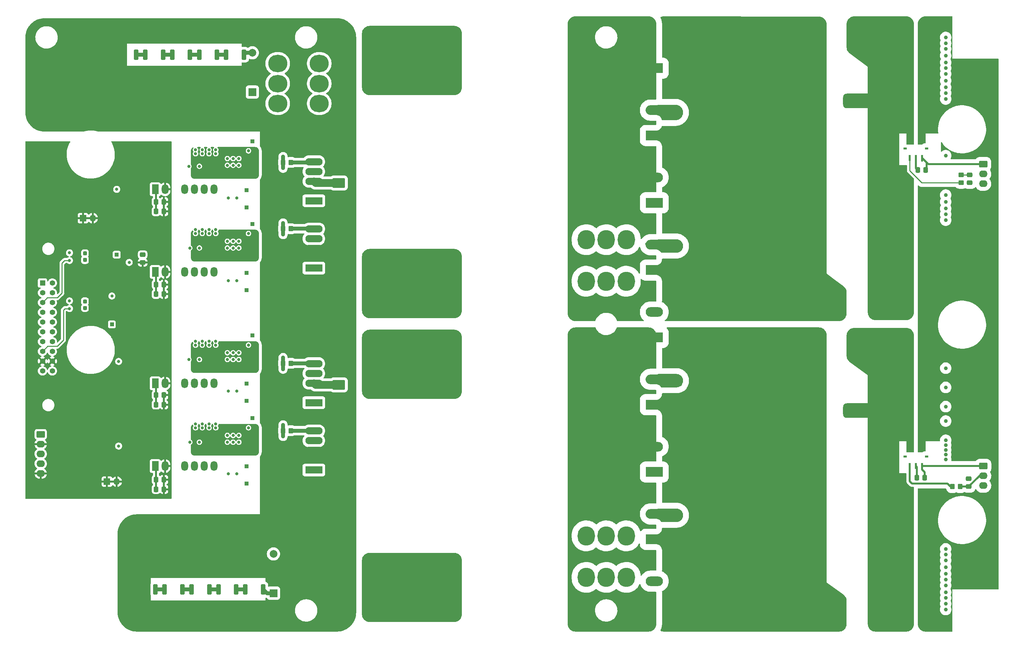
<source format=gbr>
%TF.GenerationSoftware,KiCad,Pcbnew,7.0.6*%
%TF.CreationDate,2023-08-12T12:52:25-07:00*%
%TF.ProjectId,Aux Power Supply V5,41757820-506f-4776-9572-20537570706c,rev?*%
%TF.SameCoordinates,Original*%
%TF.FileFunction,Copper,L4,Bot*%
%TF.FilePolarity,Positive*%
%FSLAX46Y46*%
G04 Gerber Fmt 4.6, Leading zero omitted, Abs format (unit mm)*
G04 Created by KiCad (PCBNEW 7.0.6) date 2023-08-12 12:52:25*
%MOMM*%
%LPD*%
G01*
G04 APERTURE LIST*
G04 Aperture macros list*
%AMRoundRect*
0 Rectangle with rounded corners*
0 $1 Rounding radius*
0 $2 $3 $4 $5 $6 $7 $8 $9 X,Y pos of 4 corners*
0 Add a 4 corners polygon primitive as box body*
4,1,4,$2,$3,$4,$5,$6,$7,$8,$9,$2,$3,0*
0 Add four circle primitives for the rounded corners*
1,1,$1+$1,$2,$3*
1,1,$1+$1,$4,$5*
1,1,$1+$1,$6,$7*
1,1,$1+$1,$8,$9*
0 Add four rect primitives between the rounded corners*
20,1,$1+$1,$2,$3,$4,$5,0*
20,1,$1+$1,$4,$5,$6,$7,0*
20,1,$1+$1,$6,$7,$8,$9,0*
20,1,$1+$1,$8,$9,$2,$3,0*%
G04 Aperture macros list end*
%TA.AperFunction,ComponentPad*%
%ADD10R,4.500000X2.500000*%
%TD*%
%TA.AperFunction,ComponentPad*%
%ADD11O,4.500000X2.500000*%
%TD*%
%TA.AperFunction,ComponentPad*%
%ADD12O,4.500000X5.000000*%
%TD*%
%TA.AperFunction,ComponentPad*%
%ADD13R,1.000000X1.000000*%
%TD*%
%TA.AperFunction,ComponentPad*%
%ADD14R,1.700000X1.700000*%
%TD*%
%TA.AperFunction,ComponentPad*%
%ADD15O,1.700000X1.700000*%
%TD*%
%TA.AperFunction,ComponentPad*%
%ADD16O,5.000000X4.500000*%
%TD*%
%TA.AperFunction,ComponentPad*%
%ADD17R,4.500000X1.905000*%
%TD*%
%TA.AperFunction,ComponentPad*%
%ADD18O,4.500000X1.905000*%
%TD*%
%TA.AperFunction,ComponentPad*%
%ADD19R,1.800000X2.540000*%
%TD*%
%TA.AperFunction,ComponentPad*%
%ADD20O,1.800000X2.540000*%
%TD*%
%TA.AperFunction,ComponentPad*%
%ADD21R,2.006600X2.006600*%
%TD*%
%TA.AperFunction,ComponentPad*%
%ADD22C,2.006600*%
%TD*%
%TA.AperFunction,ComponentPad*%
%ADD23RoundRect,0.952500X3.492500X0.952500X-3.492500X0.952500X-3.492500X-0.952500X3.492500X-0.952500X0*%
%TD*%
%TA.AperFunction,ComponentPad*%
%ADD24RoundRect,0.250000X-0.845000X0.620000X-0.845000X-0.620000X0.845000X-0.620000X0.845000X0.620000X0*%
%TD*%
%TA.AperFunction,ComponentPad*%
%ADD25O,2.190000X1.740000*%
%TD*%
%TA.AperFunction,ComponentPad*%
%ADD26C,4.000000*%
%TD*%
%TA.AperFunction,ComponentPad*%
%ADD27C,10.000000*%
%TD*%
%TA.AperFunction,ComponentPad*%
%ADD28C,5.000000*%
%TD*%
%TA.AperFunction,ComponentPad*%
%ADD29C,3.000000*%
%TD*%
%TA.AperFunction,ComponentPad*%
%ADD30R,1.398000X1.398000*%
%TD*%
%TA.AperFunction,ComponentPad*%
%ADD31C,1.398000*%
%TD*%
%TA.AperFunction,ComponentPad*%
%ADD32C,8.500000*%
%TD*%
%TA.AperFunction,SMDPad,CuDef*%
%ADD33RoundRect,0.250000X0.475000X-0.337500X0.475000X0.337500X-0.475000X0.337500X-0.475000X-0.337500X0*%
%TD*%
%TA.AperFunction,SMDPad,CuDef*%
%ADD34RoundRect,0.237500X0.237500X-0.300000X0.237500X0.300000X-0.237500X0.300000X-0.237500X-0.300000X0*%
%TD*%
%TA.AperFunction,SMDPad,CuDef*%
%ADD35RoundRect,0.250000X0.362500X1.075000X-0.362500X1.075000X-0.362500X-1.075000X0.362500X-1.075000X0*%
%TD*%
%TA.AperFunction,SMDPad,CuDef*%
%ADD36R,0.500000X1.600000*%
%TD*%
%TA.AperFunction,SMDPad,CuDef*%
%ADD37R,0.900000X0.600000*%
%TD*%
%TA.AperFunction,SMDPad,CuDef*%
%ADD38R,1.800000X1.700000*%
%TD*%
%TA.AperFunction,SMDPad,CuDef*%
%ADD39RoundRect,0.250000X-0.337500X-0.475000X0.337500X-0.475000X0.337500X0.475000X-0.337500X0.475000X0*%
%TD*%
%TA.AperFunction,SMDPad,CuDef*%
%ADD40RoundRect,0.250000X0.350000X0.450000X-0.350000X0.450000X-0.350000X-0.450000X0.350000X-0.450000X0*%
%TD*%
%TA.AperFunction,SMDPad,CuDef*%
%ADD41RoundRect,0.250000X1.400000X1.000000X-1.400000X1.000000X-1.400000X-1.000000X1.400000X-1.000000X0*%
%TD*%
%TA.AperFunction,SMDPad,CuDef*%
%ADD42RoundRect,0.250000X-0.475000X0.337500X-0.475000X-0.337500X0.475000X-0.337500X0.475000X0.337500X0*%
%TD*%
%TA.AperFunction,SMDPad,CuDef*%
%ADD43RoundRect,0.250000X-0.362500X-1.075000X0.362500X-1.075000X0.362500X1.075000X-0.362500X1.075000X0*%
%TD*%
%TA.AperFunction,SMDPad,CuDef*%
%ADD44RoundRect,0.250000X-0.450000X0.350000X-0.450000X-0.350000X0.450000X-0.350000X0.450000X0.350000X0*%
%TD*%
%TA.AperFunction,SMDPad,CuDef*%
%ADD45RoundRect,0.237500X-0.237500X0.300000X-0.237500X-0.300000X0.237500X-0.300000X0.237500X0.300000X0*%
%TD*%
%TA.AperFunction,ViaPad*%
%ADD46C,0.800000*%
%TD*%
%TA.AperFunction,ViaPad*%
%ADD47C,1.000000*%
%TD*%
%TA.AperFunction,Conductor*%
%ADD48C,0.500000*%
%TD*%
%TA.AperFunction,Conductor*%
%ADD49C,0.250000*%
%TD*%
%TA.AperFunction,Conductor*%
%ADD50C,1.000000*%
%TD*%
%TA.AperFunction,Conductor*%
%ADD51C,2.000000*%
%TD*%
G04 APERTURE END LIST*
D10*
%TO.P,R36,1*%
%TO.N,OUTPUT_GND*%
X240500000Y-177000000D03*
D11*
%TO.P,R36,2*%
%TO.N,Net-(C65-Pad2)*%
X240500000Y-187900000D03*
%TD*%
D12*
%TO.P,J9,1,Pin_1*%
%TO.N,OUTPUT_GND*%
X222790000Y-116600000D03*
X222790000Y-127400000D03*
X228000000Y-116600000D03*
X228000000Y-127400000D03*
X233210000Y-116600000D03*
X233210000Y-127400000D03*
%TD*%
%TO.P,J8,1,Pin_1*%
%TO.N,T1_OUT*%
X222790000Y-80600000D03*
X222790000Y-91400000D03*
X228000000Y-80600000D03*
X228000000Y-91400000D03*
X233210000Y-80600000D03*
X233210000Y-91400000D03*
%TD*%
D13*
%TO.P,TP13,1,1*%
%TO.N,CLAMP_TOP_T1*%
X136000000Y-91000000D03*
%TD*%
D14*
%TO.P,JP2,1,1*%
%TO.N,GND*%
X91975000Y-111000000D03*
D15*
%TO.P,JP2,2,2*%
X94515000Y-111000000D03*
%TD*%
D13*
%TO.P,TP10,1,1*%
%TO.N,KELV_BOT_T1*%
X134500000Y-129750000D03*
%TD*%
D16*
%TO.P,J1,1,Pin_1*%
%TO.N,DC_IN*%
X142600000Y-81210000D03*
X153400000Y-81210000D03*
X142600000Y-76000000D03*
X153400000Y-76000000D03*
X142600000Y-70790000D03*
X153400000Y-70790000D03*
%TD*%
D10*
%TO.P,D12,1,K*%
%TO.N,Net-(D11-K)*%
X240500000Y-194500000D03*
D11*
%TO.P,D12,2,A*%
%TO.N,OUTPUT_GND*%
X240500000Y-205400000D03*
%TD*%
D13*
%TO.P,TP5,1,1*%
%TO.N,+18V_TOP_T1*%
X134500000Y-103750000D03*
%TD*%
%TO.P,TP9,1,1*%
%TO.N,KELV_TOP_T1*%
X134500000Y-108250000D03*
%TD*%
D17*
%TO.P,Q1,1,D*%
%TO.N,DC_IN*%
X151990000Y-106480000D03*
D18*
%TO.P,Q1,2,S*%
%TO.N,Net-(D8-K)*%
X151990000Y-101400000D03*
%TO.P,Q1,3,DS*%
%TO.N,KELV_TOP_T1*%
X151990000Y-98860000D03*
%TO.P,Q1,4,G*%
%TO.N,Net-(Q1-G)*%
X151990000Y-96320000D03*
%TD*%
D10*
%TO.P,R33,1*%
%TO.N,T1_OUT*%
X240500000Y-72000000D03*
D11*
%TO.P,R33,2*%
%TO.N,Net-(C62-Pad2)*%
X240500000Y-82900000D03*
%TD*%
D19*
%TO.P,U3,1,VIN+*%
%TO.N,+24V*%
X110760000Y-103500000D03*
D20*
%TO.P,U3,2,VIN-*%
%TO.N,GND*%
X113300000Y-103500000D03*
%TO.P,U3,5,VOUT-*%
%TO.N,KELV_TOP_T1*%
X118380000Y-103500000D03*
X120920000Y-103500000D03*
%TO.P,U3,7,VOUT+*%
%TO.N,+18V_TOP_T1*%
X123460000Y-103500000D03*
X126000000Y-103500000D03*
%TD*%
D13*
%TO.P,TP8,1,1*%
%TO.N,+18V_BOT_T2*%
X134500000Y-175500000D03*
%TD*%
%TO.P,TP12,1,1*%
%TO.N,KELV_BOT_T2*%
X134500000Y-180000000D03*
%TD*%
D19*
%TO.P,U4,1,VIN+*%
%TO.N,+24V*%
X110760000Y-124960000D03*
D20*
%TO.P,U4,2,VIN-*%
%TO.N,GND*%
X113300000Y-124960000D03*
%TO.P,U4,5,VOUT-*%
%TO.N,KELV_BOT_T1*%
X118380000Y-124960000D03*
X120920000Y-124960000D03*
%TO.P,U4,7,VOUT+*%
%TO.N,+18V_BOT_T1*%
X123460000Y-124960000D03*
X126000000Y-124960000D03*
%TD*%
D21*
%TO.P,C19,1*%
%TO.N,DC_IN*%
X136000000Y-78200000D03*
D22*
X136000000Y-68000000D03*
%TO.P,C19,2*%
%TO.N,GNDPWR*%
X98499997Y-78200000D03*
X98499997Y-68000000D03*
%TD*%
D13*
%TO.P,TP4,1,1*%
%TO.N,Ch1*%
X100750000Y-120500000D03*
%TD*%
D21*
%TO.P,C20,1*%
%TO.N,DC_IN*%
X141500000Y-208500000D03*
D22*
X141500000Y-198300000D03*
%TO.P,C20,2*%
%TO.N,GNDPWR*%
X103999997Y-208500000D03*
X103999997Y-198300000D03*
%TD*%
D14*
%TO.P,JP1,1,1*%
%TO.N,GND*%
X98225000Y-179500000D03*
D15*
%TO.P,JP1,2,2*%
X100765000Y-179500000D03*
%TD*%
D23*
%TO.P,L2,1,1*%
%TO.N,Net-(D11-K)*%
X268000000Y-197000000D03*
%TO.P,L2,2,2*%
%TO.N,+72V_2*%
X294000000Y-161000000D03*
%TD*%
D24*
%TO.P,J3,1,Pin_1*%
%TO.N,+5V*%
X325980000Y-96960000D03*
D25*
%TO.P,J3,2,Pin_2*%
%TO.N,SO1*%
X325980000Y-99500000D03*
%TO.P,J3,3,Pin_3*%
%TO.N,GND*%
X325980000Y-102040000D03*
%TD*%
D17*
%TO.P,Q3,1,D*%
%TO.N,DC_IN*%
X151990000Y-158980000D03*
D18*
%TO.P,Q3,2,S*%
%TO.N,Net-(D6-K)*%
X151990000Y-153900000D03*
%TO.P,Q3,3,DS*%
%TO.N,KELV_TOP_T2*%
X151990000Y-151360000D03*
%TO.P,Q3,4,G*%
%TO.N,Net-(Q3-G)*%
X151990000Y-148820000D03*
%TD*%
D12*
%TO.P,J10,1,Pin_1*%
%TO.N,T2_OUT*%
X222790000Y-151100000D03*
X222790000Y-161900000D03*
X228000000Y-151100000D03*
X228000000Y-161900000D03*
X233210000Y-151100000D03*
X233210000Y-161900000D03*
%TD*%
D10*
%TO.P,D10,1,K*%
%TO.N,Net-(D10-K)*%
X240500000Y-124500000D03*
D11*
%TO.P,D10,2,A*%
%TO.N,OUTPUT_GND*%
X240500000Y-135400000D03*
%TD*%
D13*
%TO.P,TP1,1,1*%
%TO.N,Ch2*%
X99500000Y-138600000D03*
%TD*%
D26*
%TO.P,T2,1,AA*%
%TO.N,Net-(D6-K)*%
X173150000Y-155102500D03*
X178230000Y-155102500D03*
X183310000Y-155102500D03*
X188390000Y-155102500D03*
D27*
X171880000Y-147800000D03*
D28*
X178838884Y-143902500D03*
D26*
X183735546Y-143527500D03*
D29*
X187879614Y-143152500D03*
%TO.P,T2,2,AB*%
%TO.N,Net-(D5-A)*%
X187879614Y-212772500D03*
D26*
X183735546Y-212397500D03*
D28*
X178838884Y-212022500D03*
D27*
X171880000Y-208125000D03*
D26*
X173150000Y-200822500D03*
X178230000Y-200822500D03*
X183310000Y-200822500D03*
X188390000Y-200822500D03*
%TD*%
D17*
%TO.P,Q2,1,D*%
%TO.N,Net-(D7-A)*%
X151990000Y-123980000D03*
D18*
%TO.P,Q2,2,S*%
%TO.N,GNDPWR*%
X151990000Y-118900000D03*
%TO.P,Q2,3,DS*%
%TO.N,KELV_BOT_T1*%
X151990000Y-116360000D03*
%TO.P,Q2,4,G*%
%TO.N,Net-(Q2-G)*%
X151990000Y-113820000D03*
%TD*%
D23*
%TO.P,L2,1,1*%
%TO.N,Net-(D10-K)*%
X268000000Y-116500000D03*
%TO.P,L2,2,2*%
%TO.N,+72V_1*%
X294000000Y-80500000D03*
%TD*%
D12*
%TO.P,J11,1,Pin_1*%
%TO.N,OUTPUT_GND*%
X222790000Y-193600000D03*
X222790000Y-204400000D03*
X228000000Y-193600000D03*
X228000000Y-204400000D03*
X233210000Y-193600000D03*
X233210000Y-204400000D03*
%TD*%
D17*
%TO.P,Q4,1,D*%
%TO.N,Net-(D5-A)*%
X151990000Y-176480000D03*
D18*
%TO.P,Q4,2,S*%
%TO.N,GNDPWR*%
X151990000Y-171400000D03*
%TO.P,Q4,3,DS*%
%TO.N,KELV_BOT_T2*%
X151990000Y-168860000D03*
%TO.P,Q4,4,G*%
%TO.N,Net-(Q4-G)*%
X151990000Y-166320000D03*
%TD*%
D10*
%TO.P,D11,1,K*%
%TO.N,Net-(D11-K)*%
X240500000Y-159500000D03*
D11*
%TO.P,D11,2,A*%
%TO.N,T2_OUT*%
X240500000Y-170400000D03*
%TD*%
D10*
%TO.P,D9,1,K*%
%TO.N,Net-(D10-K)*%
X240500000Y-89500000D03*
D11*
%TO.P,D9,2,A*%
%TO.N,T1_OUT*%
X240500000Y-100400000D03*
%TD*%
D24*
%TO.P,J4,1,Pin_1*%
%TO.N,+5V*%
X81000000Y-167210000D03*
D25*
%TO.P,J4,2,Pin_2*%
%TO.N,GND*%
X81000000Y-169750000D03*
%TO.P,J4,3,Pin_3*%
%TO.N,SO1*%
X81000000Y-172290000D03*
%TO.P,J4,4,Pin_4*%
%TO.N,SO2*%
X81000000Y-174830000D03*
%TO.P,J4,5,Pin_5*%
%TO.N,GND*%
X81000000Y-177370000D03*
%TD*%
D16*
%TO.P,J6,1,Pin_1*%
%TO.N,GNDPWR*%
X81100000Y-81210000D03*
X91900000Y-81210000D03*
X81100000Y-76000000D03*
X91900000Y-76000000D03*
X81100000Y-70790000D03*
X91900000Y-70790000D03*
%TD*%
D10*
%TO.P,R35,1*%
%TO.N,T2_OUT*%
X240500000Y-142000000D03*
D11*
%TO.P,R35,2*%
%TO.N,Net-(C64-Pad2)*%
X240500000Y-152900000D03*
%TD*%
D13*
%TO.P,TP15,1,1*%
%TO.N,CLAMP_TOP_T2*%
X136000000Y-141500000D03*
%TD*%
D30*
%TO.P,J5,1,1*%
%TO.N,+5V*%
X81465000Y-127857500D03*
D31*
%TO.P,J5,2,2*%
X84005000Y-127857500D03*
%TO.P,J5,3,3*%
%TO.N,unconnected-(J5-Pad3)*%
X81465000Y-130397500D03*
%TO.P,J5,4,4*%
%TO.N,unconnected-(J5-Pad4)*%
X84005000Y-130397500D03*
%TO.P,J5,5,5*%
%TO.N,1_HI*%
X81465000Y-132937500D03*
%TO.P,J5,6,6*%
%TO.N,1_LO*%
X84005000Y-132937500D03*
%TO.P,J5,7,7*%
%TO.N,+24V*%
X81465000Y-135477500D03*
%TO.P,J5,8,8*%
X84005000Y-135477500D03*
%TO.P,J5,9,9*%
%TO.N,unconnected-(J5-Pad9)*%
X81465000Y-138017500D03*
%TO.P,J5,10,10*%
%TO.N,Vin_SENSE*%
X84005000Y-138017500D03*
%TO.P,J5,11,11*%
%TO.N,unconnected-(J5-Pad11)*%
X81465000Y-140557500D03*
%TO.P,J5,12,12*%
%TO.N,unconnected-(J5-Pad12)*%
X84005000Y-140557500D03*
%TO.P,J5,13,13*%
%TO.N,unconnected-(J5-Pad13)*%
X81465000Y-143097500D03*
%TO.P,J5,14,14*%
%TO.N,unconnected-(J5-Pad14)*%
X84005000Y-143097500D03*
%TO.P,J5,15,15*%
%TO.N,2_LO*%
X81465000Y-145637500D03*
%TO.P,J5,16,16*%
%TO.N,2_HI*%
X84005000Y-145637500D03*
%TO.P,J5,17,17*%
%TO.N,GND*%
X81465000Y-148177500D03*
%TO.P,J5,18,18*%
X84005000Y-148177500D03*
%TO.P,J5,19,19*%
%TO.N,I_Sense_1*%
X81465000Y-150717500D03*
%TO.P,J5,20,20*%
%TO.N,I_Sense_2*%
X84005000Y-150717500D03*
%TD*%
D19*
%TO.P,U6,1,VIN+*%
%TO.N,+24V*%
X110760000Y-175460000D03*
D20*
%TO.P,U6,2,VIN-*%
%TO.N,GND*%
X113300000Y-175460000D03*
%TO.P,U6,5,VOUT-*%
%TO.N,KELV_BOT_T2*%
X118380000Y-175460000D03*
X120920000Y-175460000D03*
%TO.P,U6,7,VOUT+*%
%TO.N,+18V_BOT_T2*%
X123460000Y-175460000D03*
X126000000Y-175460000D03*
%TD*%
D28*
%TO.P,L1,1,1*%
%TO.N,Net-(D10-K)*%
X286613706Y-134412500D03*
D32*
X279500000Y-131250000D03*
D28*
X287027489Y-129911480D03*
D29*
X275372500Y-121372500D03*
X275372500Y-116292500D03*
X275372500Y-111212500D03*
X275372500Y-85812500D03*
X275372500Y-80732500D03*
X275372500Y-75652500D03*
D32*
X279500000Y-65775000D03*
%TO.P,L1,2,2*%
%TO.N,+72V_1*%
X301725000Y-131250000D03*
D29*
X305852500Y-121372500D03*
X305852500Y-116292500D03*
X305852500Y-111212500D03*
X305852500Y-85812500D03*
X305852500Y-80732500D03*
X305852500Y-75652500D03*
D28*
X294197511Y-67113520D03*
D32*
X301725000Y-65775000D03*
D28*
X294611294Y-62612500D03*
%TD*%
D13*
%TO.P,TP16,1,1*%
%TO.N,CLAMP_BOT_T2*%
X136000000Y-163000000D03*
%TD*%
D10*
%TO.P,R34,1*%
%TO.N,OUTPUT_GND*%
X240500000Y-107000000D03*
D11*
%TO.P,R34,2*%
%TO.N,Net-(C63-Pad2)*%
X240500000Y-117900000D03*
%TD*%
D19*
%TO.P,U5,1,VIN+*%
%TO.N,+24V*%
X110760000Y-153960000D03*
D20*
%TO.P,U5,2,VIN-*%
%TO.N,GND*%
X113300000Y-153960000D03*
%TO.P,U5,5,VOUT-*%
%TO.N,KELV_TOP_T2*%
X118380000Y-153960000D03*
X120920000Y-153960000D03*
%TO.P,U5,7,VOUT+*%
%TO.N,+18V_TOP_T2*%
X123460000Y-153960000D03*
X126000000Y-153960000D03*
%TD*%
D13*
%TO.P,TP7,1,1*%
%TO.N,+18V_TOP_T2*%
X134500000Y-154000000D03*
%TD*%
%TO.P,TP6,1,1*%
%TO.N,+18V_BOT_T1*%
X134500000Y-125250000D03*
%TD*%
%TO.P,TP14,1,1*%
%TO.N,CLAMP_BOT_T1*%
X136000000Y-112500000D03*
%TD*%
D24*
%TO.P,J12,1,Pin_1*%
%TO.N,+5V*%
X326000000Y-175460000D03*
D25*
%TO.P,J12,2,Pin_2*%
%TO.N,SO2*%
X326000000Y-178000000D03*
%TO.P,J12,3,Pin_3*%
%TO.N,GND*%
X326000000Y-180540000D03*
%TD*%
D13*
%TO.P,TP11,1,1*%
%TO.N,KELV_TOP_T2*%
X134500000Y-158500000D03*
%TD*%
D26*
%TO.P,T1,1,AA*%
%TO.N,Net-(D8-K)*%
X173150000Y-76102500D03*
X178230000Y-76102500D03*
X183310000Y-76102500D03*
X188390000Y-76102500D03*
D27*
X171880000Y-68800000D03*
D28*
X178838884Y-64902500D03*
D26*
X183735546Y-64527500D03*
D29*
X187879614Y-64152500D03*
%TO.P,T1,2,AB*%
%TO.N,Net-(D7-A)*%
X187879614Y-133772500D03*
D26*
X183735546Y-133397500D03*
D28*
X178838884Y-133022500D03*
D27*
X171880000Y-129125000D03*
D26*
X173150000Y-121822500D03*
X178230000Y-121822500D03*
X183310000Y-121822500D03*
X188390000Y-121822500D03*
%TD*%
D28*
%TO.P,L2,1,1*%
%TO.N,Net-(D11-K)*%
X286613706Y-214637500D03*
D32*
X279500000Y-211475000D03*
D28*
X287027489Y-210136480D03*
D29*
X275372500Y-201597500D03*
X275372500Y-196517500D03*
X275372500Y-191437500D03*
X275372500Y-166037500D03*
X275372500Y-160957500D03*
X275372500Y-155877500D03*
D32*
X279500000Y-146000000D03*
%TO.P,L2,2,2*%
%TO.N,+72V_2*%
X301725000Y-211475000D03*
D29*
X305852500Y-201597500D03*
X305852500Y-196517500D03*
X305852500Y-191437500D03*
X305852500Y-166037500D03*
X305852500Y-160957500D03*
X305852500Y-155877500D03*
D28*
X294197511Y-147338520D03*
D32*
X301725000Y-146000000D03*
D28*
X294611294Y-142837500D03*
%TD*%
D12*
%TO.P,J2,1,Pin_1*%
%TO.N,+72V_OUT*%
X323210000Y-127800000D03*
X323210000Y-117000000D03*
X318000000Y-127800000D03*
X318000000Y-117000000D03*
X312790000Y-127800000D03*
X312790000Y-117000000D03*
%TD*%
D33*
%TO.P,C91,1*%
%TO.N,GND*%
X107500000Y-122537500D03*
%TO.P,C91,2*%
%TO.N,Net-(U8-IN-)*%
X107500000Y-120462500D03*
%TD*%
D34*
%TO.P,C84,1*%
%TO.N,Net-(C84-Pad1)*%
X92500000Y-134362500D03*
%TO.P,C84,2*%
%TO.N,Net-(C84-Pad2)*%
X92500000Y-132637500D03*
%TD*%
D35*
%TO.P,R18,1*%
%TO.N,Net-(R17-Pad1)*%
X105812500Y-68500000D03*
%TO.P,R18,2*%
%TO.N,GNDPWR*%
X101187500Y-68500000D03*
%TD*%
D36*
%TO.P,IC1,1,VCC*%
%TO.N,+5V*%
X310100000Y-95350000D03*
%TO.P,IC1,2,GND*%
%TO.N,GND*%
X308500000Y-95350000D03*
%TO.P,IC1,3,VOUT*%
%TO.N,Net-(IC1-VOUT)*%
X306900000Y-95350000D03*
D37*
%TO.P,IC1,4,NC_1*%
%TO.N,unconnected-(IC1-NC_1-Pad4)*%
X305700000Y-92850000D03*
D38*
%TO.P,IC1,5,IP+*%
%TO.N,+72V_1*%
X307000000Y-90500000D03*
%TO.P,IC1,6,IP-*%
%TO.N,+72V_OUT*%
X310000000Y-90500000D03*
D37*
%TO.P,IC1,7,NC_2*%
%TO.N,unconnected-(IC1-NC_2-Pad7)*%
X311300000Y-92850000D03*
%TD*%
D35*
%TO.P,R1,1*%
%TO.N,DC_IN*%
X138812500Y-207500000D03*
%TO.P,R1,2*%
%TO.N,Net-(R1-Pad2)*%
X134187500Y-207500000D03*
%TD*%
D39*
%TO.P,C27,1*%
%TO.N,+24V*%
X110962500Y-128250000D03*
%TO.P,C27,2*%
%TO.N,GND*%
X113037500Y-128250000D03*
%TD*%
D40*
%TO.P,R44,1*%
%TO.N,SO2*%
X320000000Y-180750000D03*
%TO.P,R44,2*%
%TO.N,Net-(IC2-VOUT)*%
X318000000Y-180750000D03*
%TD*%
D41*
%TO.P,D6,1,K*%
%TO.N,Net-(D6-K)*%
X158500000Y-154350000D03*
%TO.P,D6,2,A*%
%TO.N,GNDPWR*%
X158500000Y-161150000D03*
%TD*%
D35*
%TO.P,R5,1*%
%TO.N,Net-(R4-Pad1)*%
X110812500Y-207500000D03*
%TO.P,R5,2*%
%TO.N,GNDPWR*%
X106187500Y-207500000D03*
%TD*%
D42*
%TO.P,C16,1*%
%TO.N,SO1*%
X322500000Y-99712500D03*
%TO.P,C16,2*%
%TO.N,GND*%
X322500000Y-101787500D03*
%TD*%
D43*
%TO.P,R2,1*%
%TO.N,Net-(R2-Pad1)*%
X127187500Y-207500000D03*
%TO.P,R2,2*%
%TO.N,Net-(R1-Pad2)*%
X131812500Y-207500000D03*
%TD*%
D39*
%TO.P,C24,1*%
%TO.N,+24V*%
X110962500Y-159500000D03*
%TO.P,C24,2*%
%TO.N,GND*%
X113037500Y-159500000D03*
%TD*%
D40*
%TO.P,FB3,1*%
%TO.N,Net-(Q3-G)*%
X146000000Y-148750000D03*
%TO.P,FB3,2*%
%TO.N,CLAMP_TOP_T2*%
X144000000Y-148750000D03*
%TD*%
D44*
%TO.P,R43,1*%
%TO.N,SO1*%
X320250000Y-99750000D03*
%TO.P,R43,2*%
%TO.N,Net-(IC1-VOUT)*%
X320250000Y-101750000D03*
%TD*%
D40*
%TO.P,FB4,1*%
%TO.N,Net-(Q4-G)*%
X146000000Y-166250000D03*
%TO.P,FB4,2*%
%TO.N,CLAMP_BOT_T2*%
X144000000Y-166250000D03*
%TD*%
D33*
%TO.P,C86,1*%
%TO.N,SO2*%
X322250000Y-180787500D03*
%TO.P,C86,2*%
%TO.N,GND*%
X322250000Y-178712500D03*
%TD*%
D43*
%TO.P,R17,1*%
%TO.N,Net-(R17-Pad1)*%
X108187500Y-68500000D03*
%TO.P,R17,2*%
%TO.N,Net-(R16-Pad2)*%
X112812500Y-68500000D03*
%TD*%
D35*
%TO.P,R12,1*%
%TO.N,DC_IN*%
X133812500Y-68500000D03*
%TO.P,R12,2*%
%TO.N,Net-(R12-Pad2)*%
X129187500Y-68500000D03*
%TD*%
D36*
%TO.P,IC2,1,VCC*%
%TO.N,+5V*%
X310100000Y-175450000D03*
%TO.P,IC2,2,GND*%
%TO.N,GND*%
X308500000Y-175450000D03*
%TO.P,IC2,3,VOUT*%
%TO.N,Net-(IC2-VOUT)*%
X306900000Y-175450000D03*
D37*
%TO.P,IC2,4,NC_1*%
%TO.N,unconnected-(IC2-NC_1-Pad4)*%
X305700000Y-172950000D03*
D38*
%TO.P,IC2,5,IP+*%
%TO.N,+72V_2*%
X307000000Y-170600000D03*
%TO.P,IC2,6,IP-*%
%TO.N,+72V_OUT*%
X310000000Y-170600000D03*
D37*
%TO.P,IC2,7,NC_2*%
%TO.N,unconnected-(IC2-NC_2-Pad7)*%
X311300000Y-172950000D03*
%TD*%
D40*
%TO.P,FB2,1*%
%TO.N,Net-(Q2-G)*%
X146000000Y-113750000D03*
%TO.P,FB2,2*%
%TO.N,CLAMP_BOT_T1*%
X144000000Y-113750000D03*
%TD*%
D43*
%TO.P,R4,1*%
%TO.N,Net-(R4-Pad1)*%
X113187500Y-207500000D03*
%TO.P,R4,2*%
%TO.N,Net-(R3-Pad2)*%
X117812500Y-207500000D03*
%TD*%
D39*
%TO.P,C87,1*%
%TO.N,GND*%
X308712500Y-178500000D03*
%TO.P,C87,2*%
%TO.N,+5V*%
X310787500Y-178500000D03*
%TD*%
D41*
%TO.P,D8,1,K*%
%TO.N,Net-(D8-K)*%
X158500000Y-101850000D03*
%TO.P,D8,2,A*%
%TO.N,GNDPWR*%
X158500000Y-108650000D03*
%TD*%
D35*
%TO.P,R16,1*%
%TO.N,Net-(R15-Pad1)*%
X119812500Y-68500000D03*
%TO.P,R16,2*%
%TO.N,Net-(R16-Pad2)*%
X115187500Y-68500000D03*
%TD*%
D39*
%TO.P,C28,1*%
%TO.N,+24V*%
X110962500Y-157000000D03*
%TO.P,C28,2*%
%TO.N,GND*%
X113037500Y-157000000D03*
%TD*%
D45*
%TO.P,C85,1*%
%TO.N,Net-(C85-Pad1)*%
X92500000Y-120137500D03*
%TO.P,C85,2*%
%TO.N,Net-(C85-Pad2)*%
X92500000Y-121862500D03*
%TD*%
D39*
%TO.P,C15,1*%
%TO.N,GND*%
X308962500Y-98500000D03*
%TO.P,C15,2*%
%TO.N,+5V*%
X311037500Y-98500000D03*
%TD*%
D35*
%TO.P,R3,1*%
%TO.N,Net-(R2-Pad1)*%
X124812500Y-207500000D03*
%TO.P,R3,2*%
%TO.N,Net-(R3-Pad2)*%
X120187500Y-207500000D03*
%TD*%
D43*
%TO.P,R15,1*%
%TO.N,Net-(R15-Pad1)*%
X122187500Y-68500000D03*
%TO.P,R15,2*%
%TO.N,Net-(R12-Pad2)*%
X126812500Y-68500000D03*
%TD*%
D39*
%TO.P,C23,1*%
%TO.N,+24V*%
X110962500Y-130750000D03*
%TO.P,C23,2*%
%TO.N,GND*%
X113037500Y-130750000D03*
%TD*%
%TO.P,C29,1*%
%TO.N,+24V*%
X110962500Y-179000000D03*
%TO.P,C29,2*%
%TO.N,GND*%
X113037500Y-179000000D03*
%TD*%
%TO.P,C22,1*%
%TO.N,+24V*%
X110962500Y-109250000D03*
%TO.P,C22,2*%
%TO.N,GND*%
X113037500Y-109250000D03*
%TD*%
%TO.P,C26,1*%
%TO.N,+24V*%
X110962500Y-106750000D03*
%TO.P,C26,2*%
%TO.N,GND*%
X113037500Y-106750000D03*
%TD*%
%TO.P,C25,1*%
%TO.N,+24V*%
X110962500Y-181500000D03*
%TO.P,C25,2*%
%TO.N,GND*%
X113037500Y-181500000D03*
%TD*%
D40*
%TO.P,FB1,1*%
%TO.N,Net-(Q1-G)*%
X146000000Y-96500000D03*
%TO.P,FB1,2*%
%TO.N,CLAMP_TOP_T1*%
X144000000Y-96500000D03*
%TD*%
D46*
%TO.N,GNDPWR*%
X138500000Y-110750000D03*
X139500000Y-110750000D03*
X140750000Y-110750000D03*
X142250000Y-110750000D03*
%TO.N,GND*%
X322500000Y-101750000D03*
%TO.N,GNDPWR*%
X140800000Y-127700000D03*
X139400000Y-126100000D03*
X139400000Y-106100000D03*
X140800000Y-162600000D03*
X138400000Y-106100000D03*
X140800000Y-180700000D03*
X139400000Y-160100000D03*
X138400000Y-160100000D03*
X139400000Y-156500000D03*
X142200000Y-109300000D03*
X138400000Y-109300000D03*
X138400000Y-156500000D03*
X138400000Y-131900000D03*
X142200000Y-180700000D03*
X139400000Y-127700000D03*
X142200000Y-135300000D03*
X142200000Y-126100000D03*
X142200000Y-179300000D03*
X142200000Y-186900000D03*
X138400000Y-162600000D03*
X142200000Y-156500000D03*
X140800000Y-137300000D03*
X139400000Y-131900000D03*
X140800000Y-185500000D03*
X139400000Y-158500000D03*
X139400000Y-135300000D03*
X140800000Y-186900000D03*
X138400000Y-104500000D03*
X138400000Y-135300000D03*
X138400000Y-158500000D03*
X142200000Y-127700000D03*
X140800000Y-179300000D03*
X140800000Y-135300000D03*
X142200000Y-161300000D03*
X139400000Y-161300000D03*
X142200000Y-160100000D03*
X140800000Y-133500000D03*
X140800000Y-106100000D03*
X142200000Y-140300000D03*
X140800000Y-183900000D03*
X138400000Y-138900000D03*
X139400000Y-89500000D03*
X138400000Y-128700000D03*
X140800000Y-126100000D03*
X138400000Y-182300000D03*
X142200000Y-128700000D03*
X138400000Y-107700000D03*
X138400000Y-183900000D03*
X139400000Y-182300000D03*
X140800000Y-141700000D03*
X142200000Y-106100000D03*
X138400000Y-137300000D03*
X138400000Y-179300000D03*
X140800000Y-160100000D03*
X139400000Y-104500000D03*
X140800000Y-128700000D03*
X142200000Y-133500000D03*
X138400000Y-186900000D03*
X140800000Y-177900000D03*
X142200000Y-182300000D03*
X142200000Y-130300000D03*
X142200000Y-137300000D03*
X142200000Y-177900000D03*
X140800000Y-131900000D03*
X139400000Y-185500000D03*
X140800000Y-161300000D03*
X139400000Y-109300000D03*
X142200000Y-107700000D03*
X139400000Y-162600000D03*
X142200000Y-91100000D03*
X140800000Y-91100000D03*
X140800000Y-104500000D03*
X142200000Y-185500000D03*
X138400000Y-185500000D03*
X142200000Y-183900000D03*
X139400000Y-133500000D03*
X142200000Y-141700000D03*
X140800000Y-109300000D03*
X140800000Y-182300000D03*
X138400000Y-161300000D03*
X142200000Y-162600000D03*
X139400000Y-130300000D03*
X140800000Y-156500000D03*
X138400000Y-130300000D03*
X142200000Y-158300000D03*
X138400000Y-141700000D03*
X140800000Y-158300000D03*
X140800000Y-140300000D03*
X142200000Y-131900000D03*
X138400000Y-140300000D03*
X139400000Y-186900000D03*
X139400000Y-177900000D03*
X139400000Y-179300000D03*
X139400000Y-141700000D03*
X140800000Y-138900000D03*
X140800000Y-130300000D03*
X139400000Y-140300000D03*
X138400000Y-126100000D03*
X139400000Y-128700000D03*
X140800000Y-107700000D03*
X138400000Y-177900000D03*
X139400000Y-137300000D03*
X142200000Y-89500000D03*
X138400000Y-133500000D03*
X139400000Y-91100000D03*
X139400000Y-183900000D03*
X139400000Y-138900000D03*
X140800000Y-89500000D03*
X139400000Y-107700000D03*
X142200000Y-138900000D03*
X138400000Y-127700000D03*
X139400000Y-180700000D03*
X142200000Y-104500000D03*
X138400000Y-180700000D03*
%TO.N,GND*%
X91500000Y-172250000D03*
X106750000Y-153500000D03*
X110250000Y-121000000D03*
X106000000Y-169000000D03*
X103600000Y-147000000D03*
X103600000Y-169000000D03*
X94750000Y-127000000D03*
X110250000Y-150000000D03*
X104250000Y-97037500D03*
X106750000Y-103500000D03*
X322250000Y-178750000D03*
X86500000Y-170250000D03*
D47*
X308962500Y-98500000D03*
D46*
X110250000Y-171500000D03*
X86500000Y-177000000D03*
X91500000Y-175000000D03*
X110250000Y-100000000D03*
X106000000Y-131500000D03*
X106750000Y-175500000D03*
X101000000Y-134500000D03*
X308712500Y-178500000D03*
X104250000Y-118037500D03*
%TO.N,KELV_TOP_T1*%
X126500000Y-93250000D03*
X124750000Y-93250000D03*
X124750000Y-94250000D03*
X126500000Y-94250000D03*
X135000000Y-93500000D03*
X132000000Y-105750000D03*
X121250000Y-94250000D03*
X121250000Y-93250000D03*
X123000000Y-94250000D03*
X123000000Y-93250000D03*
X129750000Y-105750000D03*
%TO.N,KELV_BOT_T1*%
X126500000Y-114000000D03*
X126500000Y-115000000D03*
X123000000Y-115000000D03*
X124750000Y-114000000D03*
X121250000Y-115000000D03*
X124750000Y-115000000D03*
X135000000Y-115000000D03*
X132000000Y-127250000D03*
X121250000Y-114000000D03*
X129750000Y-127250000D03*
X123000000Y-114000000D03*
D47*
%TO.N,OUTPUT_GND*%
X316250000Y-197000000D03*
X316250000Y-77000000D03*
X316250000Y-155000000D03*
X316250000Y-209750000D03*
X316250000Y-168750000D03*
X316250000Y-94750000D03*
X316250000Y-212750000D03*
X316250000Y-80000000D03*
X316250000Y-198500000D03*
X316250000Y-201750000D03*
X316250000Y-163750000D03*
X316250000Y-106750000D03*
X316250000Y-200000000D03*
X316250000Y-206500000D03*
X316250000Y-170000000D03*
X316250000Y-173750000D03*
X316250000Y-105000000D03*
X316250000Y-108500000D03*
X316250000Y-203500000D03*
X316250000Y-205000000D03*
X316250000Y-65500000D03*
X316250000Y-150000000D03*
X316250000Y-75250000D03*
X316250000Y-172500000D03*
X316250000Y-67000000D03*
X316250000Y-111500000D03*
X316250000Y-78500000D03*
X316250000Y-73500000D03*
X316250000Y-171250000D03*
X316250000Y-72000000D03*
X316250000Y-68750000D03*
X316250000Y-64000000D03*
X316250000Y-110000000D03*
X316250000Y-211250000D03*
X316250000Y-208250000D03*
X316250000Y-70500000D03*
X316250000Y-160000000D03*
D46*
%TO.N,GATE_TOP_T1*%
X131000000Y-97250000D03*
X132500000Y-95500000D03*
X129500000Y-95500000D03*
X119500000Y-97500000D03*
X132500000Y-97250000D03*
X131000000Y-95500000D03*
X122250000Y-97500000D03*
X129500000Y-97250000D03*
%TO.N,GATE_BOT_T1*%
X129500000Y-117000000D03*
X132500000Y-117000000D03*
X119750000Y-118750000D03*
X132500000Y-118750000D03*
X131000000Y-118750000D03*
X122250000Y-118750000D03*
X131000000Y-117000000D03*
X129500000Y-118750000D03*
D47*
%TO.N,+72V_OUT*%
X310000000Y-67500000D03*
X323000000Y-110500000D03*
X323000000Y-207000000D03*
X312500000Y-162500000D03*
X325000000Y-167500000D03*
X310000000Y-165000000D03*
X310000000Y-110500000D03*
X312500000Y-197000000D03*
X323000000Y-77500000D03*
X310000000Y-167500000D03*
X325000000Y-160000000D03*
X310000000Y-207000000D03*
X323000000Y-75000000D03*
X310000000Y-85000000D03*
X312500000Y-165000000D03*
X323000000Y-165000000D03*
X323000000Y-70000000D03*
X310000000Y-75000000D03*
X312500000Y-157500000D03*
X310000000Y-65000000D03*
X312500000Y-75000000D03*
X310000000Y-162500000D03*
X323000000Y-160000000D03*
X312500000Y-155000000D03*
X323000000Y-170000000D03*
X323000000Y-167500000D03*
X312500000Y-145000000D03*
X310000000Y-145000000D03*
X325000000Y-165000000D03*
X323000000Y-80000000D03*
X310000000Y-160000000D03*
X312500000Y-85000000D03*
X323000000Y-197000000D03*
X310000000Y-87500000D03*
X312500000Y-110500000D03*
X325000000Y-202000000D03*
X323000000Y-113000000D03*
X312500000Y-67500000D03*
X325000000Y-108000000D03*
X310000000Y-150000000D03*
X310000000Y-155000000D03*
X312500000Y-204500000D03*
X310000000Y-212000000D03*
X312500000Y-199500000D03*
X312500000Y-65000000D03*
X312500000Y-202000000D03*
X323000000Y-204500000D03*
X325000000Y-75000000D03*
X312500000Y-207000000D03*
X325000000Y-207000000D03*
X325000000Y-199500000D03*
X310000000Y-197000000D03*
X312500000Y-147500000D03*
X323000000Y-72500000D03*
X323000000Y-202000000D03*
X312500000Y-212000000D03*
X312500000Y-150000000D03*
X325000000Y-77500000D03*
X325000000Y-162500000D03*
X310000000Y-202000000D03*
X312500000Y-209500000D03*
X310000000Y-80000000D03*
X312500000Y-77500000D03*
X312500000Y-160000000D03*
X325000000Y-113000000D03*
X323000000Y-162500000D03*
X312500000Y-87500000D03*
X312500000Y-152500000D03*
X325000000Y-197000000D03*
X310000000Y-113000000D03*
X310000000Y-77500000D03*
X325000000Y-204500000D03*
X310000000Y-152500000D03*
X325000000Y-80000000D03*
X310000000Y-204500000D03*
X312500000Y-82500000D03*
X310000000Y-209500000D03*
X325000000Y-170000000D03*
X310000000Y-199500000D03*
X310000000Y-157500000D03*
X310000000Y-147500000D03*
X325000000Y-110500000D03*
X310000000Y-82500000D03*
X312500000Y-113000000D03*
X325000000Y-72500000D03*
X312500000Y-80000000D03*
X323000000Y-199500000D03*
X323000000Y-108000000D03*
X325000000Y-70000000D03*
X312500000Y-167500000D03*
D46*
%TO.N,1_HI*%
X88475000Y-122000000D03*
%TO.N,1_LO*%
X88475000Y-120000000D03*
%TO.N,2_LO*%
X88475000Y-134500000D03*
%TO.N,2_HI*%
X88475000Y-132500000D03*
%TO.N,Net-(C64-Pad2)*%
X247250000Y-152750000D03*
X247250000Y-154250000D03*
X244750000Y-154250000D03*
X246000000Y-154250000D03*
X246000000Y-152750000D03*
X244750000Y-152750000D03*
%TO.N,Net-(C65-Pad2)*%
X244750000Y-188750000D03*
X246000000Y-187500000D03*
X246000000Y-188750000D03*
X244750000Y-187500000D03*
X247250000Y-188750000D03*
X247250000Y-187500000D03*
%TO.N,KELV_TOP_T2*%
X121250000Y-144000000D03*
X126500000Y-144000000D03*
X123000000Y-144000000D03*
X123000000Y-143000000D03*
X135000000Y-144000000D03*
X124750000Y-144000000D03*
X129750000Y-156000000D03*
X132000000Y-156000000D03*
X126500000Y-143000000D03*
X121250000Y-143000000D03*
X124750000Y-143000000D03*
%TO.N,KELV_BOT_T2*%
X124750000Y-164500000D03*
X132000000Y-177500000D03*
X129750000Y-177500000D03*
X124750000Y-165500000D03*
X123000000Y-164500000D03*
X135000000Y-165500000D03*
X126500000Y-165500000D03*
X126500000Y-164500000D03*
X121250000Y-164500000D03*
X121250000Y-165500000D03*
X123000000Y-165500000D03*
%TO.N,GATE_TOP_T2*%
X129500000Y-147750000D03*
X131000000Y-147750000D03*
X119500000Y-147750000D03*
X132500000Y-147750000D03*
X129500000Y-146000000D03*
X131000000Y-146000000D03*
X132500000Y-146000000D03*
X122250000Y-147750000D03*
%TO.N,GATE_BOT_T2*%
X131000000Y-167500000D03*
X132500000Y-169250000D03*
X131000000Y-169250000D03*
X122250000Y-169250000D03*
X119750000Y-169250000D03*
X129500000Y-169250000D03*
X132500000Y-167500000D03*
X129500000Y-167500000D03*
%TO.N,CLAMP_TOP_T1*%
X144000000Y-98000000D03*
X135500000Y-96500000D03*
X137000000Y-93500000D03*
X122250000Y-96250000D03*
X137000000Y-100000000D03*
X144000000Y-96500000D03*
X144000000Y-95000000D03*
X135500000Y-100000000D03*
X137000000Y-96500000D03*
%TO.N,CLAMP_BOT_T1*%
X144000000Y-113750000D03*
X135250000Y-118000000D03*
X135250000Y-121500000D03*
X136750000Y-121500000D03*
X137000000Y-115000000D03*
X122250000Y-117250000D03*
X144000000Y-112250000D03*
X136750000Y-118000000D03*
X144000000Y-115250000D03*
%TO.N,CLAMP_TOP_T2*%
X122250000Y-146250000D03*
X135250000Y-150500000D03*
X144000000Y-148750000D03*
X136800000Y-150500000D03*
X144000000Y-147250000D03*
X144000000Y-150250000D03*
X136800000Y-147000000D03*
X137000000Y-144000000D03*
X135250000Y-147000000D03*
%TO.N,CLAMP_BOT_T2*%
X122250000Y-167750000D03*
X137000000Y-165500000D03*
X136750000Y-172000000D03*
X135250000Y-172000000D03*
X144000000Y-167750000D03*
X135250000Y-168500000D03*
X136750000Y-168500000D03*
X144000000Y-164750000D03*
X144000000Y-166250000D03*
%TO.N,Net-(C62-Pad2)*%
X247250000Y-84250000D03*
X246000000Y-82750000D03*
X244750000Y-82750000D03*
X246000000Y-84250000D03*
X247250000Y-82750000D03*
X244750000Y-84250000D03*
%TO.N,Net-(C63-Pad2)*%
X247250000Y-118750000D03*
X247250000Y-117500000D03*
X244750000Y-117500000D03*
X246000000Y-117500000D03*
X244750000Y-118750000D03*
X246000000Y-118750000D03*
%TO.N,Net-(U8-IN-)*%
X107500000Y-120462500D03*
%TO.N,Net-(C84-Pad1)*%
X92500000Y-134500000D03*
%TO.N,Net-(C84-Pad2)*%
X92500000Y-132500000D03*
%TO.N,Net-(C85-Pad1)*%
X92500000Y-120000000D03*
D47*
%TO.N,Net-(D5-A)*%
X180200000Y-202700000D03*
X183200000Y-208400000D03*
X177400000Y-205500000D03*
X168800000Y-213900000D03*
X185800000Y-205500000D03*
X180300000Y-208400000D03*
X185800000Y-202700000D03*
X174800000Y-213900000D03*
X185900000Y-211100000D03*
X166000000Y-202700000D03*
X188600000Y-205500000D03*
X185900000Y-208400000D03*
X188700000Y-208400000D03*
X180200000Y-205500000D03*
X166000000Y-200000000D03*
X168700000Y-200000000D03*
X166100000Y-211100000D03*
X183100000Y-205500000D03*
X168700000Y-202700000D03*
X177500000Y-208400000D03*
X166100000Y-208400000D03*
X185800000Y-200000000D03*
X185900000Y-213900000D03*
X166000000Y-205500000D03*
X171600000Y-213900000D03*
X166100000Y-213900000D03*
D46*
%TO.N,Net-(C85-Pad2)*%
X92500000Y-122000000D03*
D47*
%TO.N,Net-(D8-K)*%
X185400000Y-70500000D03*
X166000000Y-70500000D03*
X174300000Y-62100000D03*
X168600000Y-62100000D03*
X179900000Y-70500000D03*
X166000000Y-76000000D03*
X165900000Y-64800000D03*
X179800000Y-67600000D03*
X182700000Y-73200000D03*
X165900000Y-62100000D03*
X188100000Y-62100000D03*
X177000000Y-67600000D03*
X188100000Y-67600000D03*
X185300000Y-62100000D03*
X182700000Y-70500000D03*
X188200000Y-70500000D03*
X168700000Y-73200000D03*
X174400000Y-73200000D03*
X171400000Y-62100000D03*
X182600000Y-67600000D03*
X179800000Y-62100000D03*
X177100000Y-73200000D03*
X177100000Y-70500000D03*
X179900000Y-73200000D03*
X168600000Y-64800000D03*
X166000000Y-73200000D03*
X168700000Y-76000000D03*
X188200000Y-73200000D03*
X177000000Y-62100000D03*
X185300000Y-67600000D03*
X165900000Y-67600000D03*
X185400000Y-73200000D03*
X182600000Y-62100000D03*
%TO.N,Net-(D6-K)*%
X166100000Y-150700000D03*
X174600000Y-142300000D03*
X186000000Y-145000000D03*
X166100000Y-156200000D03*
X186100000Y-150700000D03*
X171500000Y-142300000D03*
X166000000Y-147800000D03*
X188900000Y-150700000D03*
X168700000Y-142300000D03*
X188800000Y-145000000D03*
X186100000Y-156200000D03*
X168800000Y-156200000D03*
X168800000Y-153400000D03*
X188800000Y-147800000D03*
X180200000Y-156200000D03*
X180100000Y-147800000D03*
X183400000Y-150700000D03*
X180200000Y-150700000D03*
X177300000Y-147800000D03*
X166000000Y-145000000D03*
X186100000Y-153400000D03*
X180200000Y-153400000D03*
X166000000Y-142300000D03*
X177400000Y-150700000D03*
X183300000Y-147800000D03*
X186000000Y-142300000D03*
X186000000Y-147800000D03*
X166100000Y-153400000D03*
%TO.N,Net-(D7-A)*%
X180200000Y-129500000D03*
X177300000Y-126600000D03*
X186100000Y-132200000D03*
X188900000Y-132200000D03*
X188800000Y-126600000D03*
X177400000Y-129500000D03*
X166100000Y-129500000D03*
X180100000Y-126600000D03*
X166100000Y-135000000D03*
X180100000Y-123800000D03*
X186000000Y-123800000D03*
X186000000Y-121100000D03*
X186100000Y-129500000D03*
X188900000Y-129500000D03*
X168700000Y-123800000D03*
X183300000Y-126600000D03*
X166000000Y-126600000D03*
X171600000Y-135000000D03*
X186100000Y-135000000D03*
X186000000Y-126600000D03*
X166000000Y-123800000D03*
X174700000Y-135000000D03*
X166100000Y-132200000D03*
X183400000Y-129500000D03*
X168700000Y-121100000D03*
X168800000Y-135000000D03*
X166000000Y-121100000D03*
D46*
%TO.N,Ch1*%
X100750000Y-103500000D03*
%TO.N,Ch2*%
X101250000Y-148250000D03*
X99500000Y-131250000D03*
X101250000Y-170250000D03*
%TO.N,+5V*%
X104000000Y-122500000D03*
%TD*%
D48*
%TO.N,+5V*%
X311710000Y-96960000D02*
X311250000Y-96500000D01*
X325980000Y-96960000D02*
X311710000Y-96960000D01*
D49*
%TO.N,GND*%
X322500000Y-101787500D02*
X322500000Y-101750000D01*
%TO.N,SO1*%
X322462500Y-99750000D02*
X322500000Y-99712500D01*
X320250000Y-99750000D02*
X322462500Y-99750000D01*
%TO.N,Net-(IC1-VOUT)*%
X310043414Y-101750000D02*
X320250000Y-101750000D01*
X306900000Y-98606586D02*
X310043414Y-101750000D01*
X306900000Y-95350000D02*
X306900000Y-98606586D01*
D50*
%TO.N,DC_IN*%
X141500000Y-208500000D02*
X139812500Y-208500000D01*
X136000000Y-68000000D02*
X134312500Y-68000000D01*
X134312500Y-68000000D02*
X133812500Y-68500000D01*
X139812500Y-208500000D02*
X138812500Y-207500000D01*
D48*
%TO.N,GND*%
X308500000Y-178287500D02*
X308712500Y-178500000D01*
X308712500Y-178500000D02*
X308712500Y-175662500D01*
X308500000Y-98037500D02*
X308962500Y-98500000D01*
X308712500Y-175662500D02*
X308500000Y-175450000D01*
X322250000Y-178712500D02*
X322250000Y-178750000D01*
X308500000Y-95350000D02*
X308500000Y-98037500D01*
X325497500Y-180787500D02*
X325500000Y-180790000D01*
%TO.N,+24V*%
X110962500Y-106750000D02*
X110962500Y-103702500D01*
X110962500Y-128250000D02*
X110962500Y-125162500D01*
X110962500Y-175662500D02*
X110760000Y-175460000D01*
X110962500Y-159500000D02*
X110962500Y-157000000D01*
X110962500Y-103702500D02*
X110760000Y-103500000D01*
X110962500Y-125162500D02*
X110760000Y-124960000D01*
X110962500Y-179000000D02*
X110962500Y-175662500D01*
X110962500Y-154162500D02*
X110760000Y-153960000D01*
X110962500Y-181500000D02*
X110962500Y-179000000D01*
X110962500Y-130750000D02*
X110962500Y-128250000D01*
X110962500Y-109250000D02*
X110962500Y-106750000D01*
X110962500Y-157000000D02*
X110962500Y-154162500D01*
%TO.N,SO2*%
X325000000Y-178037500D02*
X325000000Y-178000000D01*
X325000000Y-178000000D02*
X326000000Y-178000000D01*
X320000000Y-180750000D02*
X322212500Y-180750000D01*
X322250000Y-180787500D02*
X325000000Y-178037500D01*
X322212500Y-180750000D02*
X322250000Y-180787500D01*
D50*
%TO.N,Net-(Q1-G)*%
X151810000Y-96500000D02*
X151990000Y-96320000D01*
X146000000Y-96500000D02*
X151810000Y-96500000D01*
%TO.N,Net-(Q2-G)*%
X151920000Y-113750000D02*
X151990000Y-113820000D01*
X146000000Y-113750000D02*
X151920000Y-113750000D01*
D49*
%TO.N,1_HI*%
X82702500Y-131700000D02*
X85300000Y-131700000D01*
X86500000Y-130500000D02*
X86500000Y-122700000D01*
X86500000Y-122700000D02*
X87200000Y-122000000D01*
X81465000Y-132937500D02*
X82702500Y-131700000D01*
X85300000Y-131700000D02*
X86500000Y-130500000D01*
X87200000Y-122000000D02*
X88475000Y-122000000D01*
%TO.N,2_LO*%
X81465000Y-145637500D02*
X82802500Y-144300000D01*
X85300000Y-144300000D02*
X86900000Y-142700000D01*
X82802500Y-144300000D02*
X85300000Y-144300000D01*
X87300000Y-134500000D02*
X88475000Y-134500000D01*
X86900000Y-142700000D02*
X86900000Y-134900000D01*
X86900000Y-134900000D02*
X87300000Y-134500000D01*
D50*
%TO.N,Net-(R1-Pad2)*%
X134187500Y-207500000D02*
X131812500Y-207500000D01*
%TO.N,Net-(R2-Pad1)*%
X127187500Y-207500000D02*
X124812500Y-207500000D01*
%TO.N,Net-(R3-Pad2)*%
X120187500Y-207500000D02*
X117812500Y-207500000D01*
%TO.N,Net-(R4-Pad1)*%
X113187500Y-207500000D02*
X110812500Y-207500000D01*
%TO.N,Net-(Q3-G)*%
X146000000Y-148750000D02*
X151920000Y-148750000D01*
X151920000Y-148750000D02*
X151990000Y-148820000D01*
%TO.N,Net-(Q4-G)*%
X146000000Y-166250000D02*
X151920000Y-166250000D01*
X151920000Y-166250000D02*
X151990000Y-166320000D01*
%TO.N,Net-(R16-Pad2)*%
X115187500Y-68500000D02*
X112812500Y-68500000D01*
%TO.N,Net-(R17-Pad1)*%
X108187500Y-68500000D02*
X105812500Y-68500000D01*
%TO.N,Net-(R12-Pad2)*%
X129187500Y-68500000D02*
X126812500Y-68500000D01*
%TO.N,Net-(R15-Pad1)*%
X122187500Y-68500000D02*
X119812500Y-68500000D01*
%TO.N,CLAMP_TOP_T1*%
X144000000Y-96500000D02*
X144000000Y-95000000D01*
X144000000Y-96500000D02*
X144000000Y-98000000D01*
%TO.N,CLAMP_BOT_T1*%
X144000000Y-115250000D02*
X144000000Y-112250000D01*
%TO.N,CLAMP_TOP_T2*%
X144000000Y-147250000D02*
X144000000Y-150250000D01*
%TO.N,CLAMP_BOT_T2*%
X144000000Y-166250000D02*
X144000000Y-164750000D01*
X144000000Y-166250000D02*
X144000000Y-167750000D01*
D48*
%TO.N,Net-(IC2-VOUT)*%
X316750000Y-180000000D02*
X317500000Y-180750000D01*
X306900000Y-175450000D02*
X306900000Y-179400000D01*
X307500000Y-180000000D02*
X316750000Y-180000000D01*
X317500000Y-180750000D02*
X318000000Y-180750000D01*
X306900000Y-179400000D02*
X307500000Y-180000000D01*
D51*
%TO.N,Net-(D8-K)*%
X152440000Y-101850000D02*
X151990000Y-101400000D01*
X158500000Y-101850000D02*
X152440000Y-101850000D01*
%TO.N,Net-(D6-K)*%
X152440000Y-154350000D02*
X151990000Y-153900000D01*
X158500000Y-154350000D02*
X152440000Y-154350000D01*
D48*
%TO.N,+5V*%
X311250000Y-98287500D02*
X311037500Y-98500000D01*
X325990000Y-175450000D02*
X326000000Y-175460000D01*
X310100000Y-95350000D02*
X311250000Y-96500000D01*
X310100000Y-175450000D02*
X310100000Y-176350000D01*
X310100000Y-175450000D02*
X325990000Y-175450000D01*
X311250000Y-96500000D02*
X311250000Y-98287500D01*
X310787500Y-177037500D02*
X310787500Y-178500000D01*
X310100000Y-95350000D02*
X310100000Y-96100000D01*
X310100000Y-176350000D02*
X310787500Y-177037500D01*
%TD*%
%TA.AperFunction,Conductor*%
%TO.N,Net-(D10-K)*%
G36*
X283302303Y-58595491D02*
G01*
X283306741Y-58595660D01*
X283579724Y-58615775D01*
X283597473Y-58618364D01*
X283858222Y-58675618D01*
X283875426Y-58680704D01*
X284125399Y-58774437D01*
X284141697Y-58781912D01*
X284375824Y-58910223D01*
X284390885Y-58919933D01*
X284604384Y-59080201D01*
X284617934Y-59091972D01*
X284806485Y-59280951D01*
X284818227Y-59294529D01*
X284978008Y-59508381D01*
X284987701Y-59523491D01*
X285115469Y-59757881D01*
X285122916Y-59774215D01*
X285216075Y-60024377D01*
X285221126Y-60041604D01*
X285277791Y-60302474D01*
X285280342Y-60320243D01*
X285299840Y-60593249D01*
X285300000Y-60597738D01*
X285300000Y-125400000D01*
X286100000Y-126000000D01*
X287508656Y-127056492D01*
X289698330Y-128698748D01*
X289701584Y-128701361D01*
X289897647Y-128869794D01*
X289903606Y-128875641D01*
X290074315Y-129066937D01*
X290079439Y-129073508D01*
X290223383Y-129285674D01*
X290227603Y-129292877D01*
X290342261Y-129522193D01*
X290345492Y-129529891D01*
X290428854Y-129772335D01*
X290431041Y-129780392D01*
X290481651Y-130031731D01*
X290482753Y-130040006D01*
X290499862Y-130297921D01*
X290500000Y-130302092D01*
X290500000Y-135747748D01*
X290499839Y-135752244D01*
X290480285Y-136025645D01*
X290477726Y-136043439D01*
X290420902Y-136304654D01*
X290415838Y-136321904D01*
X290322413Y-136572386D01*
X290314945Y-136588738D01*
X290186824Y-136823374D01*
X290177104Y-136838498D01*
X290016897Y-137052509D01*
X290005124Y-137066095D01*
X289816095Y-137255124D01*
X289802509Y-137266897D01*
X289588498Y-137427104D01*
X289573374Y-137436824D01*
X289338738Y-137564945D01*
X289322386Y-137572413D01*
X289071904Y-137665838D01*
X289054654Y-137670902D01*
X288793439Y-137727726D01*
X288775645Y-137730285D01*
X288502244Y-137749839D01*
X288497748Y-137750000D01*
X243325473Y-137750000D01*
X243257352Y-137729998D01*
X243210859Y-137676342D01*
X243200755Y-137606068D01*
X243230249Y-137541488D01*
X243247767Y-137524815D01*
X243327246Y-137462547D01*
X243327248Y-137462545D01*
X243327252Y-137462542D01*
X243562542Y-137227252D01*
X243767754Y-136965318D01*
X243939898Y-136680557D01*
X244076463Y-136377123D01*
X244175456Y-136059441D01*
X244235436Y-135732142D01*
X244255527Y-135400000D01*
X244235436Y-135067858D01*
X244175456Y-134740559D01*
X244076463Y-134422877D01*
X243939898Y-134119443D01*
X243767754Y-133834682D01*
X243767753Y-133834682D01*
X243562547Y-133572753D01*
X243562535Y-133572740D01*
X243327259Y-133337464D01*
X243327246Y-133337452D01*
X243065317Y-133132245D01*
X242780552Y-132960099D01*
X242780546Y-132960096D01*
X242561723Y-132861612D01*
X242507813Y-132815415D01*
X242487437Y-132747405D01*
X242487863Y-132736337D01*
X242505500Y-132523500D01*
X242505500Y-127376500D01*
X242503704Y-127302990D01*
X242471096Y-127056491D01*
X242459710Y-127004149D01*
X242458496Y-126998618D01*
X242384867Y-126761123D01*
X242384866Y-126761122D01*
X242384865Y-126761118D01*
X242273151Y-126538987D01*
X242273151Y-126538986D01*
X242126396Y-126338266D01*
X242079904Y-126284611D01*
X242002666Y-126201964D01*
X242002664Y-126201962D01*
X242002662Y-126201960D01*
X242002660Y-126201958D01*
X241812319Y-126041972D01*
X241598242Y-125915498D01*
X241366267Y-125825985D01*
X241298146Y-125805983D01*
X241121797Y-125765533D01*
X241121793Y-125765532D01*
X241115590Y-125765018D01*
X241049355Y-125739456D01*
X241007454Y-125682143D01*
X241000000Y-125639449D01*
X241000000Y-124664172D01*
X240999999Y-123356685D01*
X241020001Y-123288568D01*
X241073657Y-123242075D01*
X241109468Y-123231779D01*
X241194009Y-123220596D01*
X241214161Y-123216212D01*
X241246348Y-123209211D01*
X241251879Y-123207997D01*
X241251883Y-123207996D01*
X241385722Y-123166502D01*
X241489377Y-123134367D01*
X241711513Y-123022651D01*
X241912233Y-122875897D01*
X241965889Y-122829404D01*
X242048542Y-122752160D01*
X242208528Y-122561819D01*
X242335002Y-122347742D01*
X242424515Y-122115767D01*
X242444517Y-122047646D01*
X242484967Y-121871297D01*
X242505500Y-121623500D01*
X242505499Y-121623496D01*
X242505699Y-121621095D01*
X242531258Y-121554859D01*
X242588570Y-121512955D01*
X242631269Y-121505500D01*
X246277038Y-121505500D01*
X246341068Y-121502988D01*
X246661472Y-121477771D01*
X246720190Y-121470821D01*
X246798117Y-121458479D01*
X246844571Y-121449237D01*
X246856107Y-121446943D01*
X247161340Y-121373664D01*
X247218257Y-121357611D01*
X247293296Y-121333229D01*
X247348764Y-121312765D01*
X247348763Y-121312764D01*
X247638767Y-121192642D01*
X247692470Y-121167883D01*
X247762767Y-121132064D01*
X247785463Y-121119353D01*
X247814350Y-121103177D01*
X248082001Y-120939162D01*
X248131172Y-120906305D01*
X248131171Y-120906305D01*
X248195005Y-120859928D01*
X248220966Y-120839460D01*
X248241434Y-120823326D01*
X248480120Y-120619469D01*
X248523540Y-120579332D01*
X248579332Y-120523540D01*
X248619469Y-120480120D01*
X248823326Y-120241434D01*
X248839460Y-120220966D01*
X248859928Y-120195005D01*
X248906305Y-120131172D01*
X248906304Y-120131171D01*
X248939162Y-120082001D01*
X249103177Y-119814350D01*
X249132063Y-119762768D01*
X249167883Y-119692470D01*
X249192642Y-119638767D01*
X249312765Y-119348764D01*
X249333229Y-119293296D01*
X249357611Y-119218257D01*
X249373664Y-119161340D01*
X249410382Y-119008398D01*
X249446943Y-118856107D01*
X249449237Y-118844570D01*
X249458479Y-118798117D01*
X249470821Y-118720190D01*
X249477772Y-118661467D01*
X249502400Y-118348530D01*
X249504721Y-118289449D01*
X249504721Y-118210549D01*
X249502400Y-118151467D01*
X249477771Y-117838532D01*
X249470821Y-117779809D01*
X249458478Y-117701882D01*
X249454613Y-117682449D01*
X249446943Y-117643892D01*
X249373664Y-117338659D01*
X249357611Y-117281742D01*
X249333229Y-117206703D01*
X249312765Y-117151235D01*
X249251425Y-117003148D01*
X249192642Y-116861232D01*
X249167883Y-116807529D01*
X249132063Y-116737231D01*
X249103177Y-116685649D01*
X248939162Y-116417998D01*
X248906306Y-116368828D01*
X248859927Y-116304994D01*
X248823325Y-116258565D01*
X248619466Y-116019876D01*
X248579329Y-115976457D01*
X248523540Y-115920668D01*
X248480121Y-115880531D01*
X248241425Y-115676666D01*
X248228344Y-115666354D01*
X248194983Y-115640054D01*
X248131151Y-115593679D01*
X248081994Y-115560834D01*
X247900768Y-115449779D01*
X247814350Y-115396822D01*
X247785462Y-115380645D01*
X247762767Y-115367935D01*
X247692470Y-115332116D01*
X247638770Y-115307359D01*
X247348760Y-115187231D01*
X247293279Y-115166763D01*
X247218240Y-115142382D01*
X247161334Y-115126334D01*
X246856106Y-115053055D01*
X246856105Y-115053054D01*
X246798118Y-115041521D01*
X246759153Y-115035349D01*
X246720190Y-115029178D01*
X246661467Y-115022227D01*
X246341065Y-114997012D01*
X246277038Y-114994500D01*
X242631500Y-114994500D01*
X242563379Y-114974498D01*
X242516886Y-114920842D01*
X242505500Y-114868500D01*
X242505500Y-109876500D01*
X242525502Y-109808379D01*
X242579158Y-109761886D01*
X242631500Y-109750500D01*
X242832843Y-109750500D01*
X242842151Y-109749922D01*
X242936237Y-109744081D01*
X242936241Y-109744080D01*
X242936243Y-109744080D01*
X243070517Y-109715925D01*
X243179614Y-109693050D01*
X243411273Y-109602656D01*
X243624894Y-109475366D01*
X243814650Y-109314650D01*
X243975366Y-109124894D01*
X244102656Y-108911273D01*
X244193050Y-108679614D01*
X244244081Y-108436237D01*
X244250500Y-108332842D01*
X244250500Y-105667158D01*
X244244081Y-105563763D01*
X244193050Y-105320386D01*
X244102656Y-105088727D01*
X243975366Y-104875106D01*
X243975363Y-104875103D01*
X243975362Y-104875100D01*
X243814650Y-104685349D01*
X243624899Y-104524637D01*
X243624895Y-104524635D01*
X243624894Y-104524634D01*
X243411273Y-104397344D01*
X243411272Y-104397343D01*
X243411271Y-104397343D01*
X243411268Y-104397341D01*
X243179613Y-104306949D01*
X242936243Y-104255919D01*
X242832843Y-104249500D01*
X242832842Y-104249500D01*
X242631500Y-104249500D01*
X242563379Y-104229498D01*
X242516886Y-104175842D01*
X242505500Y-104123500D01*
X242505500Y-103045155D01*
X242525502Y-102977034D01*
X242579158Y-102930541D01*
X242579392Y-102930434D01*
X242780557Y-102839898D01*
X243065318Y-102667754D01*
X243327252Y-102462542D01*
X243562542Y-102227252D01*
X243767754Y-101965318D01*
X243939898Y-101680557D01*
X244076463Y-101377123D01*
X244175456Y-101059441D01*
X244235436Y-100732142D01*
X244255527Y-100400000D01*
X244235436Y-100067858D01*
X244175456Y-99740559D01*
X244076463Y-99422877D01*
X243939898Y-99119443D01*
X243767754Y-98834682D01*
X243767753Y-98834681D01*
X243562547Y-98572753D01*
X243562535Y-98572740D01*
X243327259Y-98337464D01*
X243327246Y-98337452D01*
X243065317Y-98132245D01*
X242780552Y-97960099D01*
X242780546Y-97960096D01*
X242579788Y-97869742D01*
X242525878Y-97823545D01*
X242505502Y-97755535D01*
X242505500Y-97754843D01*
X242505500Y-92376500D01*
X242503704Y-92303006D01*
X242503704Y-92302990D01*
X242471096Y-92056491D01*
X242459710Y-92004149D01*
X242458496Y-91998618D01*
X242384867Y-91761123D01*
X242384866Y-91761122D01*
X242384865Y-91761118D01*
X242273151Y-91538987D01*
X242273151Y-91538986D01*
X242126396Y-91338266D01*
X242079904Y-91284611D01*
X242002666Y-91201964D01*
X242002664Y-91201962D01*
X242002662Y-91201960D01*
X242002660Y-91201958D01*
X241812319Y-91041972D01*
X241598242Y-90915498D01*
X241366267Y-90825985D01*
X241298146Y-90805983D01*
X241121797Y-90765533D01*
X241121793Y-90765532D01*
X241115590Y-90765018D01*
X241049355Y-90739456D01*
X241007454Y-90682143D01*
X241000000Y-90639449D01*
X241000000Y-90639448D01*
X240999999Y-88356685D01*
X241020001Y-88288568D01*
X241073657Y-88242075D01*
X241109468Y-88231779D01*
X241194009Y-88220596D01*
X241214161Y-88216212D01*
X241246348Y-88209211D01*
X241251879Y-88207997D01*
X241251883Y-88207996D01*
X241385722Y-88166502D01*
X241489377Y-88134367D01*
X241711513Y-88022651D01*
X241912233Y-87875897D01*
X241965889Y-87829404D01*
X242048542Y-87752160D01*
X242208528Y-87561819D01*
X242335002Y-87347742D01*
X242424515Y-87115767D01*
X242430928Y-87093924D01*
X242469306Y-87034202D01*
X242533886Y-87004706D01*
X242562230Y-87003854D01*
X242578550Y-87005206D01*
X242582091Y-87005500D01*
X242582092Y-87005500D01*
X246024695Y-87005500D01*
X246082908Y-87003415D01*
X246409866Y-86980031D01*
X246463335Y-86974282D01*
X246534334Y-86964071D01*
X246587207Y-86954531D01*
X246900913Y-86886288D01*
X246952954Y-86873007D01*
X247021779Y-86852802D01*
X247072821Y-86835815D01*
X247373691Y-86723597D01*
X247423361Y-86703022D01*
X247488608Y-86673224D01*
X247536664Y-86649168D01*
X247536664Y-86649167D01*
X247818478Y-86495287D01*
X247864717Y-86467851D01*
X247925061Y-86429069D01*
X247969202Y-86398420D01*
X247969201Y-86398419D01*
X248226246Y-86205999D01*
X248268115Y-86172258D01*
X248322323Y-86125284D01*
X248361648Y-86088670D01*
X248588670Y-85861648D01*
X248625284Y-85822323D01*
X248672258Y-85768115D01*
X248705999Y-85726246D01*
X248898420Y-85469202D01*
X248898419Y-85469201D01*
X248929069Y-85425061D01*
X248967851Y-85364717D01*
X248995287Y-85318478D01*
X249149168Y-85036664D01*
X249173224Y-84988608D01*
X249173223Y-84988608D01*
X249203022Y-84923361D01*
X249223597Y-84873691D01*
X249335815Y-84572821D01*
X249352802Y-84521779D01*
X249373007Y-84452954D01*
X249386288Y-84400913D01*
X249454531Y-84087207D01*
X249464071Y-84034334D01*
X249474281Y-83963336D01*
X249480031Y-83909868D01*
X249502938Y-83589584D01*
X249504857Y-83535866D01*
X249504857Y-83464135D01*
X249502938Y-83410416D01*
X249480031Y-83090131D01*
X249474281Y-83036663D01*
X249464071Y-82965665D01*
X249454531Y-82912792D01*
X249386288Y-82599086D01*
X249373007Y-82547045D01*
X249352802Y-82478220D01*
X249335815Y-82427178D01*
X249223597Y-82126308D01*
X249203022Y-82076638D01*
X249173224Y-82011391D01*
X249149168Y-81963335D01*
X249147886Y-81960988D01*
X248995287Y-81681521D01*
X248967851Y-81635282D01*
X248929069Y-81574938D01*
X248898420Y-81530797D01*
X248898420Y-81530796D01*
X248705999Y-81273753D01*
X248672258Y-81231884D01*
X248625284Y-81177676D01*
X248588670Y-81138351D01*
X248361648Y-80911329D01*
X248322323Y-80874715D01*
X248268115Y-80827741D01*
X248226246Y-80794000D01*
X247969202Y-80601579D01*
X247969201Y-80601579D01*
X247925061Y-80570930D01*
X247886278Y-80546005D01*
X247864717Y-80532148D01*
X247818478Y-80504713D01*
X247536660Y-80350828D01*
X247520625Y-80342802D01*
X247488594Y-80326768D01*
X247423356Y-80296975D01*
X247408810Y-80290950D01*
X247373695Y-80276405D01*
X247072802Y-80164176D01*
X247021729Y-80147180D01*
X246952912Y-80126981D01*
X246900902Y-80113709D01*
X246900901Y-80113709D01*
X246587205Y-80045468D01*
X246534331Y-80035927D01*
X246463337Y-80025717D01*
X246409863Y-80019967D01*
X246082905Y-79996584D01*
X246024695Y-79994500D01*
X242631500Y-79994500D01*
X242563379Y-79974498D01*
X242516886Y-79920842D01*
X242505500Y-79868500D01*
X242505500Y-74876500D01*
X242525502Y-74808379D01*
X242579158Y-74761886D01*
X242631500Y-74750500D01*
X242832843Y-74750500D01*
X242842151Y-74749922D01*
X242936237Y-74744081D01*
X242936241Y-74744080D01*
X242936243Y-74744080D01*
X243070517Y-74715925D01*
X243179614Y-74693050D01*
X243411273Y-74602656D01*
X243624894Y-74475366D01*
X243814650Y-74314650D01*
X243975366Y-74124894D01*
X244102656Y-73911273D01*
X244193050Y-73679614D01*
X244244081Y-73436237D01*
X244250500Y-73332842D01*
X244250500Y-70667158D01*
X244244081Y-70563763D01*
X244193050Y-70320386D01*
X244102656Y-70088727D01*
X243975366Y-69875106D01*
X243975363Y-69875103D01*
X243975362Y-69875100D01*
X243814650Y-69685349D01*
X243624899Y-69524637D01*
X243624895Y-69524635D01*
X243624894Y-69524634D01*
X243411273Y-69397344D01*
X243411272Y-69397343D01*
X243411271Y-69397343D01*
X243411268Y-69397341D01*
X243179613Y-69306949D01*
X242936243Y-69255919D01*
X242832843Y-69249500D01*
X242832842Y-69249500D01*
X242631500Y-69249500D01*
X242563379Y-69229498D01*
X242516886Y-69175842D01*
X242505500Y-69123500D01*
X242505500Y-60475304D01*
X242503415Y-60417092D01*
X242480031Y-60090133D01*
X242474282Y-60036664D01*
X242464071Y-59965666D01*
X242454531Y-59912793D01*
X242386288Y-59599087D01*
X242373007Y-59547045D01*
X242352802Y-59478220D01*
X242335815Y-59427179D01*
X242223597Y-59126308D01*
X242223594Y-59126301D01*
X242203022Y-59076638D01*
X242173224Y-59011391D01*
X242149168Y-58963335D01*
X242097271Y-58868294D01*
X242082181Y-58798921D01*
X242106992Y-58732401D01*
X242147639Y-58697233D01*
X242164242Y-58688200D01*
X242180607Y-58680759D01*
X242431624Y-58587632D01*
X242448887Y-58582597D01*
X242710620Y-58526196D01*
X242728433Y-58523672D01*
X243002270Y-58504680D01*
X243006761Y-58504530D01*
X283302303Y-58595491D01*
G37*
%TD.AperFunction*%
%TD*%
%TA.AperFunction,Conductor*%
%TO.N,Net-(D11-K)*%
G36*
X283302244Y-139400161D02*
G01*
X283471292Y-139412251D01*
X283575648Y-139419714D01*
X283593435Y-139422272D01*
X283854657Y-139479098D01*
X283871896Y-139484158D01*
X284122392Y-139577589D01*
X284138738Y-139585054D01*
X284373374Y-139713175D01*
X284388499Y-139722895D01*
X284591819Y-139875100D01*
X284602509Y-139883102D01*
X284616095Y-139894875D01*
X284805124Y-140083904D01*
X284816897Y-140097490D01*
X284977104Y-140311501D01*
X284986824Y-140326625D01*
X285114945Y-140561261D01*
X285122413Y-140577613D01*
X285215838Y-140828095D01*
X285220902Y-140845345D01*
X285277726Y-141106560D01*
X285280285Y-141124354D01*
X285299839Y-141397755D01*
X285300000Y-141402251D01*
X285300000Y-205750000D01*
X286130154Y-206348669D01*
X286130158Y-206348672D01*
X287900000Y-207625000D01*
X289668135Y-208900097D01*
X289671459Y-208902668D01*
X289874459Y-209071018D01*
X289880618Y-209076870D01*
X290051494Y-209262777D01*
X290057620Y-209269442D01*
X290062947Y-209276088D01*
X290212380Y-209490737D01*
X290216763Y-209498040D01*
X290335917Y-209730874D01*
X290339276Y-209738701D01*
X290425971Y-209985461D01*
X290428245Y-209993669D01*
X290480905Y-210249863D01*
X290482051Y-210258294D01*
X290499856Y-210521376D01*
X290500000Y-210525631D01*
X290500000Y-216497748D01*
X290499839Y-216502244D01*
X290480285Y-216775645D01*
X290477726Y-216793439D01*
X290420902Y-217054654D01*
X290415838Y-217071904D01*
X290322413Y-217322386D01*
X290314945Y-217338738D01*
X290186824Y-217573374D01*
X290177104Y-217588498D01*
X290016897Y-217802509D01*
X290005124Y-217816095D01*
X289816095Y-218005124D01*
X289802509Y-218016897D01*
X289588498Y-218177104D01*
X289573374Y-218186824D01*
X289338738Y-218314945D01*
X289322386Y-218322413D01*
X289071904Y-218415838D01*
X289054654Y-218420902D01*
X288793439Y-218477726D01*
X288775645Y-218480285D01*
X288509235Y-218499339D01*
X288504739Y-218499500D01*
X242995261Y-218499500D01*
X242990765Y-218499339D01*
X242724354Y-218480285D01*
X242706560Y-218477726D01*
X242445345Y-218420902D01*
X242428095Y-218415838D01*
X242177613Y-218322413D01*
X242161261Y-218314945D01*
X242145480Y-218306328D01*
X242095278Y-218256126D01*
X242080186Y-218186752D01*
X242095276Y-218135358D01*
X242149168Y-218036664D01*
X242173224Y-217988608D01*
X242203022Y-217923361D01*
X242223597Y-217873691D01*
X242335815Y-217572821D01*
X242352802Y-217521779D01*
X242373007Y-217452954D01*
X242386288Y-217400913D01*
X242454531Y-217087207D01*
X242464071Y-217034334D01*
X242474282Y-216963335D01*
X242480031Y-216909866D01*
X242503415Y-216582908D01*
X242505500Y-216524695D01*
X242505500Y-208276500D01*
X242503704Y-208202990D01*
X242486222Y-208070843D01*
X242497118Y-208000691D01*
X242544212Y-207947563D01*
X242559422Y-207939423D01*
X242780546Y-207839903D01*
X242780546Y-207839902D01*
X242780557Y-207839898D01*
X243065318Y-207667754D01*
X243327252Y-207462542D01*
X243562542Y-207227252D01*
X243767754Y-206965318D01*
X243939898Y-206680557D01*
X244076463Y-206377123D01*
X244175456Y-206059441D01*
X244235436Y-205732142D01*
X244255527Y-205400000D01*
X244235436Y-205067858D01*
X244175456Y-204740559D01*
X244076463Y-204422877D01*
X243939898Y-204119443D01*
X243767754Y-203834682D01*
X243654531Y-203690163D01*
X243562547Y-203572753D01*
X243562535Y-203572740D01*
X243327259Y-203337464D01*
X243327246Y-203337452D01*
X243065317Y-203132245D01*
X242780552Y-202960099D01*
X242780546Y-202960096D01*
X242561723Y-202861612D01*
X242507813Y-202815415D01*
X242487437Y-202747405D01*
X242487863Y-202736337D01*
X242505500Y-202523500D01*
X242505500Y-197376500D01*
X242503704Y-197302990D01*
X242471096Y-197056491D01*
X242459710Y-197004149D01*
X242458496Y-196998618D01*
X242384867Y-196761123D01*
X242384866Y-196761122D01*
X242384865Y-196761118D01*
X242273151Y-196538987D01*
X242273151Y-196538986D01*
X242126396Y-196338266D01*
X242079904Y-196284611D01*
X242002666Y-196201964D01*
X242002664Y-196201962D01*
X242002662Y-196201960D01*
X242002660Y-196201958D01*
X241812319Y-196041972D01*
X241805389Y-196037878D01*
X241755490Y-196008398D01*
X241598242Y-195915498D01*
X241366267Y-195825985D01*
X241298146Y-195805983D01*
X241121797Y-195765533D01*
X241121793Y-195765532D01*
X241115590Y-195765018D01*
X241049355Y-195739456D01*
X241007454Y-195682143D01*
X241000000Y-195639449D01*
X241000000Y-195639448D01*
X241000000Y-193356685D01*
X241020001Y-193288568D01*
X241073657Y-193242075D01*
X241109468Y-193231779D01*
X241194009Y-193220596D01*
X241214161Y-193216212D01*
X241246348Y-193209211D01*
X241251879Y-193207997D01*
X241251883Y-193207996D01*
X241385722Y-193166502D01*
X241489377Y-193134367D01*
X241711513Y-193022651D01*
X241912233Y-192875897D01*
X241965889Y-192829404D01*
X242048542Y-192752160D01*
X242208528Y-192561819D01*
X242335002Y-192347742D01*
X242424515Y-192115767D01*
X242444517Y-192047646D01*
X242484967Y-191871297D01*
X242505500Y-191623500D01*
X242505499Y-191623496D01*
X242505699Y-191621095D01*
X242531258Y-191554859D01*
X242588570Y-191512955D01*
X242631269Y-191505500D01*
X246277038Y-191505500D01*
X246341068Y-191502988D01*
X246661472Y-191477771D01*
X246720190Y-191470821D01*
X246798117Y-191458479D01*
X246844570Y-191449237D01*
X246856107Y-191446943D01*
X247161340Y-191373664D01*
X247218257Y-191357611D01*
X247293296Y-191333229D01*
X247348764Y-191312765D01*
X247457703Y-191267641D01*
X247638767Y-191192642D01*
X247692470Y-191167883D01*
X247703776Y-191162122D01*
X247762767Y-191132064D01*
X247804446Y-191108723D01*
X247814350Y-191103177D01*
X248082001Y-190939162D01*
X248131172Y-190906305D01*
X248195005Y-190859928D01*
X248220966Y-190839460D01*
X248241434Y-190823326D01*
X248480120Y-190619469D01*
X248523540Y-190579332D01*
X248579332Y-190523540D01*
X248619469Y-190480120D01*
X248823326Y-190241434D01*
X248839460Y-190220966D01*
X248859928Y-190195005D01*
X248906305Y-190131172D01*
X248906304Y-190131171D01*
X248939162Y-190082001D01*
X249103177Y-189814350D01*
X249132063Y-189762768D01*
X249167883Y-189692470D01*
X249192642Y-189638767D01*
X249312765Y-189348764D01*
X249333229Y-189293296D01*
X249357611Y-189218257D01*
X249373664Y-189161340D01*
X249446943Y-188856106D01*
X249458479Y-188798117D01*
X249470821Y-188720190D01*
X249477772Y-188661467D01*
X249502400Y-188348530D01*
X249504721Y-188289449D01*
X249504721Y-188210549D01*
X249502400Y-188151467D01*
X249477771Y-187838532D01*
X249470821Y-187779809D01*
X249458478Y-187701882D01*
X249446943Y-187643893D01*
X249373664Y-187338659D01*
X249357611Y-187281742D01*
X249333229Y-187206703D01*
X249312765Y-187151235D01*
X249192642Y-186861232D01*
X249167883Y-186807529D01*
X249132063Y-186737231D01*
X249103177Y-186685649D01*
X248939162Y-186417998D01*
X248906305Y-186368827D01*
X248906304Y-186368826D01*
X248859928Y-186304994D01*
X248839460Y-186279032D01*
X248823326Y-186258565D01*
X248619469Y-186019879D01*
X248579332Y-185976459D01*
X248523540Y-185920668D01*
X248480121Y-185880531D01*
X248241425Y-185676666D01*
X248241424Y-185676666D01*
X248194983Y-185640054D01*
X248131151Y-185593679D01*
X248081994Y-185560834D01*
X248081994Y-185560833D01*
X247814350Y-185396822D01*
X247785462Y-185380645D01*
X247762767Y-185367935D01*
X247692470Y-185332116D01*
X247638770Y-185307359D01*
X247348760Y-185187231D01*
X247293279Y-185166763D01*
X247218240Y-185142382D01*
X247161334Y-185126334D01*
X246856106Y-185053055D01*
X246856105Y-185053054D01*
X246798118Y-185041521D01*
X246759153Y-185035349D01*
X246720190Y-185029178D01*
X246661467Y-185022227D01*
X246341065Y-184997012D01*
X246277038Y-184994500D01*
X242631500Y-184994500D01*
X242563379Y-184974498D01*
X242516886Y-184920842D01*
X242505500Y-184868500D01*
X242505500Y-179876500D01*
X242525502Y-179808379D01*
X242579158Y-179761886D01*
X242631500Y-179750500D01*
X242832843Y-179750500D01*
X242842151Y-179749922D01*
X242936237Y-179744081D01*
X242936241Y-179744080D01*
X242936243Y-179744080D01*
X243070517Y-179715925D01*
X243179614Y-179693050D01*
X243411273Y-179602656D01*
X243624894Y-179475366D01*
X243814650Y-179314650D01*
X243975366Y-179124894D01*
X244102656Y-178911273D01*
X244193050Y-178679614D01*
X244244081Y-178436237D01*
X244250500Y-178332842D01*
X244250500Y-175667158D01*
X244244081Y-175563763D01*
X244193050Y-175320386D01*
X244102656Y-175088727D01*
X243975366Y-174875106D01*
X243975363Y-174875103D01*
X243975362Y-174875100D01*
X243814650Y-174685349D01*
X243624899Y-174524637D01*
X243624895Y-174524635D01*
X243624894Y-174524634D01*
X243411273Y-174397344D01*
X243411272Y-174397343D01*
X243411271Y-174397343D01*
X243411268Y-174397341D01*
X243179613Y-174306949D01*
X242936243Y-174255919D01*
X242832843Y-174249500D01*
X242832842Y-174249500D01*
X242631500Y-174249500D01*
X242563379Y-174229498D01*
X242516886Y-174175842D01*
X242505500Y-174123500D01*
X242505500Y-173045155D01*
X242525502Y-172977034D01*
X242579158Y-172930541D01*
X242579392Y-172930434D01*
X242780557Y-172839898D01*
X243065318Y-172667754D01*
X243327252Y-172462542D01*
X243562542Y-172227252D01*
X243767754Y-171965318D01*
X243939898Y-171680557D01*
X244076463Y-171377123D01*
X244175456Y-171059441D01*
X244235436Y-170732142D01*
X244255527Y-170400000D01*
X244235436Y-170067858D01*
X244175456Y-169740559D01*
X244076463Y-169422877D01*
X243939898Y-169119443D01*
X243767754Y-168834682D01*
X243767753Y-168834681D01*
X243562547Y-168572753D01*
X243562535Y-168572740D01*
X243327259Y-168337464D01*
X243327246Y-168337452D01*
X243065317Y-168132245D01*
X242780552Y-167960099D01*
X242780546Y-167960096D01*
X242579788Y-167869742D01*
X242525878Y-167823545D01*
X242505502Y-167755535D01*
X242505500Y-167754843D01*
X242505500Y-162376500D01*
X242503704Y-162303006D01*
X242503704Y-162302990D01*
X242471096Y-162056491D01*
X242459710Y-162004149D01*
X242458496Y-161998618D01*
X242384867Y-161761123D01*
X242384866Y-161761122D01*
X242384865Y-161761118D01*
X242273151Y-161538987D01*
X242273151Y-161538986D01*
X242126396Y-161338266D01*
X242079904Y-161284611D01*
X242002666Y-161201964D01*
X242002664Y-161201962D01*
X242002662Y-161201960D01*
X242002660Y-161201958D01*
X241812319Y-161041972D01*
X241598242Y-160915498D01*
X241366267Y-160825985D01*
X241298146Y-160805983D01*
X241121797Y-160765533D01*
X241121793Y-160765532D01*
X241115590Y-160765018D01*
X241049355Y-160739456D01*
X241007454Y-160682143D01*
X241000000Y-160639449D01*
X241000000Y-158356685D01*
X241020001Y-158288568D01*
X241073657Y-158242075D01*
X241109468Y-158231779D01*
X241194009Y-158220596D01*
X241214161Y-158216212D01*
X241246348Y-158209211D01*
X241251879Y-158207997D01*
X241251883Y-158207996D01*
X241385722Y-158166502D01*
X241489377Y-158134367D01*
X241711513Y-158022651D01*
X241912233Y-157875897D01*
X241965889Y-157829404D01*
X242048542Y-157752160D01*
X242208528Y-157561819D01*
X242335002Y-157347742D01*
X242424515Y-157115767D01*
X242444517Y-157047646D01*
X242484967Y-156871297D01*
X242505500Y-156623500D01*
X242505499Y-156623496D01*
X242505699Y-156621095D01*
X242531258Y-156554859D01*
X242588570Y-156512955D01*
X242631269Y-156505500D01*
X246277038Y-156505500D01*
X246341068Y-156502988D01*
X246661472Y-156477771D01*
X246720190Y-156470821D01*
X246798117Y-156458479D01*
X246844570Y-156449237D01*
X246856107Y-156446943D01*
X247161340Y-156373664D01*
X247218257Y-156357611D01*
X247293296Y-156333229D01*
X247348764Y-156312765D01*
X247638767Y-156192642D01*
X247692470Y-156167883D01*
X247692469Y-156167883D01*
X247762767Y-156132064D01*
X247814349Y-156103177D01*
X247814348Y-156103177D01*
X247951064Y-156019398D01*
X247972864Y-156008775D01*
X248041513Y-155983172D01*
X248280113Y-155852887D01*
X248497742Y-155689971D01*
X248689971Y-155497742D01*
X248852887Y-155280113D01*
X248983172Y-155041513D01*
X249008775Y-154972864D01*
X249019398Y-154951064D01*
X249103177Y-154814349D01*
X249132063Y-154762768D01*
X249167883Y-154692470D01*
X249192642Y-154638767D01*
X249312765Y-154348764D01*
X249333229Y-154293296D01*
X249357611Y-154218257D01*
X249373664Y-154161340D01*
X249446943Y-153856106D01*
X249458478Y-153798117D01*
X249470821Y-153720190D01*
X249477771Y-153661467D01*
X249502400Y-153348532D01*
X249504721Y-153289450D01*
X249504721Y-153210550D01*
X249502400Y-153151469D01*
X249477772Y-152838532D01*
X249470821Y-152779809D01*
X249458479Y-152701882D01*
X249446943Y-152643893D01*
X249373664Y-152338659D01*
X249357611Y-152281742D01*
X249333229Y-152206703D01*
X249312765Y-152151235D01*
X249192642Y-151861232D01*
X249167883Y-151807529D01*
X249132063Y-151737231D01*
X249103177Y-151685649D01*
X248939162Y-151417998D01*
X248906305Y-151368827D01*
X248906304Y-151368826D01*
X248859928Y-151304994D01*
X248829884Y-151266884D01*
X248823326Y-151258565D01*
X248619469Y-151019879D01*
X248579332Y-150976459D01*
X248523540Y-150920668D01*
X248480121Y-150880531D01*
X248241425Y-150676666D01*
X248231480Y-150668826D01*
X248194983Y-150640054D01*
X248131151Y-150593679D01*
X248081994Y-150560834D01*
X247814350Y-150396822D01*
X247785462Y-150380645D01*
X247762767Y-150367935D01*
X247692470Y-150332116D01*
X247638770Y-150307359D01*
X247348760Y-150187231D01*
X247348760Y-150187230D01*
X247293279Y-150166763D01*
X247218240Y-150142382D01*
X247161334Y-150126334D01*
X246856106Y-150053055D01*
X246856105Y-150053054D01*
X246798118Y-150041521D01*
X246759153Y-150035349D01*
X246720190Y-150029178D01*
X246661467Y-150022227D01*
X246341065Y-149997012D01*
X246277038Y-149994500D01*
X242631500Y-149994500D01*
X242563379Y-149974498D01*
X242516886Y-149920842D01*
X242505500Y-149868500D01*
X242505500Y-144876500D01*
X242525502Y-144808379D01*
X242579158Y-144761886D01*
X242631500Y-144750500D01*
X242832843Y-144750500D01*
X242842151Y-144749922D01*
X242936237Y-144744081D01*
X242936241Y-144744080D01*
X242936243Y-144744080D01*
X243070517Y-144715925D01*
X243179614Y-144693050D01*
X243411273Y-144602656D01*
X243624894Y-144475366D01*
X243814650Y-144314650D01*
X243975366Y-144124894D01*
X244102656Y-143911273D01*
X244193050Y-143679614D01*
X244244081Y-143436237D01*
X244250500Y-143332842D01*
X244250500Y-140667158D01*
X244244081Y-140563763D01*
X244243556Y-140561261D01*
X244193050Y-140320386D01*
X244193050Y-140320385D01*
X244102658Y-140088731D01*
X244102656Y-140088728D01*
X244102656Y-140088727D01*
X243975366Y-139875106D01*
X243975363Y-139875103D01*
X243975362Y-139875100D01*
X243814653Y-139685353D01*
X243814651Y-139685351D01*
X243814650Y-139685350D01*
X243740026Y-139622146D01*
X243700974Y-139562859D01*
X243700173Y-139491867D01*
X243737881Y-139431712D01*
X243802126Y-139401493D01*
X243821462Y-139400000D01*
X283297748Y-139400000D01*
X283302244Y-139400161D01*
G37*
%TD.AperFunction*%
%TD*%
%TA.AperFunction,Conductor*%
%TO.N,Net-(D6-K)*%
G36*
X188502244Y-140000161D02*
G01*
X188671292Y-140012251D01*
X188775648Y-140019714D01*
X188793435Y-140022272D01*
X189054657Y-140079098D01*
X189071896Y-140084158D01*
X189322392Y-140177589D01*
X189338738Y-140185054D01*
X189573374Y-140313175D01*
X189588498Y-140322895D01*
X189802509Y-140483102D01*
X189816095Y-140494875D01*
X190005124Y-140683904D01*
X190016897Y-140697490D01*
X190177104Y-140911501D01*
X190186824Y-140926625D01*
X190314945Y-141161261D01*
X190322413Y-141177613D01*
X190415838Y-141428095D01*
X190420902Y-141445345D01*
X190477726Y-141706560D01*
X190480285Y-141724354D01*
X190499839Y-141997755D01*
X190500000Y-142002251D01*
X190500000Y-155997748D01*
X190499839Y-156002244D01*
X190480285Y-156275645D01*
X190477726Y-156293439D01*
X190420902Y-156554654D01*
X190415838Y-156571904D01*
X190322413Y-156822386D01*
X190314945Y-156838738D01*
X190186824Y-157073374D01*
X190177104Y-157088498D01*
X190016897Y-157302509D01*
X190005124Y-157316095D01*
X189816095Y-157505124D01*
X189802509Y-157516897D01*
X189588498Y-157677104D01*
X189573374Y-157686824D01*
X189338738Y-157814945D01*
X189322386Y-157822413D01*
X189071904Y-157915838D01*
X189054654Y-157920902D01*
X188793439Y-157977726D01*
X188775645Y-157980285D01*
X188502244Y-157999839D01*
X188497748Y-158000000D01*
X166502252Y-158000000D01*
X166497756Y-157999839D01*
X166224354Y-157980285D01*
X166206560Y-157977726D01*
X165945345Y-157920902D01*
X165928095Y-157915838D01*
X165677613Y-157822413D01*
X165661261Y-157814945D01*
X165426625Y-157686824D01*
X165411501Y-157677104D01*
X165197490Y-157516897D01*
X165183904Y-157505124D01*
X164994875Y-157316095D01*
X164983102Y-157302509D01*
X164822895Y-157088498D01*
X164813175Y-157073374D01*
X164685054Y-156838738D01*
X164677589Y-156822392D01*
X164584158Y-156571896D01*
X164579097Y-156554654D01*
X164522273Y-156293439D01*
X164519714Y-156275644D01*
X164500161Y-156002244D01*
X164500000Y-155997748D01*
X164500000Y-142002251D01*
X164500161Y-141997755D01*
X164519714Y-141724355D01*
X164522272Y-141706566D01*
X164579098Y-141445338D01*
X164584157Y-141428107D01*
X164677591Y-141177601D01*
X164685050Y-141161268D01*
X164813178Y-140926620D01*
X164822891Y-140911506D01*
X164983108Y-140697482D01*
X164994868Y-140683911D01*
X165183911Y-140494868D01*
X165197482Y-140483108D01*
X165411506Y-140322891D01*
X165426620Y-140313178D01*
X165661268Y-140185050D01*
X165677601Y-140177591D01*
X165928107Y-140084157D01*
X165945338Y-140079098D01*
X166206566Y-140022272D01*
X166224349Y-140019714D01*
X166342267Y-140011281D01*
X166497756Y-140000161D01*
X166502252Y-140000000D01*
X188497748Y-140000000D01*
X188502244Y-140000161D01*
G37*
%TD.AperFunction*%
%TD*%
%TA.AperFunction,Conductor*%
%TO.N,T1_OUT*%
G36*
X239009235Y-58500661D02*
G01*
X239173616Y-58512417D01*
X239275648Y-58519714D01*
X239293435Y-58522272D01*
X239554657Y-58579098D01*
X239571896Y-58584158D01*
X239822392Y-58677589D01*
X239838738Y-58685054D01*
X240073374Y-58813175D01*
X240088498Y-58822895D01*
X240302509Y-58983102D01*
X240316095Y-58994875D01*
X240505124Y-59183904D01*
X240516897Y-59197490D01*
X240677104Y-59411501D01*
X240686824Y-59426625D01*
X240814945Y-59661261D01*
X240822413Y-59677613D01*
X240915838Y-59928095D01*
X240920902Y-59945345D01*
X240977726Y-60206560D01*
X240980285Y-60224354D01*
X240999839Y-60497755D01*
X241000000Y-60502251D01*
X241000000Y-80023500D01*
X240979998Y-80091621D01*
X240926342Y-80138114D01*
X240874000Y-80149500D01*
X239416894Y-80149500D01*
X239167860Y-80164563D01*
X239167857Y-80164564D01*
X238840559Y-80224543D01*
X238522872Y-80323538D01*
X238219453Y-80460096D01*
X238219447Y-80460099D01*
X237934682Y-80632245D01*
X237672753Y-80837452D01*
X237672740Y-80837464D01*
X237437464Y-81072740D01*
X237437452Y-81072753D01*
X237232245Y-81334682D01*
X237060099Y-81619447D01*
X237060096Y-81619453D01*
X236923538Y-81922872D01*
X236824543Y-82240559D01*
X236764564Y-82567857D01*
X236764563Y-82567860D01*
X236744473Y-82899998D01*
X236744473Y-82900001D01*
X236764563Y-83232139D01*
X236764564Y-83232142D01*
X236824543Y-83559440D01*
X236923538Y-83877127D01*
X237060096Y-84180546D01*
X237060099Y-84180552D01*
X237232245Y-84465317D01*
X237437452Y-84727246D01*
X237437464Y-84727259D01*
X237672740Y-84962535D01*
X237672753Y-84962547D01*
X237934682Y-85167754D01*
X238219443Y-85339898D01*
X238219445Y-85339899D01*
X238219447Y-85339900D01*
X238219453Y-85339903D01*
X238522872Y-85476461D01*
X238522873Y-85476461D01*
X238522877Y-85476463D01*
X238840559Y-85575456D01*
X239167858Y-85635436D01*
X239416894Y-85650500D01*
X240874000Y-85650500D01*
X240942121Y-85670502D01*
X240988614Y-85724158D01*
X241000000Y-85776500D01*
X241000000Y-86623500D01*
X240979998Y-86691621D01*
X240926342Y-86738114D01*
X240874000Y-86749500D01*
X238167157Y-86749500D01*
X238063756Y-86755919D01*
X237820386Y-86806949D01*
X237820385Y-86806949D01*
X237588731Y-86897341D01*
X237588728Y-86897343D01*
X237375104Y-87024635D01*
X237375100Y-87024637D01*
X237185349Y-87185349D01*
X237024637Y-87375100D01*
X237024635Y-87375104D01*
X236897343Y-87588728D01*
X236897341Y-87588731D01*
X236806949Y-87820385D01*
X236806949Y-87820386D01*
X236755919Y-88063756D01*
X236749500Y-88167157D01*
X236749500Y-90832843D01*
X236755919Y-90936243D01*
X236806949Y-91179613D01*
X236806949Y-91179614D01*
X236897341Y-91411268D01*
X236897343Y-91411271D01*
X237024635Y-91624895D01*
X237024637Y-91624899D01*
X237185349Y-91814650D01*
X237375100Y-91975362D01*
X237375103Y-91975363D01*
X237375106Y-91975366D01*
X237588727Y-92102656D01*
X237588729Y-92102656D01*
X237588731Y-92102658D01*
X237820386Y-92193050D01*
X238063756Y-92244080D01*
X238063759Y-92244080D01*
X238063763Y-92244081D01*
X238156927Y-92249864D01*
X238167157Y-92250500D01*
X240874000Y-92250500D01*
X240942121Y-92270502D01*
X240988614Y-92324158D01*
X241000000Y-92376500D01*
X241000000Y-104123500D01*
X240979998Y-104191621D01*
X240926342Y-104238114D01*
X240874000Y-104249500D01*
X238167157Y-104249500D01*
X238063756Y-104255919D01*
X237820386Y-104306949D01*
X237820385Y-104306949D01*
X237588731Y-104397341D01*
X237588728Y-104397343D01*
X237375104Y-104524635D01*
X237375100Y-104524637D01*
X237185349Y-104685349D01*
X237024637Y-104875100D01*
X237024635Y-104875104D01*
X236897343Y-105088728D01*
X236897341Y-105088731D01*
X236806949Y-105320385D01*
X236806949Y-105320386D01*
X236755919Y-105563756D01*
X236749500Y-105667157D01*
X236749500Y-108332843D01*
X236755919Y-108436243D01*
X236806949Y-108679613D01*
X236806949Y-108679614D01*
X236897341Y-108911268D01*
X236897343Y-108911271D01*
X237024635Y-109124895D01*
X237024637Y-109124899D01*
X237185349Y-109314650D01*
X237375100Y-109475362D01*
X237375103Y-109475363D01*
X237375106Y-109475366D01*
X237588727Y-109602656D01*
X237588729Y-109602656D01*
X237588731Y-109602658D01*
X237820386Y-109693050D01*
X238063756Y-109744080D01*
X238063759Y-109744080D01*
X238063763Y-109744081D01*
X238156927Y-109749864D01*
X238167157Y-109750500D01*
X240874000Y-109750500D01*
X240942121Y-109770502D01*
X240988614Y-109824158D01*
X241000000Y-109876500D01*
X241000000Y-115023500D01*
X240979998Y-115091621D01*
X240926342Y-115138114D01*
X240874000Y-115149500D01*
X239416894Y-115149500D01*
X239167860Y-115164563D01*
X239167857Y-115164564D01*
X238840559Y-115224543D01*
X238522872Y-115323538D01*
X238219453Y-115460096D01*
X238219447Y-115460099D01*
X237934682Y-115632245D01*
X237672753Y-115837452D01*
X237672740Y-115837464D01*
X237437464Y-116072740D01*
X237437452Y-116072753D01*
X237232245Y-116334682D01*
X237232242Y-116334687D01*
X237194328Y-116397405D01*
X237141970Y-116445353D01*
X237071999Y-116457383D01*
X237006633Y-116429674D01*
X236966624Y-116371024D01*
X236960500Y-116332220D01*
X236960500Y-116253420D01*
X236945574Y-115963856D01*
X236945573Y-115963850D01*
X236886072Y-115581810D01*
X236787603Y-115207906D01*
X236787602Y-115207904D01*
X236761292Y-115138114D01*
X236740825Y-115083823D01*
X236651215Y-114846118D01*
X236651206Y-114846098D01*
X236478341Y-114500253D01*
X236478338Y-114500247D01*
X236478338Y-114500246D01*
X236372879Y-114334446D01*
X236270829Y-114174006D01*
X236270818Y-114173991D01*
X236030861Y-113870814D01*
X236024169Y-113863947D01*
X235760997Y-113593909D01*
X235464092Y-113346221D01*
X235464090Y-113346219D01*
X235143301Y-113130377D01*
X235143279Y-113130365D01*
X234802011Y-112948658D01*
X234802005Y-112948655D01*
X234802002Y-112948654D01*
X234443834Y-112802991D01*
X234443826Y-112802988D01*
X234443821Y-112802987D01*
X234072587Y-112694926D01*
X234072586Y-112694926D01*
X233692197Y-112625606D01*
X233692187Y-112625605D01*
X233692178Y-112625604D01*
X233306695Y-112595765D01*
X232920172Y-112605721D01*
X232920169Y-112605721D01*
X232536707Y-112655368D01*
X232536706Y-112655368D01*
X232160405Y-112744175D01*
X232160401Y-112744176D01*
X232160398Y-112744177D01*
X231795206Y-112871210D01*
X231445012Y-113035118D01*
X231113527Y-113234165D01*
X231113524Y-113234167D01*
X230804265Y-113466241D01*
X230692927Y-113569293D01*
X230629347Y-113600886D01*
X230558780Y-113593090D01*
X230526624Y-113573576D01*
X230254090Y-113346219D01*
X229933301Y-113130377D01*
X229933279Y-113130365D01*
X229592011Y-112948658D01*
X229592005Y-112948655D01*
X229592002Y-112948654D01*
X229233834Y-112802991D01*
X229233826Y-112802988D01*
X229233821Y-112802987D01*
X228862587Y-112694926D01*
X228862586Y-112694926D01*
X228482197Y-112625606D01*
X228482187Y-112625605D01*
X228482178Y-112625604D01*
X228096695Y-112595765D01*
X227710172Y-112605721D01*
X227710169Y-112605721D01*
X227326707Y-112655368D01*
X227326706Y-112655368D01*
X226950405Y-112744175D01*
X226950401Y-112744176D01*
X226950398Y-112744177D01*
X226585206Y-112871210D01*
X226235012Y-113035118D01*
X225903527Y-113234165D01*
X225903524Y-113234167D01*
X225594265Y-113466241D01*
X225482927Y-113569293D01*
X225419347Y-113600886D01*
X225348780Y-113593090D01*
X225316624Y-113573576D01*
X225044090Y-113346219D01*
X224723301Y-113130377D01*
X224723279Y-113130365D01*
X224382011Y-112948658D01*
X224382005Y-112948655D01*
X224382002Y-112948654D01*
X224023834Y-112802991D01*
X224023826Y-112802988D01*
X224023821Y-112802987D01*
X223652587Y-112694926D01*
X223272197Y-112625606D01*
X223272187Y-112625605D01*
X223272178Y-112625604D01*
X222886695Y-112595765D01*
X222500172Y-112605721D01*
X222500169Y-112605721D01*
X222116707Y-112655368D01*
X222116706Y-112655368D01*
X221740405Y-112744175D01*
X221740401Y-112744176D01*
X221740398Y-112744177D01*
X221375206Y-112871210D01*
X221025012Y-113035118D01*
X220693527Y-113234165D01*
X220693524Y-113234167D01*
X220384265Y-113466241D01*
X220100505Y-113728884D01*
X219845255Y-114019314D01*
X219621221Y-114334446D01*
X219430775Y-114670945D01*
X219430771Y-114670952D01*
X219275934Y-115025249D01*
X219275933Y-115025250D01*
X219158349Y-115393581D01*
X219158349Y-115393584D01*
X219079257Y-115772063D01*
X219039500Y-116156669D01*
X219039500Y-116946580D01*
X219054425Y-117236143D01*
X219054426Y-117236149D01*
X219113927Y-117618189D01*
X219212396Y-117992093D01*
X219212397Y-117992095D01*
X219348784Y-118353881D01*
X219348793Y-118353901D01*
X219521658Y-118699746D01*
X219521661Y-118699752D01*
X219729170Y-119025993D01*
X219729177Y-119026003D01*
X219729178Y-119026004D01*
X219969140Y-119329187D01*
X220239003Y-119606091D01*
X220493690Y-119818559D01*
X220535909Y-119853780D01*
X220856698Y-120069622D01*
X220856701Y-120069623D01*
X220856706Y-120069627D01*
X221035604Y-120164880D01*
X221197988Y-120251341D01*
X221197990Y-120251341D01*
X221197998Y-120251346D01*
X221556166Y-120397009D01*
X221927413Y-120505074D01*
X222307803Y-120574394D01*
X222693304Y-120604234D01*
X223079831Y-120594278D01*
X223463285Y-120544633D01*
X223839602Y-120455823D01*
X224204794Y-120328790D01*
X224554988Y-120164882D01*
X224886473Y-119965835D01*
X225195734Y-119733759D01*
X225307072Y-119630705D01*
X225370650Y-119599112D01*
X225441218Y-119606907D01*
X225473370Y-119626419D01*
X225704713Y-119819412D01*
X225745909Y-119853780D01*
X226066698Y-120069622D01*
X226066701Y-120069623D01*
X226066706Y-120069627D01*
X226245604Y-120164880D01*
X226407988Y-120251341D01*
X226407990Y-120251341D01*
X226407998Y-120251346D01*
X226766166Y-120397009D01*
X227137413Y-120505074D01*
X227517803Y-120574394D01*
X227903304Y-120604234D01*
X228289831Y-120594278D01*
X228673285Y-120544633D01*
X229049602Y-120455823D01*
X229414794Y-120328790D01*
X229764988Y-120164882D01*
X230096473Y-119965835D01*
X230405734Y-119733759D01*
X230517072Y-119630705D01*
X230580650Y-119599112D01*
X230651218Y-119606907D01*
X230683370Y-119626419D01*
X230914713Y-119819412D01*
X230955909Y-119853780D01*
X231276698Y-120069622D01*
X231276701Y-120069623D01*
X231276706Y-120069627D01*
X231455604Y-120164880D01*
X231617988Y-120251341D01*
X231617990Y-120251341D01*
X231617998Y-120251346D01*
X231976166Y-120397009D01*
X232347413Y-120505074D01*
X232727803Y-120574394D01*
X233113304Y-120604234D01*
X233499831Y-120594278D01*
X233883285Y-120544633D01*
X234259602Y-120455823D01*
X234624794Y-120328790D01*
X234974988Y-120164882D01*
X235306473Y-119965835D01*
X235615734Y-119733759D01*
X235899495Y-119471115D01*
X236154745Y-119180686D01*
X236378781Y-118865551D01*
X236569227Y-118529051D01*
X236580106Y-118504157D01*
X236625711Y-118449749D01*
X236693494Y-118428632D01*
X236761934Y-118447514D01*
X236809301Y-118500400D01*
X236819497Y-118531902D01*
X236824544Y-118559442D01*
X236923538Y-118877127D01*
X237060096Y-119180546D01*
X237060099Y-119180552D01*
X237232245Y-119465317D01*
X237437452Y-119727246D01*
X237437464Y-119727259D01*
X237672740Y-119962535D01*
X237672753Y-119962547D01*
X237931014Y-120164880D01*
X237934682Y-120167754D01*
X238219443Y-120339898D01*
X238219445Y-120339899D01*
X238219447Y-120339900D01*
X238219453Y-120339903D01*
X238522872Y-120476461D01*
X238522873Y-120476461D01*
X238522877Y-120476463D01*
X238840559Y-120575456D01*
X239167858Y-120635436D01*
X239416894Y-120650500D01*
X240874000Y-120650500D01*
X240942121Y-120670502D01*
X240988614Y-120724158D01*
X241000000Y-120776500D01*
X241000000Y-121623500D01*
X240979998Y-121691621D01*
X240926342Y-121738114D01*
X240874000Y-121749500D01*
X238167157Y-121749500D01*
X238063756Y-121755919D01*
X237820386Y-121806949D01*
X237820385Y-121806949D01*
X237588731Y-121897341D01*
X237588728Y-121897343D01*
X237375104Y-122024635D01*
X237375100Y-122024637D01*
X237185349Y-122185349D01*
X237024637Y-122375100D01*
X237024635Y-122375104D01*
X236897343Y-122588728D01*
X236897341Y-122588731D01*
X236806949Y-122820385D01*
X236806949Y-122820386D01*
X236755919Y-123063756D01*
X236749500Y-123167157D01*
X236749500Y-125308847D01*
X236729498Y-125376968D01*
X236675842Y-125423461D01*
X236605568Y-125433565D01*
X236540988Y-125404071D01*
X236510795Y-125365181D01*
X236478341Y-125300253D01*
X236478338Y-125300247D01*
X236478338Y-125300246D01*
X236372879Y-125134446D01*
X236270829Y-124974006D01*
X236270818Y-124973991D01*
X236030861Y-124670814D01*
X236024169Y-124663947D01*
X235760997Y-124393909D01*
X235464092Y-124146221D01*
X235464090Y-124146219D01*
X235143301Y-123930377D01*
X235143279Y-123930365D01*
X234802011Y-123748658D01*
X234802005Y-123748655D01*
X234802002Y-123748654D01*
X234443834Y-123602991D01*
X234443826Y-123602988D01*
X234443821Y-123602987D01*
X234072587Y-123494926D01*
X234072586Y-123494926D01*
X233692197Y-123425606D01*
X233692187Y-123425605D01*
X233692178Y-123425604D01*
X233306695Y-123395765D01*
X232920172Y-123405721D01*
X232920169Y-123405721D01*
X232536707Y-123455368D01*
X232536706Y-123455368D01*
X232160405Y-123544175D01*
X232160401Y-123544176D01*
X232160398Y-123544177D01*
X231795206Y-123671210D01*
X231445012Y-123835118D01*
X231113527Y-124034165D01*
X231113524Y-124034167D01*
X230804265Y-124266241D01*
X230692927Y-124369293D01*
X230629347Y-124400886D01*
X230558780Y-124393090D01*
X230526624Y-124373576D01*
X230254090Y-124146219D01*
X229933301Y-123930377D01*
X229933279Y-123930365D01*
X229592011Y-123748658D01*
X229592005Y-123748655D01*
X229592002Y-123748654D01*
X229233834Y-123602991D01*
X229233826Y-123602988D01*
X229233821Y-123602987D01*
X228862587Y-123494926D01*
X228862586Y-123494926D01*
X228482197Y-123425606D01*
X228482187Y-123425605D01*
X228482178Y-123425604D01*
X228096695Y-123395765D01*
X227710172Y-123405721D01*
X227710169Y-123405721D01*
X227326707Y-123455368D01*
X227326706Y-123455368D01*
X226950405Y-123544175D01*
X226950401Y-123544176D01*
X226950398Y-123544177D01*
X226585206Y-123671210D01*
X226235012Y-123835118D01*
X225903527Y-124034165D01*
X225903524Y-124034167D01*
X225594265Y-124266241D01*
X225482927Y-124369293D01*
X225419347Y-124400886D01*
X225348780Y-124393090D01*
X225316624Y-124373576D01*
X225044090Y-124146219D01*
X224723301Y-123930377D01*
X224723279Y-123930365D01*
X224382011Y-123748658D01*
X224382005Y-123748655D01*
X224382002Y-123748654D01*
X224023834Y-123602991D01*
X224023826Y-123602988D01*
X224023821Y-123602987D01*
X223652587Y-123494926D01*
X223272197Y-123425606D01*
X223272187Y-123425605D01*
X223272178Y-123425604D01*
X222886695Y-123395765D01*
X222500172Y-123405721D01*
X222500169Y-123405721D01*
X222116707Y-123455368D01*
X222116706Y-123455368D01*
X221740405Y-123544175D01*
X221740401Y-123544176D01*
X221740398Y-123544177D01*
X221375206Y-123671210D01*
X221025012Y-123835118D01*
X220693527Y-124034165D01*
X220693524Y-124034167D01*
X220384265Y-124266241D01*
X220100505Y-124528884D01*
X219845255Y-124819314D01*
X219621221Y-125134446D01*
X219430775Y-125470945D01*
X219430771Y-125470952D01*
X219275934Y-125825249D01*
X219275933Y-125825250D01*
X219158349Y-126193581D01*
X219158349Y-126193584D01*
X219079257Y-126572063D01*
X219039500Y-126956669D01*
X219039500Y-127746580D01*
X219054425Y-128036143D01*
X219054426Y-128036149D01*
X219113927Y-128418189D01*
X219212396Y-128792093D01*
X219212397Y-128792095D01*
X219348784Y-129153881D01*
X219348793Y-129153901D01*
X219521658Y-129499746D01*
X219521661Y-129499752D01*
X219729170Y-129825993D01*
X219729177Y-129826003D01*
X219729178Y-129826004D01*
X219969140Y-130129187D01*
X220239003Y-130406091D01*
X220493690Y-130618559D01*
X220535909Y-130653780D01*
X220856698Y-130869622D01*
X220856701Y-130869623D01*
X220856706Y-130869627D01*
X221035604Y-130964880D01*
X221197988Y-131051341D01*
X221197990Y-131051341D01*
X221197998Y-131051346D01*
X221556166Y-131197009D01*
X221927413Y-131305074D01*
X222307803Y-131374394D01*
X222693304Y-131404234D01*
X223079831Y-131394278D01*
X223463285Y-131344633D01*
X223839602Y-131255823D01*
X224204794Y-131128790D01*
X224554988Y-130964882D01*
X224886473Y-130765835D01*
X225195734Y-130533759D01*
X225307072Y-130430705D01*
X225370650Y-130399112D01*
X225441218Y-130406907D01*
X225473370Y-130426419D01*
X225704713Y-130619412D01*
X225745909Y-130653780D01*
X226066698Y-130869622D01*
X226066701Y-130869623D01*
X226066706Y-130869627D01*
X226245604Y-130964880D01*
X226407988Y-131051341D01*
X226407990Y-131051341D01*
X226407998Y-131051346D01*
X226766166Y-131197009D01*
X227137413Y-131305074D01*
X227517803Y-131374394D01*
X227903304Y-131404234D01*
X228289831Y-131394278D01*
X228673285Y-131344633D01*
X229049602Y-131255823D01*
X229414794Y-131128790D01*
X229764988Y-130964882D01*
X230096473Y-130765835D01*
X230405734Y-130533759D01*
X230517072Y-130430705D01*
X230580650Y-130399112D01*
X230651218Y-130406907D01*
X230683370Y-130426419D01*
X230914713Y-130619412D01*
X230955909Y-130653780D01*
X231276698Y-130869622D01*
X231276701Y-130869623D01*
X231276706Y-130869627D01*
X231455604Y-130964880D01*
X231617988Y-131051341D01*
X231617990Y-131051341D01*
X231617998Y-131051346D01*
X231976166Y-131197009D01*
X232347413Y-131305074D01*
X232727803Y-131374394D01*
X233113304Y-131404234D01*
X233499831Y-131394278D01*
X233883285Y-131344633D01*
X234259602Y-131255823D01*
X234624794Y-131128790D01*
X234974988Y-130964882D01*
X235306473Y-130765835D01*
X235615734Y-130533759D01*
X235899495Y-130271115D01*
X236154745Y-129980686D01*
X236378781Y-129665551D01*
X236569227Y-129329051D01*
X236724065Y-128974753D01*
X236841652Y-128606412D01*
X236920743Y-128227933D01*
X236960500Y-127843327D01*
X236960500Y-127053411D01*
X236952034Y-126889185D01*
X236968503Y-126820127D01*
X237019694Y-126770934D01*
X237089354Y-126757226D01*
X237155368Y-126783355D01*
X237174016Y-126801268D01*
X237185350Y-126814650D01*
X237375100Y-126975362D01*
X237375103Y-126975363D01*
X237375106Y-126975366D01*
X237588727Y-127102656D01*
X237588729Y-127102656D01*
X237588731Y-127102658D01*
X237820386Y-127193050D01*
X238063756Y-127244080D01*
X238063759Y-127244080D01*
X238063763Y-127244081D01*
X238156927Y-127249864D01*
X238167157Y-127250500D01*
X240874000Y-127250500D01*
X240942121Y-127270502D01*
X240988614Y-127324158D01*
X241000000Y-127376500D01*
X241000000Y-132523500D01*
X240979998Y-132591621D01*
X240926342Y-132638114D01*
X240874000Y-132649500D01*
X239416894Y-132649500D01*
X239167860Y-132664563D01*
X239167857Y-132664564D01*
X238840559Y-132724543D01*
X238522872Y-132823538D01*
X238219453Y-132960096D01*
X238219447Y-132960099D01*
X237934682Y-133132245D01*
X237672753Y-133337452D01*
X237672740Y-133337464D01*
X237437464Y-133572740D01*
X237437452Y-133572753D01*
X237232245Y-133834682D01*
X237060099Y-134119447D01*
X237060096Y-134119453D01*
X236923538Y-134422872D01*
X236824543Y-134740559D01*
X236764564Y-135067857D01*
X236764563Y-135067860D01*
X236744473Y-135399998D01*
X236744473Y-135400001D01*
X236764563Y-135732139D01*
X236764564Y-135732142D01*
X236824543Y-136059440D01*
X236923538Y-136377127D01*
X237060096Y-136680546D01*
X237060099Y-136680552D01*
X237232245Y-136965317D01*
X237437452Y-137227246D01*
X237437464Y-137227259D01*
X237672740Y-137462535D01*
X237672753Y-137462547D01*
X237752233Y-137524815D01*
X237793521Y-137582571D01*
X237797030Y-137653481D01*
X237761644Y-137715031D01*
X237698599Y-137747679D01*
X237674527Y-137750000D01*
X230898086Y-137750000D01*
X230829965Y-137729998D01*
X230783472Y-137676342D01*
X230776544Y-137657218D01*
X230752554Y-137569423D01*
X230629862Y-137266897D01*
X230623173Y-137250403D01*
X230610410Y-137227252D01*
X230456966Y-136948921D01*
X230366883Y-136823374D01*
X230256274Y-136669220D01*
X230256273Y-136669219D01*
X230256272Y-136669218D01*
X230256270Y-136669215D01*
X230023901Y-136415209D01*
X229763120Y-136190469D01*
X229477590Y-135998149D01*
X229171317Y-135840950D01*
X228920401Y-135747748D01*
X228848599Y-135721077D01*
X228513975Y-135640217D01*
X228513969Y-135640216D01*
X228369426Y-135622999D01*
X228172130Y-135599500D01*
X227914010Y-135599500D01*
X227656345Y-135614791D01*
X227656341Y-135614791D01*
X227656336Y-135614792D01*
X227317511Y-135675687D01*
X226988268Y-135776229D01*
X226988255Y-135776234D01*
X226673233Y-135915001D01*
X226673227Y-135915004D01*
X226376793Y-136090076D01*
X226103154Y-136298976D01*
X225856151Y-136538763D01*
X225639237Y-136806090D01*
X225455462Y-137097198D01*
X225455454Y-137097212D01*
X225307410Y-137407986D01*
X225307406Y-137407998D01*
X225220738Y-137664354D01*
X225179973Y-137722481D01*
X225114253Y-137749340D01*
X225101375Y-137750000D01*
X220002252Y-137750000D01*
X219997756Y-137749839D01*
X219724354Y-137730285D01*
X219706560Y-137727726D01*
X219445345Y-137670902D01*
X219428095Y-137665838D01*
X219177613Y-137572413D01*
X219161261Y-137564945D01*
X218926625Y-137436824D01*
X218911501Y-137427104D01*
X218697490Y-137266897D01*
X218683904Y-137255124D01*
X218494875Y-137066095D01*
X218483102Y-137052509D01*
X218322895Y-136838498D01*
X218313175Y-136823374D01*
X218185054Y-136588738D01*
X218177589Y-136572392D01*
X218084158Y-136321896D01*
X218079097Y-136304654D01*
X218054258Y-136190470D01*
X218022272Y-136043435D01*
X218019714Y-136025644D01*
X218000161Y-135752244D01*
X218000000Y-135747748D01*
X218000000Y-63913897D01*
X225095673Y-63913897D01*
X225100779Y-64086112D01*
X225105875Y-64258012D01*
X225105875Y-64258013D01*
X225156701Y-64598485D01*
X225156702Y-64598492D01*
X225247448Y-64930584D01*
X225247449Y-64930586D01*
X225376826Y-65249596D01*
X225376828Y-65249599D01*
X225543034Y-65551079D01*
X225543036Y-65551083D01*
X225543038Y-65551085D01*
X225743725Y-65830779D01*
X225743726Y-65830780D01*
X225743730Y-65830785D01*
X225976099Y-66084791D01*
X226236880Y-66309531D01*
X226522410Y-66501851D01*
X226828683Y-66659050D01*
X227151399Y-66778922D01*
X227486027Y-66859783D01*
X227827870Y-66900500D01*
X227827876Y-66900500D01*
X228085984Y-66900500D01*
X228085990Y-66900500D01*
X228343655Y-66885209D01*
X228682486Y-66824313D01*
X229011736Y-66723769D01*
X229163595Y-66656874D01*
X229326766Y-66584998D01*
X229326772Y-66584995D01*
X229326773Y-66584994D01*
X229326783Y-66584990D01*
X229623206Y-66409924D01*
X229896842Y-66201027D01*
X230143851Y-65961233D01*
X230360764Y-65693907D01*
X230544538Y-65402802D01*
X230692592Y-65092006D01*
X230802848Y-64765880D01*
X230873758Y-64429002D01*
X230904327Y-64086103D01*
X230894125Y-63741994D01*
X230843297Y-63401508D01*
X230752554Y-63069423D01*
X230623172Y-62750401D01*
X230456966Y-62448921D01*
X230456961Y-62448914D01*
X230256274Y-62169220D01*
X230256273Y-62169219D01*
X230256272Y-62169218D01*
X230256270Y-62169215D01*
X230023901Y-61915209D01*
X229763120Y-61690469D01*
X229477590Y-61498149D01*
X229171317Y-61340950D01*
X228945387Y-61257029D01*
X228848599Y-61221077D01*
X228513975Y-61140217D01*
X228513969Y-61140216D01*
X228369426Y-61122999D01*
X228172130Y-61099500D01*
X227914010Y-61099500D01*
X227656345Y-61114791D01*
X227656341Y-61114791D01*
X227656336Y-61114792D01*
X227317511Y-61175687D01*
X226988268Y-61276229D01*
X226988255Y-61276234D01*
X226673233Y-61415001D01*
X226673227Y-61415004D01*
X226376793Y-61590076D01*
X226103154Y-61798976D01*
X225856151Y-62038763D01*
X225639237Y-62306090D01*
X225455462Y-62597198D01*
X225455454Y-62597212D01*
X225307410Y-62907986D01*
X225307406Y-62907998D01*
X225197150Y-63234125D01*
X225197149Y-63234130D01*
X225126241Y-63570996D01*
X225126241Y-63571000D01*
X225095673Y-63913885D01*
X225095673Y-63913890D01*
X225095673Y-63913895D01*
X225095673Y-63913897D01*
X218000000Y-63913897D01*
X218000000Y-60502251D01*
X218000161Y-60497755D01*
X218019714Y-60224355D01*
X218022272Y-60206566D01*
X218079098Y-59945338D01*
X218084157Y-59928107D01*
X218177591Y-59677601D01*
X218185050Y-59661268D01*
X218313178Y-59426620D01*
X218322891Y-59411506D01*
X218483108Y-59197482D01*
X218494868Y-59183911D01*
X218683911Y-58994868D01*
X218697482Y-58983108D01*
X218911506Y-58822891D01*
X218926620Y-58813178D01*
X219161268Y-58685050D01*
X219177601Y-58677591D01*
X219428107Y-58584157D01*
X219445338Y-58579098D01*
X219706566Y-58522272D01*
X219724349Y-58519714D01*
X219839610Y-58511471D01*
X219990765Y-58500661D01*
X219995261Y-58500500D01*
X239004739Y-58500500D01*
X239009235Y-58500661D01*
G37*
%TD.AperFunction*%
%TD*%
%TA.AperFunction,Conductor*%
%TO.N,+72V_2*%
G36*
X306002244Y-139500161D02*
G01*
X306171292Y-139512251D01*
X306275648Y-139519714D01*
X306293435Y-139522272D01*
X306554657Y-139579098D01*
X306571896Y-139584158D01*
X306822392Y-139677589D01*
X306838738Y-139685054D01*
X307073374Y-139813175D01*
X307088498Y-139822895D01*
X307302509Y-139983102D01*
X307316095Y-139994875D01*
X307505124Y-140183904D01*
X307516897Y-140197490D01*
X307677104Y-140411501D01*
X307686824Y-140426625D01*
X307814945Y-140661261D01*
X307822413Y-140677613D01*
X307915838Y-140928095D01*
X307920902Y-140945345D01*
X307977726Y-141206560D01*
X307980285Y-141224354D01*
X307994339Y-141420854D01*
X307994500Y-141425350D01*
X307994500Y-171774000D01*
X307974498Y-171842121D01*
X307920842Y-171888614D01*
X307868500Y-171900000D01*
X306126000Y-171900000D01*
X306057879Y-171879998D01*
X306011386Y-171826342D01*
X306000000Y-171774000D01*
X306000000Y-169000000D01*
X304200000Y-169000000D01*
X304200000Y-177300000D01*
X305923500Y-177300000D01*
X305991621Y-177320002D01*
X306038114Y-177373658D01*
X306049500Y-177426000D01*
X306049500Y-179362876D01*
X306049292Y-179367991D01*
X306044798Y-179423163D01*
X306044798Y-179423165D01*
X306055729Y-179503392D01*
X306064485Y-179583908D01*
X306064992Y-179586213D01*
X306069191Y-179604128D01*
X306069774Y-179606473D01*
X306097700Y-179682486D01*
X306123556Y-179759221D01*
X306124538Y-179761345D01*
X306132535Y-179778033D01*
X306133570Y-179780120D01*
X306177184Y-179848354D01*
X306218927Y-179917733D01*
X306220321Y-179919567D01*
X306231715Y-179934141D01*
X306233198Y-179935986D01*
X306233200Y-179935989D01*
X306290460Y-179993249D01*
X306346151Y-180052041D01*
X306346157Y-180052045D01*
X306348016Y-180053625D01*
X306364252Y-180067042D01*
X306872359Y-180575148D01*
X306875818Y-180578900D01*
X306911662Y-180621099D01*
X306976107Y-180670090D01*
X306998823Y-180688349D01*
X307039246Y-180720842D01*
X307039250Y-180720844D01*
X307039254Y-180720847D01*
X307041282Y-180722144D01*
X307056832Y-180731788D01*
X307058931Y-180733051D01*
X307058933Y-180733052D01*
X307058936Y-180733054D01*
X307132439Y-180767060D01*
X307204985Y-180803039D01*
X307207341Y-180803904D01*
X307224589Y-180809976D01*
X307226827Y-180810729D01*
X307226833Y-180810732D01*
X307305926Y-180828141D01*
X307384505Y-180847684D01*
X307384508Y-180847684D01*
X307386906Y-180848011D01*
X307405017Y-180850229D01*
X307407501Y-180850499D01*
X307407503Y-180850500D01*
X307407505Y-180850500D01*
X307488469Y-180850500D01*
X307569432Y-180852693D01*
X307569432Y-180852692D01*
X307569435Y-180852693D01*
X307571768Y-180852503D01*
X307592841Y-180850500D01*
X307874000Y-180850500D01*
X307942121Y-180870502D01*
X307988614Y-180924158D01*
X308000000Y-180976500D01*
X308000000Y-181319212D01*
X307999677Y-181325590D01*
X307994500Y-181376498D01*
X307994500Y-216515746D01*
X307995838Y-216553107D01*
X307995718Y-216559862D01*
X307980285Y-216775645D01*
X307977726Y-216793439D01*
X307920902Y-217054654D01*
X307915838Y-217071904D01*
X307822413Y-217322386D01*
X307814945Y-217338738D01*
X307686824Y-217573374D01*
X307677104Y-217588498D01*
X307516897Y-217802509D01*
X307505124Y-217816095D01*
X307316095Y-218005124D01*
X307302509Y-218016897D01*
X307088498Y-218177104D01*
X307073374Y-218186824D01*
X306838738Y-218314945D01*
X306822386Y-218322413D01*
X306571904Y-218415838D01*
X306554654Y-218420902D01*
X306293439Y-218477726D01*
X306275645Y-218480285D01*
X306009235Y-218499339D01*
X306004739Y-218499500D01*
X297995261Y-218499500D01*
X297990765Y-218499339D01*
X297724354Y-218480285D01*
X297706560Y-218477726D01*
X297445345Y-218420902D01*
X297428095Y-218415838D01*
X297177613Y-218322413D01*
X297161261Y-218314945D01*
X296926625Y-218186824D01*
X296911501Y-218177104D01*
X296697490Y-218016897D01*
X296683904Y-218005124D01*
X296494875Y-217816095D01*
X296483102Y-217802509D01*
X296322895Y-217588498D01*
X296313175Y-217573374D01*
X296185054Y-217338738D01*
X296177589Y-217322392D01*
X296084158Y-217071896D01*
X296079097Y-217054654D01*
X296022273Y-216793439D01*
X296019714Y-216775644D01*
X296000161Y-216502244D01*
X296000000Y-216497748D01*
X296000000Y-152818454D01*
X296000000Y-152818448D01*
X296000000Y-151800000D01*
X291325361Y-148400262D01*
X291322028Y-148397662D01*
X291120549Y-148229303D01*
X291114421Y-148223440D01*
X290938777Y-148031134D01*
X290933492Y-148024501D01*
X290785242Y-147810377D01*
X290780894Y-147803094D01*
X290662710Y-147571006D01*
X290659384Y-147563221D01*
X290573404Y-147317370D01*
X290571152Y-147309210D01*
X290518934Y-147054043D01*
X290517796Y-147045639D01*
X290500143Y-146783665D01*
X290500000Y-146779428D01*
X290500000Y-141502251D01*
X290500161Y-141497755D01*
X290519714Y-141224355D01*
X290522272Y-141206566D01*
X290579098Y-140945338D01*
X290584157Y-140928107D01*
X290677591Y-140677601D01*
X290685050Y-140661268D01*
X290813178Y-140426620D01*
X290822891Y-140411506D01*
X290983108Y-140197482D01*
X290994868Y-140183911D01*
X291183911Y-139994868D01*
X291197482Y-139983108D01*
X291411506Y-139822891D01*
X291426620Y-139813178D01*
X291661268Y-139685050D01*
X291677601Y-139677591D01*
X291928107Y-139584157D01*
X291945338Y-139579098D01*
X292206566Y-139522272D01*
X292224349Y-139519714D01*
X292342267Y-139511281D01*
X292497756Y-139500161D01*
X292502252Y-139500000D01*
X305997748Y-139500000D01*
X306002244Y-139500161D01*
G37*
%TD.AperFunction*%
%TD*%
%TA.AperFunction,Conductor*%
%TO.N,Net-(D5-A)*%
G36*
X188502244Y-198000161D02*
G01*
X188671292Y-198012251D01*
X188775648Y-198019714D01*
X188793435Y-198022272D01*
X189054657Y-198079098D01*
X189071896Y-198084158D01*
X189322392Y-198177589D01*
X189338738Y-198185054D01*
X189573374Y-198313175D01*
X189588498Y-198322895D01*
X189802509Y-198483102D01*
X189816095Y-198494875D01*
X190005124Y-198683904D01*
X190016897Y-198697490D01*
X190177104Y-198911501D01*
X190186824Y-198926625D01*
X190314945Y-199161261D01*
X190322413Y-199177613D01*
X190415838Y-199428095D01*
X190420902Y-199445345D01*
X190477726Y-199706560D01*
X190480285Y-199724354D01*
X190499839Y-199997755D01*
X190500000Y-200002251D01*
X190500000Y-213997748D01*
X190499839Y-214002244D01*
X190480285Y-214275645D01*
X190477726Y-214293439D01*
X190420902Y-214554654D01*
X190415838Y-214571904D01*
X190322413Y-214822386D01*
X190314945Y-214838738D01*
X190186824Y-215073374D01*
X190177104Y-215088498D01*
X190016897Y-215302509D01*
X190005124Y-215316095D01*
X189816095Y-215505124D01*
X189802509Y-215516897D01*
X189588498Y-215677104D01*
X189573374Y-215686824D01*
X189338738Y-215814945D01*
X189322386Y-215822413D01*
X189071904Y-215915838D01*
X189054654Y-215920902D01*
X188793439Y-215977726D01*
X188775645Y-215980285D01*
X188502244Y-215999839D01*
X188497748Y-216000000D01*
X166502252Y-216000000D01*
X166497756Y-215999839D01*
X166224354Y-215980285D01*
X166206560Y-215977726D01*
X165945345Y-215920902D01*
X165928095Y-215915838D01*
X165677613Y-215822413D01*
X165661261Y-215814945D01*
X165426625Y-215686824D01*
X165411501Y-215677104D01*
X165197490Y-215516897D01*
X165183904Y-215505124D01*
X164994875Y-215316095D01*
X164983102Y-215302509D01*
X164822895Y-215088498D01*
X164813175Y-215073374D01*
X164685054Y-214838738D01*
X164677589Y-214822392D01*
X164584158Y-214571896D01*
X164579097Y-214554654D01*
X164522273Y-214293439D01*
X164519714Y-214275644D01*
X164500161Y-214002244D01*
X164500000Y-213997748D01*
X164500000Y-200002251D01*
X164500161Y-199997755D01*
X164519714Y-199724355D01*
X164522272Y-199706566D01*
X164579098Y-199445338D01*
X164584157Y-199428107D01*
X164677591Y-199177601D01*
X164685050Y-199161268D01*
X164813178Y-198926620D01*
X164822891Y-198911506D01*
X164983108Y-198697482D01*
X164994868Y-198683911D01*
X165183911Y-198494868D01*
X165197482Y-198483108D01*
X165411506Y-198322891D01*
X165426620Y-198313178D01*
X165661268Y-198185050D01*
X165677601Y-198177591D01*
X165928107Y-198084157D01*
X165945338Y-198079098D01*
X166206566Y-198022272D01*
X166224349Y-198019714D01*
X166342267Y-198011281D01*
X166497756Y-198000161D01*
X166502252Y-198000000D01*
X188497748Y-198000000D01*
X188502244Y-198000161D01*
G37*
%TD.AperFunction*%
%TD*%
%TA.AperFunction,Conductor*%
%TO.N,Net-(C65-Pad2)*%
G36*
X246252463Y-186500194D02*
G01*
X246513874Y-186520767D01*
X246533402Y-186523860D01*
X246577159Y-186534365D01*
X246781139Y-186583336D01*
X246799941Y-186589445D01*
X246974104Y-186661587D01*
X247035319Y-186686943D01*
X247052935Y-186695919D01*
X247270172Y-186829041D01*
X247286166Y-186840661D01*
X247430640Y-186964054D01*
X247479896Y-187006122D01*
X247493877Y-187020103D01*
X247659336Y-187213831D01*
X247670958Y-187229827D01*
X247804080Y-187447064D01*
X247813056Y-187464680D01*
X247910553Y-187700057D01*
X247916663Y-187718861D01*
X247976139Y-187966597D01*
X247979232Y-187986125D01*
X247999221Y-188240113D01*
X247999221Y-188259885D01*
X247979232Y-188513874D01*
X247976139Y-188533402D01*
X247916663Y-188781138D01*
X247910553Y-188799942D01*
X247813056Y-189035319D01*
X247804080Y-189052935D01*
X247670958Y-189270172D01*
X247659336Y-189286168D01*
X247493877Y-189479896D01*
X247479896Y-189493877D01*
X247286168Y-189659336D01*
X247270172Y-189670958D01*
X247052935Y-189804080D01*
X247035319Y-189813056D01*
X246799942Y-189910553D01*
X246781138Y-189916663D01*
X246533402Y-189976139D01*
X246513874Y-189979232D01*
X246252463Y-189999806D01*
X246247518Y-190000000D01*
X242381102Y-190000000D01*
X242312981Y-189979998D01*
X242276676Y-189942865D01*
X242276227Y-189943194D01*
X242273942Y-189940069D01*
X242273595Y-189939714D01*
X242273153Y-189938992D01*
X242273151Y-189938987D01*
X242126397Y-189738267D01*
X242079904Y-189684611D01*
X242079904Y-189684610D01*
X242002666Y-189601964D01*
X242002664Y-189601962D01*
X242002662Y-189601960D01*
X242002660Y-189601958D01*
X241812319Y-189441972D01*
X241598242Y-189315498D01*
X241366267Y-189225985D01*
X241298153Y-189205985D01*
X241298154Y-189205985D01*
X241298148Y-189205983D01*
X241298146Y-189205983D01*
X241121797Y-189165533D01*
X241121798Y-189165533D01*
X240874003Y-189145000D01*
X240874000Y-189145000D01*
X239464284Y-189145000D01*
X239460481Y-189144885D01*
X239438517Y-189143556D01*
X239353470Y-189138411D01*
X239345911Y-189137493D01*
X239275582Y-189124605D01*
X239205250Y-189111716D01*
X239197865Y-189109895D01*
X239158190Y-189097533D01*
X239061344Y-189067354D01*
X239054224Y-189064654D01*
X238923852Y-189005978D01*
X238917115Y-189002442D01*
X238794724Y-188928455D01*
X238788465Y-188924136D01*
X238675910Y-188835955D01*
X238670209Y-188830905D01*
X238569103Y-188729798D01*
X238564054Y-188724099D01*
X238475864Y-188611534D01*
X238471538Y-188605266D01*
X238397556Y-188482883D01*
X238394017Y-188476141D01*
X238335339Y-188345766D01*
X238332646Y-188338662D01*
X238290100Y-188202127D01*
X238288281Y-188194749D01*
X238262501Y-188054073D01*
X238261588Y-188046544D01*
X238252955Y-187903803D01*
X238252955Y-187896194D01*
X238261588Y-187753450D01*
X238262503Y-187745911D01*
X238288282Y-187605242D01*
X238290094Y-187597892D01*
X238332647Y-187461333D01*
X238335336Y-187454240D01*
X238394027Y-187323836D01*
X238397547Y-187317128D01*
X238471549Y-187194712D01*
X238475856Y-187188473D01*
X238564057Y-187075891D01*
X238569084Y-187070217D01*
X238670207Y-186969095D01*
X238675889Y-186964061D01*
X238788470Y-186875858D01*
X238794731Y-186871538D01*
X238917114Y-186797556D01*
X238923844Y-186794023D01*
X239054237Y-186735337D01*
X239061325Y-186732649D01*
X239197878Y-186690097D01*
X239205244Y-186688281D01*
X239345926Y-186662501D01*
X239353451Y-186661588D01*
X239460481Y-186655114D01*
X239464282Y-186655000D01*
X240874000Y-186655000D01*
X240947510Y-186653204D01*
X241194009Y-186620596D01*
X241214161Y-186616212D01*
X241246348Y-186609211D01*
X241251879Y-186607997D01*
X241251883Y-186607996D01*
X241385722Y-186566502D01*
X241489377Y-186534367D01*
X241531000Y-186513433D01*
X241587612Y-186500000D01*
X246247518Y-186500000D01*
X246252463Y-186500194D01*
G37*
%TD.AperFunction*%
%TD*%
%TA.AperFunction,Conductor*%
%TO.N,Net-(C63-Pad2)*%
G36*
X246252463Y-116500194D02*
G01*
X246513874Y-116520767D01*
X246533402Y-116523860D01*
X246577159Y-116534365D01*
X246781139Y-116583336D01*
X246799941Y-116589445D01*
X246974104Y-116661587D01*
X247035319Y-116686943D01*
X247052935Y-116695919D01*
X247270172Y-116829041D01*
X247286166Y-116840661D01*
X247436555Y-116969106D01*
X247479896Y-117006122D01*
X247493875Y-117020101D01*
X247541533Y-117075901D01*
X247659336Y-117213831D01*
X247670958Y-117229827D01*
X247804080Y-117447064D01*
X247813056Y-117464680D01*
X247910553Y-117700057D01*
X247916663Y-117718861D01*
X247976139Y-117966597D01*
X247979232Y-117986125D01*
X247999221Y-118240113D01*
X247999221Y-118259885D01*
X247979232Y-118513874D01*
X247976139Y-118533402D01*
X247916663Y-118781138D01*
X247910553Y-118799942D01*
X247813056Y-119035319D01*
X247804080Y-119052935D01*
X247670958Y-119270172D01*
X247659336Y-119286168D01*
X247493877Y-119479896D01*
X247479896Y-119493877D01*
X247286168Y-119659336D01*
X247270172Y-119670958D01*
X247052935Y-119804080D01*
X247035319Y-119813056D01*
X246799942Y-119910553D01*
X246781138Y-119916663D01*
X246533402Y-119976139D01*
X246513874Y-119979232D01*
X246252463Y-119999806D01*
X246247518Y-120000000D01*
X242381102Y-120000000D01*
X242312981Y-119979998D01*
X242276676Y-119942865D01*
X242276227Y-119943194D01*
X242273942Y-119940069D01*
X242273595Y-119939714D01*
X242273153Y-119938992D01*
X242273151Y-119938987D01*
X242126397Y-119738267D01*
X242079904Y-119684611D01*
X242079903Y-119684611D01*
X242002666Y-119601964D01*
X242002664Y-119601962D01*
X242002662Y-119601960D01*
X242002660Y-119601958D01*
X241812319Y-119441972D01*
X241598242Y-119315498D01*
X241366267Y-119225985D01*
X241298153Y-119205985D01*
X241298154Y-119205985D01*
X241298148Y-119205983D01*
X241298146Y-119205983D01*
X241121797Y-119165533D01*
X241121798Y-119165533D01*
X240874003Y-119145000D01*
X240874000Y-119145000D01*
X239464284Y-119145000D01*
X239460481Y-119144885D01*
X239438517Y-119143556D01*
X239353470Y-119138411D01*
X239345911Y-119137493D01*
X239275582Y-119124605D01*
X239205250Y-119111716D01*
X239197865Y-119109895D01*
X239138108Y-119091275D01*
X239061344Y-119067354D01*
X239054224Y-119064654D01*
X239047343Y-119061557D01*
X238923852Y-119005978D01*
X238917115Y-119002442D01*
X238794724Y-118928455D01*
X238788465Y-118924136D01*
X238675910Y-118835955D01*
X238670209Y-118830905D01*
X238569103Y-118729798D01*
X238564054Y-118724099D01*
X238475864Y-118611534D01*
X238471538Y-118605266D01*
X238397556Y-118482883D01*
X238394017Y-118476141D01*
X238391421Y-118470373D01*
X238335337Y-118345761D01*
X238332644Y-118338657D01*
X238284682Y-118184740D01*
X238283749Y-118181429D01*
X238267119Y-118115509D01*
X238241645Y-118036805D01*
X238196129Y-117914534D01*
X238196124Y-117914524D01*
X238196120Y-117914515D01*
X238114303Y-117758270D01*
X238100422Y-117688644D01*
X238109514Y-117651608D01*
X238132789Y-117595418D01*
X238164096Y-117550722D01*
X238211092Y-117507685D01*
X238336944Y-117377690D01*
X238386054Y-117309824D01*
X238449776Y-117221765D01*
X238505761Y-117150303D01*
X238564057Y-117075893D01*
X238569084Y-117070218D01*
X238670212Y-116969090D01*
X238675884Y-116964065D01*
X238788470Y-116875858D01*
X238794731Y-116871538D01*
X238917114Y-116797556D01*
X238923844Y-116794023D01*
X239054237Y-116735337D01*
X239061325Y-116732649D01*
X239197878Y-116690097D01*
X239205244Y-116688281D01*
X239345926Y-116662501D01*
X239353451Y-116661588D01*
X239460481Y-116655114D01*
X239464282Y-116655000D01*
X240874000Y-116655000D01*
X240947510Y-116653204D01*
X241194009Y-116620596D01*
X241214161Y-116616212D01*
X241246348Y-116609211D01*
X241251879Y-116607997D01*
X241251883Y-116607996D01*
X241385722Y-116566502D01*
X241489377Y-116534367D01*
X241531000Y-116513433D01*
X241587612Y-116500000D01*
X246247518Y-116500000D01*
X246252463Y-116500194D01*
G37*
%TD.AperFunction*%
%TD*%
%TA.AperFunction,Conductor*%
%TO.N,Net-(C64-Pad2)*%
G36*
X246252463Y-151500194D02*
G01*
X246513874Y-151520767D01*
X246533402Y-151523860D01*
X246577159Y-151534365D01*
X246781139Y-151583336D01*
X246799941Y-151589445D01*
X246974104Y-151661587D01*
X247035319Y-151686943D01*
X247052935Y-151695919D01*
X247270172Y-151829041D01*
X247286166Y-151840661D01*
X247430640Y-151964054D01*
X247479896Y-152006122D01*
X247493877Y-152020103D01*
X247659336Y-152213831D01*
X247670958Y-152229827D01*
X247804080Y-152447064D01*
X247813056Y-152464680D01*
X247910553Y-152700057D01*
X247916663Y-152718861D01*
X247976139Y-152966597D01*
X247979232Y-152986125D01*
X247999221Y-153240114D01*
X247999221Y-153259886D01*
X247979232Y-153513874D01*
X247976139Y-153533402D01*
X247916663Y-153781138D01*
X247910553Y-153799942D01*
X247813056Y-154035319D01*
X247804080Y-154052935D01*
X247670958Y-154270172D01*
X247659336Y-154286168D01*
X247493877Y-154479896D01*
X247479896Y-154493877D01*
X247286168Y-154659336D01*
X247270172Y-154670958D01*
X247052935Y-154804080D01*
X247035319Y-154813056D01*
X246799942Y-154910553D01*
X246781138Y-154916663D01*
X246533402Y-154976139D01*
X246513874Y-154979232D01*
X246252463Y-154999806D01*
X246247518Y-155000000D01*
X242381102Y-155000000D01*
X242312981Y-154979998D01*
X242276676Y-154942865D01*
X242276227Y-154943194D01*
X242273942Y-154940069D01*
X242273595Y-154939714D01*
X242273153Y-154938992D01*
X242273151Y-154938987D01*
X242126397Y-154738267D01*
X242079904Y-154684611D01*
X242079903Y-154684611D01*
X242002666Y-154601964D01*
X242002664Y-154601962D01*
X242002662Y-154601960D01*
X242002660Y-154601958D01*
X241812319Y-154441972D01*
X241598242Y-154315498D01*
X241366267Y-154225985D01*
X241298153Y-154205985D01*
X241298154Y-154205985D01*
X241298148Y-154205983D01*
X241298146Y-154205983D01*
X241121797Y-154165533D01*
X241121798Y-154165533D01*
X240874003Y-154145000D01*
X240874000Y-154145000D01*
X239464284Y-154145000D01*
X239460481Y-154144885D01*
X239438517Y-154143556D01*
X239353470Y-154138411D01*
X239345911Y-154137493D01*
X239275582Y-154124605D01*
X239205250Y-154111716D01*
X239197865Y-154109895D01*
X239158190Y-154097533D01*
X239061344Y-154067354D01*
X239054224Y-154064654D01*
X238923852Y-154005978D01*
X238917115Y-154002442D01*
X238794724Y-153928455D01*
X238788465Y-153924136D01*
X238675910Y-153835955D01*
X238670209Y-153830905D01*
X238569103Y-153729798D01*
X238564054Y-153724099D01*
X238475864Y-153611534D01*
X238471538Y-153605266D01*
X238397556Y-153482883D01*
X238394017Y-153476141D01*
X238335339Y-153345766D01*
X238332646Y-153338662D01*
X238308098Y-153259886D01*
X238290098Y-153202122D01*
X238288281Y-153194749D01*
X238262501Y-153054073D01*
X238261588Y-153046544D01*
X238252955Y-152903803D01*
X238252955Y-152896194D01*
X238261588Y-152753450D01*
X238262503Y-152745911D01*
X238288282Y-152605242D01*
X238290094Y-152597892D01*
X238332647Y-152461333D01*
X238335336Y-152454240D01*
X238394027Y-152323836D01*
X238397547Y-152317128D01*
X238471549Y-152194712D01*
X238475856Y-152188473D01*
X238564057Y-152075891D01*
X238569084Y-152070217D01*
X238670207Y-151969095D01*
X238675889Y-151964061D01*
X238788470Y-151875858D01*
X238794731Y-151871538D01*
X238917114Y-151797556D01*
X238923844Y-151794023D01*
X239054237Y-151735337D01*
X239061325Y-151732649D01*
X239197878Y-151690097D01*
X239205244Y-151688281D01*
X239345926Y-151662501D01*
X239353451Y-151661588D01*
X239460481Y-151655114D01*
X239464282Y-151655000D01*
X240874000Y-151655000D01*
X240947510Y-151653204D01*
X241194009Y-151620596D01*
X241214161Y-151616212D01*
X241246348Y-151609211D01*
X241251879Y-151607997D01*
X241251883Y-151607996D01*
X241385722Y-151566502D01*
X241489377Y-151534367D01*
X241531000Y-151513433D01*
X241587612Y-151500000D01*
X246247518Y-151500000D01*
X246252463Y-151500194D01*
G37*
%TD.AperFunction*%
%TD*%
%TA.AperFunction,Conductor*%
%TO.N,Net-(D8-K)*%
G36*
X188502244Y-61000161D02*
G01*
X188671292Y-61012251D01*
X188775648Y-61019714D01*
X188793435Y-61022272D01*
X189054657Y-61079098D01*
X189071896Y-61084158D01*
X189322392Y-61177589D01*
X189338738Y-61185054D01*
X189573374Y-61313175D01*
X189588498Y-61322895D01*
X189802509Y-61483102D01*
X189816095Y-61494875D01*
X190005124Y-61683904D01*
X190016897Y-61697490D01*
X190177104Y-61911501D01*
X190186824Y-61926625D01*
X190314945Y-62161261D01*
X190322413Y-62177613D01*
X190415838Y-62428095D01*
X190420902Y-62445345D01*
X190477726Y-62706560D01*
X190480285Y-62724354D01*
X190499839Y-62997755D01*
X190500000Y-63002251D01*
X190500000Y-76997748D01*
X190499839Y-77002244D01*
X190480285Y-77275645D01*
X190477726Y-77293439D01*
X190420902Y-77554654D01*
X190415838Y-77571904D01*
X190322413Y-77822386D01*
X190314945Y-77838738D01*
X190186824Y-78073374D01*
X190177104Y-78088498D01*
X190016897Y-78302509D01*
X190005124Y-78316095D01*
X189816095Y-78505124D01*
X189802509Y-78516897D01*
X189588498Y-78677104D01*
X189573374Y-78686824D01*
X189338738Y-78814945D01*
X189322386Y-78822413D01*
X189071904Y-78915838D01*
X189054654Y-78920902D01*
X188793439Y-78977726D01*
X188775645Y-78980285D01*
X188502244Y-78999839D01*
X188497748Y-79000000D01*
X166502252Y-79000000D01*
X166497756Y-78999839D01*
X166224354Y-78980285D01*
X166206560Y-78977726D01*
X165945345Y-78920902D01*
X165928095Y-78915838D01*
X165677613Y-78822413D01*
X165661261Y-78814945D01*
X165426625Y-78686824D01*
X165411501Y-78677104D01*
X165197490Y-78516897D01*
X165183904Y-78505124D01*
X164994875Y-78316095D01*
X164983102Y-78302509D01*
X164822895Y-78088498D01*
X164813175Y-78073374D01*
X164685054Y-77838738D01*
X164677589Y-77822392D01*
X164584158Y-77571896D01*
X164579097Y-77554654D01*
X164522273Y-77293439D01*
X164519714Y-77275644D01*
X164500161Y-77002244D01*
X164500000Y-76997748D01*
X164500000Y-63002251D01*
X164500161Y-62997755D01*
X164519714Y-62724355D01*
X164522272Y-62706566D01*
X164579098Y-62445338D01*
X164584157Y-62428107D01*
X164677591Y-62177601D01*
X164685050Y-62161268D01*
X164813178Y-61926620D01*
X164822891Y-61911506D01*
X164983108Y-61697482D01*
X164994868Y-61683911D01*
X165183911Y-61494868D01*
X165197482Y-61483108D01*
X165411506Y-61322891D01*
X165426620Y-61313178D01*
X165661268Y-61185050D01*
X165677601Y-61177591D01*
X165928107Y-61084157D01*
X165945338Y-61079098D01*
X166206566Y-61022272D01*
X166224349Y-61019714D01*
X166342267Y-61011281D01*
X166497756Y-61000161D01*
X166502252Y-61000000D01*
X188497748Y-61000000D01*
X188502244Y-61000161D01*
G37*
%TD.AperFunction*%
%TD*%
%TA.AperFunction,Conductor*%
%TO.N,+72V_OUT*%
G36*
X317942121Y-58520502D02*
G01*
X317988614Y-58574158D01*
X318000000Y-58626500D01*
X318000000Y-63902552D01*
X317979998Y-63970673D01*
X317946642Y-63999575D01*
X317964094Y-64009362D01*
X317997415Y-64072054D01*
X318000000Y-64097447D01*
X318000000Y-65402552D01*
X317979998Y-65470673D01*
X317946642Y-65499575D01*
X317964094Y-65509362D01*
X317997415Y-65572054D01*
X318000000Y-65597447D01*
X318000000Y-66902552D01*
X317979998Y-66970673D01*
X317946642Y-66999575D01*
X317964094Y-67009362D01*
X317997415Y-67072054D01*
X318000000Y-67097447D01*
X318000000Y-68652552D01*
X317979998Y-68720673D01*
X317946642Y-68749575D01*
X317964094Y-68759362D01*
X317997415Y-68822054D01*
X318000000Y-68847447D01*
X318000000Y-69500000D01*
X329873500Y-69500000D01*
X329941621Y-69520002D01*
X329988114Y-69573658D01*
X329999500Y-69626000D01*
X329999500Y-207374000D01*
X329979498Y-207442121D01*
X329925842Y-207488614D01*
X329873500Y-207500000D01*
X318000000Y-207500000D01*
X318000000Y-208152552D01*
X317979998Y-208220673D01*
X317946642Y-208249575D01*
X317964094Y-208259362D01*
X317997415Y-208322054D01*
X318000000Y-208347447D01*
X318000000Y-209652552D01*
X317979998Y-209720673D01*
X317946642Y-209749575D01*
X317964094Y-209759362D01*
X317997415Y-209822054D01*
X318000000Y-209847447D01*
X318000000Y-211152552D01*
X317979998Y-211220673D01*
X317946642Y-211249575D01*
X317964094Y-211259362D01*
X317997415Y-211322054D01*
X318000000Y-211347447D01*
X318000000Y-212652552D01*
X317979998Y-212720673D01*
X317946642Y-212749575D01*
X317964094Y-212759362D01*
X317997415Y-212822054D01*
X318000000Y-212847447D01*
X318000000Y-218373500D01*
X317979998Y-218441621D01*
X317926342Y-218488114D01*
X317874000Y-218499500D01*
X310995261Y-218499500D01*
X310990765Y-218499339D01*
X310724354Y-218480285D01*
X310706560Y-218477726D01*
X310445345Y-218420902D01*
X310428095Y-218415838D01*
X310177613Y-218322413D01*
X310161261Y-218314945D01*
X309926625Y-218186824D01*
X309911501Y-218177104D01*
X309697490Y-218016897D01*
X309683904Y-218005124D01*
X309494875Y-217816095D01*
X309483102Y-217802509D01*
X309322895Y-217588498D01*
X309313175Y-217573374D01*
X309185054Y-217338738D01*
X309177589Y-217322392D01*
X309084158Y-217071896D01*
X309079097Y-217054654D01*
X309022273Y-216793439D01*
X309019714Y-216775644D01*
X309000161Y-216502244D01*
X309000000Y-216497748D01*
X309000000Y-212750000D01*
X314744357Y-212750000D01*
X314751569Y-212837042D01*
X314764893Y-212997828D01*
X314825935Y-213238877D01*
X314825938Y-213238884D01*
X314925826Y-213466606D01*
X315061835Y-213674785D01*
X315230249Y-213857732D01*
X315230254Y-213857736D01*
X315230256Y-213857738D01*
X315426490Y-214010473D01*
X315426491Y-214010474D01*
X315645190Y-214128828D01*
X315645192Y-214128829D01*
X315768677Y-214171221D01*
X315880386Y-214209571D01*
X316125665Y-214250500D01*
X316125669Y-214250500D01*
X316374331Y-214250500D01*
X316374335Y-214250500D01*
X316619614Y-214209571D01*
X316854810Y-214128828D01*
X317073509Y-214010474D01*
X317269744Y-213857738D01*
X317438164Y-213674785D01*
X317574173Y-213466607D01*
X317674063Y-213238881D01*
X317735108Y-212997821D01*
X317748430Y-212837040D01*
X317773989Y-212770806D01*
X317800104Y-212751711D01*
X317791488Y-212747776D01*
X317753104Y-212688050D01*
X317748430Y-212662957D01*
X317747568Y-212652552D01*
X317735108Y-212502179D01*
X317674063Y-212261119D01*
X317581727Y-212050614D01*
X317572680Y-211980196D01*
X317581727Y-211949386D01*
X317599259Y-211909414D01*
X317674063Y-211738881D01*
X317735108Y-211497821D01*
X317748430Y-211337040D01*
X317773989Y-211270806D01*
X317800104Y-211251711D01*
X317791488Y-211247776D01*
X317753104Y-211188050D01*
X317748430Y-211162957D01*
X317747568Y-211152552D01*
X317735108Y-211002179D01*
X317674063Y-210761119D01*
X317647223Y-210699931D01*
X317581727Y-210550613D01*
X317572680Y-210480195D01*
X317581727Y-210449385D01*
X317674063Y-210238881D01*
X317735108Y-209997821D01*
X317748430Y-209837040D01*
X317773989Y-209770806D01*
X317800104Y-209751711D01*
X317791488Y-209747776D01*
X317753104Y-209688050D01*
X317748430Y-209662957D01*
X317747568Y-209652552D01*
X317735108Y-209502179D01*
X317674063Y-209261119D01*
X317581727Y-209050614D01*
X317572680Y-208980196D01*
X317581727Y-208949386D01*
X317599259Y-208909414D01*
X317674063Y-208738881D01*
X317735108Y-208497821D01*
X317748430Y-208337040D01*
X317773989Y-208270806D01*
X317800104Y-208251711D01*
X317791488Y-208247776D01*
X317753104Y-208188050D01*
X317748430Y-208162957D01*
X317747568Y-208152552D01*
X317735108Y-208002179D01*
X317674063Y-207761119D01*
X317574173Y-207533393D01*
X317515714Y-207443914D01*
X317495201Y-207375946D01*
X317514690Y-207307677D01*
X317515620Y-207306228D01*
X317574173Y-207216607D01*
X317674063Y-206988881D01*
X317735108Y-206747821D01*
X317755643Y-206500000D01*
X317735108Y-206252179D01*
X317674063Y-206011119D01*
X317581727Y-205800614D01*
X317572680Y-205730196D01*
X317581727Y-205699386D01*
X317599259Y-205659414D01*
X317674063Y-205488881D01*
X317735108Y-205247821D01*
X317755643Y-205000000D01*
X317735108Y-204752179D01*
X317674063Y-204511119D01*
X317581727Y-204300614D01*
X317572680Y-204230196D01*
X317581727Y-204199386D01*
X317643496Y-204058566D01*
X317674063Y-203988881D01*
X317735108Y-203747821D01*
X317755643Y-203500000D01*
X317735108Y-203252179D01*
X317674063Y-203011119D01*
X317574173Y-202783393D01*
X317515713Y-202693913D01*
X317495201Y-202625947D01*
X317514690Y-202557678D01*
X317515659Y-202556169D01*
X317574173Y-202466607D01*
X317674063Y-202238881D01*
X317735108Y-201997821D01*
X317755643Y-201750000D01*
X317735108Y-201502179D01*
X317674063Y-201261119D01*
X317574173Y-201033393D01*
X317515714Y-200943914D01*
X317495201Y-200875946D01*
X317514690Y-200807677D01*
X317515620Y-200806228D01*
X317574173Y-200716607D01*
X317674063Y-200488881D01*
X317735108Y-200247821D01*
X317755643Y-200000000D01*
X317735108Y-199752179D01*
X317674063Y-199511119D01*
X317581727Y-199300614D01*
X317581727Y-199300613D01*
X317572680Y-199230195D01*
X317581727Y-199199385D01*
X317609340Y-199136434D01*
X317674063Y-198988881D01*
X317735108Y-198747821D01*
X317755643Y-198500000D01*
X317735108Y-198252179D01*
X317674063Y-198011119D01*
X317581727Y-197800614D01*
X317581727Y-197800613D01*
X317572680Y-197730195D01*
X317581727Y-197699385D01*
X317674063Y-197488881D01*
X317735108Y-197247821D01*
X317755643Y-197000000D01*
X317735108Y-196752179D01*
X317674063Y-196511119D01*
X317574173Y-196283393D01*
X317521967Y-196203485D01*
X317438164Y-196075214D01*
X317269750Y-195892267D01*
X317073509Y-195739526D01*
X317073508Y-195739525D01*
X316854809Y-195621171D01*
X316854807Y-195621170D01*
X316619618Y-195540430D01*
X316619609Y-195540428D01*
X316570836Y-195532289D01*
X316374335Y-195499500D01*
X316125665Y-195499500D01*
X315961953Y-195526818D01*
X315880390Y-195540428D01*
X315880381Y-195540430D01*
X315645192Y-195621170D01*
X315645190Y-195621171D01*
X315426491Y-195739525D01*
X315426490Y-195739526D01*
X315230249Y-195892267D01*
X315061835Y-196075214D01*
X314925826Y-196283393D01*
X314825938Y-196511115D01*
X314825935Y-196511122D01*
X314764893Y-196752171D01*
X314744357Y-196999999D01*
X314764893Y-197247828D01*
X314825935Y-197488877D01*
X314825938Y-197488884D01*
X314918273Y-197699386D01*
X314927320Y-197769804D01*
X314918273Y-197800614D01*
X314825938Y-198011115D01*
X314825935Y-198011122D01*
X314764893Y-198252171D01*
X314744357Y-198499999D01*
X314764893Y-198747828D01*
X314825935Y-198988877D01*
X314825938Y-198988884D01*
X314918273Y-199199386D01*
X314927320Y-199269804D01*
X314918273Y-199300614D01*
X314825938Y-199511115D01*
X314825935Y-199511122D01*
X314764893Y-199752171D01*
X314744357Y-200000000D01*
X314764893Y-200247828D01*
X314825935Y-200488877D01*
X314825938Y-200488884D01*
X314925822Y-200716597D01*
X314925823Y-200716599D01*
X314925827Y-200716607D01*
X314984285Y-200806085D01*
X315004797Y-200874052D01*
X314985307Y-200942321D01*
X314984285Y-200943911D01*
X314925833Y-201033381D01*
X314925824Y-201033398D01*
X314825938Y-201261115D01*
X314825935Y-201261122D01*
X314764893Y-201502171D01*
X314764892Y-201502177D01*
X314764892Y-201502179D01*
X314744357Y-201750000D01*
X314757740Y-201911515D01*
X314764893Y-201997828D01*
X314825935Y-202238877D01*
X314825938Y-202238884D01*
X314925824Y-202466601D01*
X314925830Y-202466612D01*
X314984285Y-202556086D01*
X315004797Y-202624054D01*
X314985307Y-202692323D01*
X314984285Y-202693914D01*
X314925830Y-202783387D01*
X314925824Y-202783398D01*
X314825938Y-203011115D01*
X314825935Y-203011122D01*
X314764893Y-203252171D01*
X314744357Y-203500000D01*
X314764893Y-203747828D01*
X314825935Y-203988877D01*
X314825936Y-203988878D01*
X314825937Y-203988881D01*
X314856504Y-204058566D01*
X314918273Y-204199387D01*
X314927319Y-204269805D01*
X314918273Y-204300613D01*
X314825936Y-204511121D01*
X314825935Y-204511122D01*
X314764893Y-204752171D01*
X314744357Y-204999999D01*
X314764893Y-205247828D01*
X314825935Y-205488877D01*
X314825938Y-205488884D01*
X314918272Y-205699385D01*
X314927319Y-205769803D01*
X314918273Y-205800612D01*
X314825936Y-206011121D01*
X314825935Y-206011122D01*
X314764893Y-206252171D01*
X314744357Y-206500000D01*
X314764893Y-206747828D01*
X314825935Y-206988877D01*
X314825938Y-206988884D01*
X314925824Y-207216601D01*
X314925830Y-207216612D01*
X314984285Y-207306086D01*
X315004797Y-207374054D01*
X314985307Y-207442323D01*
X314984285Y-207443914D01*
X314925830Y-207533387D01*
X314925824Y-207533398D01*
X314825938Y-207761115D01*
X314825935Y-207761122D01*
X314764893Y-208002171D01*
X314764892Y-208002177D01*
X314764892Y-208002179D01*
X314744357Y-208250000D01*
X314751569Y-208337042D01*
X314764893Y-208497828D01*
X314825935Y-208738877D01*
X314825936Y-208738878D01*
X314825937Y-208738881D01*
X314857820Y-208811568D01*
X314918273Y-208949387D01*
X314927319Y-209019805D01*
X314918273Y-209050613D01*
X314825936Y-209261121D01*
X314825935Y-209261122D01*
X314764893Y-209502171D01*
X314764892Y-209502177D01*
X314764892Y-209502179D01*
X314744357Y-209750000D01*
X314751569Y-209837042D01*
X314764893Y-209997828D01*
X314825935Y-210238877D01*
X314825936Y-210238878D01*
X314825937Y-210238881D01*
X314857820Y-210311568D01*
X314918273Y-210449387D01*
X314927319Y-210519805D01*
X314918273Y-210550613D01*
X314825936Y-210761121D01*
X314825935Y-210761122D01*
X314764893Y-211002171D01*
X314764892Y-211002177D01*
X314764892Y-211002179D01*
X314744357Y-211250000D01*
X314751569Y-211337042D01*
X314764893Y-211497828D01*
X314825935Y-211738877D01*
X314825938Y-211738884D01*
X314918272Y-211949385D01*
X314927319Y-212019803D01*
X314918273Y-212050612D01*
X314825936Y-212261121D01*
X314825935Y-212261122D01*
X314764893Y-212502171D01*
X314764892Y-212502177D01*
X314764892Y-212502179D01*
X314744357Y-212750000D01*
X309000000Y-212750000D01*
X309000000Y-189624567D01*
X314245791Y-189624567D01*
X314275441Y-190121069D01*
X314275441Y-190121073D01*
X314275442Y-190121077D01*
X314344448Y-190613656D01*
X314452371Y-191099196D01*
X314598529Y-191574626D01*
X314781998Y-192036942D01*
X314940889Y-192359815D01*
X315001617Y-192483217D01*
X315001617Y-192483218D01*
X315001618Y-192483219D01*
X315256001Y-192910636D01*
X315401795Y-193116423D01*
X315543541Y-193316496D01*
X315862410Y-193698219D01*
X315862411Y-193698220D01*
X316210604Y-194053407D01*
X316214085Y-194056434D01*
X316585913Y-194379803D01*
X316985974Y-194675355D01*
X317203860Y-194810970D01*
X317408251Y-194938186D01*
X317850073Y-195166636D01*
X318090222Y-195267510D01*
X318308653Y-195359262D01*
X318308654Y-195359262D01*
X318553194Y-195439794D01*
X318781080Y-195514842D01*
X318882239Y-195539447D01*
X319264366Y-195632395D01*
X319264367Y-195632395D01*
X319264375Y-195632396D01*
X319264378Y-195632397D01*
X319755488Y-195711183D01*
X319755489Y-195711183D01*
X319755495Y-195711184D01*
X320251302Y-195750700D01*
X320251305Y-195750700D01*
X320624312Y-195750700D01*
X320996999Y-195735872D01*
X321243923Y-195706272D01*
X321490850Y-195676673D01*
X321787810Y-195616836D01*
X321978432Y-195578427D01*
X321978436Y-195578425D01*
X321978440Y-195578425D01*
X322456682Y-195441749D01*
X322456685Y-195441747D01*
X322456688Y-195441747D01*
X322677229Y-195359262D01*
X322922550Y-195267509D01*
X322922550Y-195267510D01*
X322996237Y-195233049D01*
X323373109Y-195056804D01*
X323373115Y-195056801D01*
X323805498Y-194810971D01*
X323805498Y-194810972D01*
X324216992Y-194531559D01*
X324604987Y-194220336D01*
X324604987Y-194220337D01*
X324967021Y-193879279D01*
X325300823Y-193510525D01*
X325450217Y-193316496D01*
X325604266Y-193116423D01*
X325875440Y-192699457D01*
X325992755Y-192483219D01*
X326112626Y-192262270D01*
X326314331Y-191807614D01*
X326479279Y-191338360D01*
X326606417Y-190857503D01*
X326694952Y-190368056D01*
X326744320Y-189873129D01*
X326754209Y-189375833D01*
X326724559Y-188879331D01*
X326724559Y-188879332D01*
X326724558Y-188879331D01*
X326655552Y-188386745D01*
X326547629Y-187901204D01*
X326547628Y-187901203D01*
X326401471Y-187425774D01*
X326218002Y-186963458D01*
X325998383Y-186517183D01*
X325998383Y-186517182D01*
X325743998Y-186089763D01*
X325598205Y-185883978D01*
X325456462Y-185683908D01*
X325294378Y-185489875D01*
X325137590Y-185302181D01*
X324789400Y-184946997D01*
X324789399Y-184946996D01*
X324789396Y-184946993D01*
X324593744Y-184776840D01*
X324414087Y-184620597D01*
X324014026Y-184325045D01*
X323591751Y-184062215D01*
X323591749Y-184062214D01*
X323149927Y-183833764D01*
X322854343Y-183709604D01*
X322691347Y-183641138D01*
X322691346Y-183641138D01*
X322440870Y-183558651D01*
X322218920Y-183485558D01*
X322117760Y-183460952D01*
X321735634Y-183368005D01*
X321735633Y-183368005D01*
X321735624Y-183368003D01*
X321735622Y-183368003D01*
X321244512Y-183289217D01*
X321244510Y-183289216D01*
X321244505Y-183289216D01*
X320748698Y-183249700D01*
X320748695Y-183249700D01*
X320375688Y-183249700D01*
X320003001Y-183264528D01*
X319756077Y-183294127D01*
X319509150Y-183323727D01*
X319212189Y-183383563D01*
X319021568Y-183421973D01*
X319021563Y-183421974D01*
X319021560Y-183421975D01*
X318543318Y-183558651D01*
X318543314Y-183558652D01*
X318543312Y-183558653D01*
X318389685Y-183616111D01*
X318077450Y-183732890D01*
X318077444Y-183732892D01*
X318077446Y-183732892D01*
X317626891Y-183943596D01*
X317626886Y-183943599D01*
X317626887Y-183943598D01*
X317194502Y-184189429D01*
X317194502Y-184189428D01*
X316994778Y-184325045D01*
X316783008Y-184468841D01*
X316395015Y-184780062D01*
X316395013Y-184780064D01*
X316395013Y-184780063D01*
X316032979Y-185121121D01*
X315869082Y-185302180D01*
X315699179Y-185489873D01*
X315395734Y-185883977D01*
X315124560Y-186300943D01*
X315124559Y-186300945D01*
X314887374Y-186738130D01*
X314685669Y-187192786D01*
X314520721Y-187662040D01*
X314393583Y-188142897D01*
X314305048Y-188632344D01*
X314255680Y-189127271D01*
X314245791Y-189624567D01*
X309000000Y-189624567D01*
X309000000Y-181376500D01*
X309020002Y-181308379D01*
X309073658Y-181261886D01*
X309126000Y-181250500D01*
X316179836Y-181250500D01*
X316247957Y-181270502D01*
X316268931Y-181287405D01*
X316396082Y-181414556D01*
X316429168Y-181472863D01*
X316446005Y-181539683D01*
X316464904Y-181614682D01*
X316464906Y-181614688D01*
X316557991Y-181819624D01*
X316557997Y-181819632D01*
X316686178Y-182004651D01*
X316686182Y-182004656D01*
X316845343Y-182163817D01*
X316845348Y-182163821D01*
X317030367Y-182292002D01*
X317030375Y-182292008D01*
X317166699Y-182353928D01*
X317235317Y-182385096D01*
X317453588Y-182440096D01*
X317569534Y-182449221D01*
X317585780Y-182450500D01*
X317585782Y-182450499D01*
X317585783Y-182450500D01*
X317999786Y-182450499D01*
X318414218Y-182450499D01*
X318425509Y-182449610D01*
X318546412Y-182440096D01*
X318764683Y-182385096D01*
X318947891Y-182301879D01*
X319018186Y-182291918D01*
X319052108Y-182301879D01*
X319235317Y-182385096D01*
X319453588Y-182440096D01*
X319569534Y-182449221D01*
X319585780Y-182450500D01*
X319585782Y-182450499D01*
X319585783Y-182450500D01*
X319998634Y-182450499D01*
X320414218Y-182450499D01*
X320425509Y-182449610D01*
X320546412Y-182440096D01*
X320764683Y-182385096D01*
X320969626Y-182292007D01*
X321049800Y-182236461D01*
X321117184Y-182214110D01*
X321173662Y-182225314D01*
X321201966Y-182238170D01*
X321360317Y-182310096D01*
X321578588Y-182365096D01*
X321694534Y-182374221D01*
X321710780Y-182375500D01*
X321710782Y-182375499D01*
X321710783Y-182375500D01*
X322245973Y-182375499D01*
X322789218Y-182375499D01*
X322800509Y-182374610D01*
X322921412Y-182365096D01*
X323139683Y-182310096D01*
X323321753Y-182227396D01*
X323344624Y-182217008D01*
X323344624Y-182217007D01*
X323344626Y-182217007D01*
X323529654Y-182088819D01*
X323688819Y-181929654D01*
X323817007Y-181744626D01*
X323910096Y-181539683D01*
X323919644Y-181501789D01*
X323955682Y-181440623D01*
X324019071Y-181408648D01*
X324089684Y-181416020D01*
X324145101Y-181460398D01*
X324149376Y-181466938D01*
X324249667Y-181631270D01*
X324249669Y-181631272D01*
X324249673Y-181631278D01*
X324424819Y-181841738D01*
X324424821Y-181841740D01*
X324424823Y-181841742D01*
X324628731Y-182024445D01*
X324628737Y-182024450D01*
X324628742Y-182024454D01*
X324839396Y-182163821D01*
X324857097Y-182175532D01*
X325105009Y-182291749D01*
X325105011Y-182291749D01*
X325105012Y-182291750D01*
X325367209Y-182370633D01*
X325463481Y-182384801D01*
X325638093Y-182410500D01*
X325638097Y-182410500D01*
X326293356Y-182410500D01*
X326375242Y-182404506D01*
X326498075Y-182395516D01*
X326765331Y-182335983D01*
X327021070Y-182238171D01*
X327259842Y-182104165D01*
X327476558Y-181936822D01*
X327666600Y-181739709D01*
X327825916Y-181517025D01*
X327951112Y-181273518D01*
X327951112Y-181273517D01*
X327951114Y-181273514D01*
X328026669Y-181052042D01*
X328039519Y-181014377D01*
X328089252Y-180745126D01*
X328099252Y-180471503D01*
X328069305Y-180199340D01*
X328000051Y-179934437D01*
X327892964Y-179682441D01*
X327750327Y-179448722D01*
X327671743Y-179354293D01*
X327643543Y-179289138D01*
X327655045Y-179219079D01*
X327666119Y-179200381D01*
X327767856Y-179058179D01*
X327825916Y-178977025D01*
X327951112Y-178733518D01*
X327951112Y-178733517D01*
X327951114Y-178733514D01*
X328039517Y-178474382D01*
X328039519Y-178474377D01*
X328089252Y-178205126D01*
X328099252Y-177931503D01*
X328069305Y-177659340D01*
X328000051Y-177394437D01*
X327892964Y-177142441D01*
X327812627Y-177010804D01*
X327794214Y-176942237D01*
X327815794Y-176874600D01*
X327816539Y-176873510D01*
X327937007Y-176699626D01*
X328030096Y-176494683D01*
X328085096Y-176276412D01*
X328095500Y-176144217D01*
X328095499Y-174775784D01*
X328085096Y-174643588D01*
X328030096Y-174425317D01*
X327998928Y-174356699D01*
X327937008Y-174220375D01*
X327937002Y-174220367D01*
X327808821Y-174035348D01*
X327808817Y-174035343D01*
X327649656Y-173876182D01*
X327649651Y-173876178D01*
X327464632Y-173747997D01*
X327464624Y-173747991D01*
X327259688Y-173654906D01*
X327259685Y-173654905D01*
X327259683Y-173654904D01*
X327041412Y-173599904D01*
X326940432Y-173591956D01*
X326909220Y-173589500D01*
X326909217Y-173589500D01*
X325997909Y-173589500D01*
X325090781Y-173589501D01*
X325090782Y-173589501D01*
X325063545Y-173591644D01*
X324958588Y-173599904D01*
X324958584Y-173599904D01*
X324958583Y-173599905D01*
X324740320Y-173654903D01*
X324740311Y-173654906D01*
X324535375Y-173747991D01*
X324535367Y-173747997D01*
X324350348Y-173876178D01*
X324350343Y-173876182D01*
X324191190Y-174035335D01*
X324191176Y-174035352D01*
X324115036Y-174145255D01*
X324059801Y-174189859D01*
X324011464Y-174199500D01*
X317845921Y-174199500D01*
X317777800Y-174179498D01*
X317731307Y-174125842D01*
X317721203Y-174055568D01*
X317723777Y-174042569D01*
X317735106Y-173997828D01*
X317735108Y-173997821D01*
X317755643Y-173750000D01*
X317735108Y-173502179D01*
X317674063Y-173261119D01*
X317636555Y-173175611D01*
X317627509Y-173105198D01*
X317636552Y-173074394D01*
X317674063Y-172988881D01*
X317735108Y-172747821D01*
X317755643Y-172500000D01*
X317735108Y-172252179D01*
X317674063Y-172011119D01*
X317636555Y-171925612D01*
X317627509Y-171855196D01*
X317636555Y-171824389D01*
X317658831Y-171773604D01*
X317674061Y-171738887D01*
X317674063Y-171738881D01*
X317735108Y-171497821D01*
X317755643Y-171250000D01*
X317735108Y-171002179D01*
X317674063Y-170761119D01*
X317636555Y-170675611D01*
X317627509Y-170605198D01*
X317636552Y-170574394D01*
X317674063Y-170488881D01*
X317735108Y-170247821D01*
X317755643Y-170000000D01*
X317735108Y-169752179D01*
X317735106Y-169752171D01*
X317674064Y-169511121D01*
X317671202Y-169504596D01*
X317636555Y-169425611D01*
X317627509Y-169355198D01*
X317636552Y-169324394D01*
X317674063Y-169238881D01*
X317735108Y-168997821D01*
X317755643Y-168750000D01*
X317735108Y-168502179D01*
X317674063Y-168261119D01*
X317574173Y-168033393D01*
X317574172Y-168033393D01*
X317438164Y-167825214D01*
X317269750Y-167642267D01*
X317073509Y-167489526D01*
X317073508Y-167489525D01*
X316854809Y-167371171D01*
X316854807Y-167371170D01*
X316619618Y-167290430D01*
X316619609Y-167290428D01*
X316570836Y-167282289D01*
X316374335Y-167249500D01*
X316125665Y-167249500D01*
X315961953Y-167276818D01*
X315880390Y-167290428D01*
X315880381Y-167290430D01*
X315645192Y-167371170D01*
X315645190Y-167371171D01*
X315426491Y-167489525D01*
X315426490Y-167489526D01*
X315230249Y-167642267D01*
X315061835Y-167825214D01*
X314925826Y-168033393D01*
X314825938Y-168261115D01*
X314825935Y-168261122D01*
X314764893Y-168502171D01*
X314764892Y-168502177D01*
X314764892Y-168502179D01*
X314744357Y-168750000D01*
X314749833Y-168816091D01*
X314753770Y-168863595D01*
X314739461Y-168933135D01*
X314689828Y-168983900D01*
X314628200Y-169000000D01*
X311000000Y-169000000D01*
X311000000Y-171523500D01*
X310979998Y-171591621D01*
X310926342Y-171638114D01*
X310874001Y-171649500D01*
X310791972Y-171649500D01*
X310791964Y-171649501D01*
X310740336Y-171654090D01*
X310672588Y-171660113D01*
X310672585Y-171660113D01*
X310672582Y-171660114D01*
X310476951Y-171716091D01*
X310476948Y-171716092D01*
X310296592Y-171810302D01*
X310221352Y-171871652D01*
X310155917Y-171899199D01*
X310141728Y-171900000D01*
X309126000Y-171900000D01*
X309057879Y-171879998D01*
X309011386Y-171826342D01*
X309000000Y-171774000D01*
X309000000Y-163750000D01*
X314744357Y-163750000D01*
X314758616Y-163922084D01*
X314764893Y-163997828D01*
X314825935Y-164238877D01*
X314825938Y-164238884D01*
X314925826Y-164466606D01*
X315061835Y-164674785D01*
X315230249Y-164857732D01*
X315230254Y-164857736D01*
X315230256Y-164857738D01*
X315426490Y-165010473D01*
X315426491Y-165010474D01*
X315645190Y-165128828D01*
X315645192Y-165128829D01*
X315768677Y-165171221D01*
X315880386Y-165209571D01*
X316125665Y-165250500D01*
X316125669Y-165250500D01*
X316374331Y-165250500D01*
X316374335Y-165250500D01*
X316619614Y-165209571D01*
X316854810Y-165128828D01*
X317073509Y-165010474D01*
X317269744Y-164857738D01*
X317438164Y-164674785D01*
X317574173Y-164466607D01*
X317674063Y-164238881D01*
X317735108Y-163997821D01*
X317755643Y-163750000D01*
X317735108Y-163502179D01*
X317674063Y-163261119D01*
X317574173Y-163033393D01*
X317479169Y-162887978D01*
X317438164Y-162825214D01*
X317269750Y-162642267D01*
X317073509Y-162489526D01*
X317073508Y-162489525D01*
X316854809Y-162371171D01*
X316854807Y-162371170D01*
X316619618Y-162290430D01*
X316619609Y-162290428D01*
X316570836Y-162282289D01*
X316374335Y-162249500D01*
X316125665Y-162249500D01*
X315961953Y-162276818D01*
X315880390Y-162290428D01*
X315880381Y-162290430D01*
X315645192Y-162371170D01*
X315645190Y-162371171D01*
X315426491Y-162489525D01*
X315426490Y-162489526D01*
X315230249Y-162642267D01*
X315061835Y-162825214D01*
X314925826Y-163033393D01*
X314825938Y-163261115D01*
X314825935Y-163261122D01*
X314764893Y-163502171D01*
X314764892Y-163502177D01*
X314764892Y-163502179D01*
X314744357Y-163750000D01*
X309000000Y-163750000D01*
X309000000Y-160000000D01*
X314744357Y-160000000D01*
X314764893Y-160247828D01*
X314825935Y-160488877D01*
X314825938Y-160488884D01*
X314925826Y-160716606D01*
X315061835Y-160924785D01*
X315230249Y-161107732D01*
X315230254Y-161107736D01*
X315230256Y-161107738D01*
X315426490Y-161260473D01*
X315426491Y-161260474D01*
X315645190Y-161378828D01*
X315645192Y-161378829D01*
X315768677Y-161421221D01*
X315880386Y-161459571D01*
X316125665Y-161500500D01*
X316125669Y-161500500D01*
X316374331Y-161500500D01*
X316374335Y-161500500D01*
X316619614Y-161459571D01*
X316854810Y-161378828D01*
X317073509Y-161260474D01*
X317269744Y-161107738D01*
X317438164Y-160924785D01*
X317574173Y-160716607D01*
X317674063Y-160488881D01*
X317735108Y-160247821D01*
X317755643Y-160000000D01*
X317735108Y-159752179D01*
X317674063Y-159511119D01*
X317574173Y-159283393D01*
X317547395Y-159242406D01*
X317438164Y-159075214D01*
X317269750Y-158892267D01*
X317073509Y-158739526D01*
X317073508Y-158739525D01*
X316854809Y-158621171D01*
X316854807Y-158621170D01*
X316619618Y-158540430D01*
X316619609Y-158540428D01*
X316570836Y-158532289D01*
X316374335Y-158499500D01*
X316125665Y-158499500D01*
X315961953Y-158526818D01*
X315880390Y-158540428D01*
X315880381Y-158540430D01*
X315645192Y-158621170D01*
X315645190Y-158621171D01*
X315426491Y-158739525D01*
X315426490Y-158739526D01*
X315230249Y-158892267D01*
X315061835Y-159075214D01*
X314925826Y-159283393D01*
X314825938Y-159511115D01*
X314825935Y-159511122D01*
X314764893Y-159752171D01*
X314744357Y-160000000D01*
X309000000Y-160000000D01*
X309000000Y-154999999D01*
X314744356Y-154999999D01*
X314744357Y-155000000D01*
X314764893Y-155247828D01*
X314825935Y-155488877D01*
X314825938Y-155488884D01*
X314925826Y-155716606D01*
X315061835Y-155924785D01*
X315230249Y-156107732D01*
X315230254Y-156107736D01*
X315230256Y-156107738D01*
X315337893Y-156191515D01*
X315426490Y-156260473D01*
X315426491Y-156260474D01*
X315645190Y-156378828D01*
X315645192Y-156378829D01*
X315768677Y-156421221D01*
X315880386Y-156459571D01*
X316125665Y-156500500D01*
X316125669Y-156500500D01*
X316374331Y-156500500D01*
X316374335Y-156500500D01*
X316619614Y-156459571D01*
X316854810Y-156378828D01*
X317073509Y-156260474D01*
X317269744Y-156107738D01*
X317438164Y-155924785D01*
X317574173Y-155716607D01*
X317674063Y-155488881D01*
X317735108Y-155247821D01*
X317755643Y-155000000D01*
X317735108Y-154752179D01*
X317674063Y-154511119D01*
X317574173Y-154283393D01*
X317495129Y-154162406D01*
X317438164Y-154075214D01*
X317269750Y-153892267D01*
X317073509Y-153739526D01*
X317073508Y-153739525D01*
X316854809Y-153621171D01*
X316854807Y-153621170D01*
X316619618Y-153540430D01*
X316619609Y-153540428D01*
X316570836Y-153532289D01*
X316374335Y-153499500D01*
X316125665Y-153499500D01*
X315961953Y-153526818D01*
X315880390Y-153540428D01*
X315880381Y-153540430D01*
X315645192Y-153621170D01*
X315645190Y-153621171D01*
X315426491Y-153739525D01*
X315426490Y-153739526D01*
X315230249Y-153892267D01*
X315061835Y-154075214D01*
X314925826Y-154283393D01*
X314825938Y-154511115D01*
X314825935Y-154511122D01*
X314764893Y-154752171D01*
X314764892Y-154752177D01*
X314764892Y-154752179D01*
X314744356Y-154999999D01*
X309000000Y-154999999D01*
X309000000Y-150000000D01*
X314744357Y-150000000D01*
X314764893Y-150247828D01*
X314825935Y-150488877D01*
X314825938Y-150488884D01*
X314925826Y-150716606D01*
X315061835Y-150924785D01*
X315230249Y-151107732D01*
X315230254Y-151107736D01*
X315230256Y-151107738D01*
X315426490Y-151260473D01*
X315426491Y-151260474D01*
X315645190Y-151378828D01*
X315645192Y-151378829D01*
X315768677Y-151421221D01*
X315880386Y-151459571D01*
X316125665Y-151500500D01*
X316125669Y-151500500D01*
X316374331Y-151500500D01*
X316374335Y-151500500D01*
X316619614Y-151459571D01*
X316854810Y-151378828D01*
X317073509Y-151260474D01*
X317269744Y-151107738D01*
X317438164Y-150924785D01*
X317574173Y-150716607D01*
X317674063Y-150488881D01*
X317735108Y-150247821D01*
X317755643Y-150000000D01*
X317735108Y-149752179D01*
X317674063Y-149511119D01*
X317574173Y-149283393D01*
X317438164Y-149075214D01*
X317269750Y-148892267D01*
X317073509Y-148739526D01*
X317073508Y-148739525D01*
X316854809Y-148621171D01*
X316854807Y-148621170D01*
X316619618Y-148540430D01*
X316619609Y-148540428D01*
X316570836Y-148532289D01*
X316374335Y-148499500D01*
X316125665Y-148499500D01*
X315961953Y-148526818D01*
X315880390Y-148540428D01*
X315880381Y-148540430D01*
X315645192Y-148621170D01*
X315645190Y-148621171D01*
X315426491Y-148739525D01*
X315426490Y-148739526D01*
X315230249Y-148892267D01*
X315061835Y-149075214D01*
X314925826Y-149283393D01*
X314825938Y-149511115D01*
X314825935Y-149511122D01*
X314764893Y-149752171D01*
X314744357Y-150000000D01*
X309000000Y-150000000D01*
X309000000Y-138824567D01*
X314245791Y-138824567D01*
X314275441Y-139321069D01*
X314275441Y-139321073D01*
X314275442Y-139321077D01*
X314344448Y-139813656D01*
X314452371Y-140299196D01*
X314598529Y-140774626D01*
X314781998Y-141236942D01*
X314994098Y-141667938D01*
X315001617Y-141683217D01*
X315001617Y-141683218D01*
X315001618Y-141683219D01*
X315256001Y-142110636D01*
X315401795Y-142316423D01*
X315543541Y-142516496D01*
X315705623Y-142710527D01*
X315862411Y-142898220D01*
X316210604Y-143253407D01*
X316402549Y-143420336D01*
X316585913Y-143579803D01*
X316985974Y-143875355D01*
X317203860Y-144010970D01*
X317408251Y-144138186D01*
X317850073Y-144366636D01*
X318090222Y-144467510D01*
X318308653Y-144559262D01*
X318308654Y-144559262D01*
X318553194Y-144639794D01*
X318781080Y-144714842D01*
X318882239Y-144739447D01*
X319264366Y-144832395D01*
X319264367Y-144832395D01*
X319264375Y-144832396D01*
X319264378Y-144832397D01*
X319755488Y-144911183D01*
X319755489Y-144911183D01*
X319755495Y-144911184D01*
X320251302Y-144950700D01*
X320251305Y-144950700D01*
X320624312Y-144950700D01*
X320996999Y-144935872D01*
X321243923Y-144906272D01*
X321490850Y-144876673D01*
X321787810Y-144816836D01*
X321978432Y-144778427D01*
X321978436Y-144778425D01*
X321978440Y-144778425D01*
X322456682Y-144641749D01*
X322456685Y-144641747D01*
X322456688Y-144641747D01*
X322677229Y-144559262D01*
X322922550Y-144467509D01*
X322922550Y-144467510D01*
X322996237Y-144433049D01*
X323373109Y-144256804D01*
X323373115Y-144256801D01*
X323805498Y-144010971D01*
X323805498Y-144010972D01*
X324216992Y-143731559D01*
X324604987Y-143420336D01*
X324604987Y-143420337D01*
X324967021Y-143079279D01*
X325300823Y-142710525D01*
X325450217Y-142516496D01*
X325604266Y-142316423D01*
X325875440Y-141899457D01*
X325992755Y-141683219D01*
X326112626Y-141462270D01*
X326314331Y-141007614D01*
X326479279Y-140538360D01*
X326606417Y-140057503D01*
X326694952Y-139568056D01*
X326744320Y-139073129D01*
X326754209Y-138575833D01*
X326724559Y-138079331D01*
X326724559Y-138079332D01*
X326724558Y-138079331D01*
X326655552Y-137586745D01*
X326547629Y-137101204D01*
X326547629Y-137101203D01*
X326401471Y-136625774D01*
X326218002Y-136163458D01*
X325998383Y-135717183D01*
X325998383Y-135717182D01*
X325743998Y-135289763D01*
X325598205Y-135083978D01*
X325456462Y-134883908D01*
X325294378Y-134689875D01*
X325137590Y-134502181D01*
X324789400Y-134146997D01*
X324789399Y-134146996D01*
X324789396Y-134146993D01*
X324593744Y-133976840D01*
X324414087Y-133820597D01*
X324014026Y-133525045D01*
X323591751Y-133262215D01*
X323591749Y-133262214D01*
X323149927Y-133033764D01*
X322854343Y-132909604D01*
X322691347Y-132841138D01*
X322691346Y-132841138D01*
X322440870Y-132758651D01*
X322218920Y-132685558D01*
X322117760Y-132660952D01*
X321735634Y-132568005D01*
X321735633Y-132568005D01*
X321735624Y-132568003D01*
X321735622Y-132568003D01*
X321244512Y-132489217D01*
X321244510Y-132489216D01*
X321244505Y-132489216D01*
X320748698Y-132449700D01*
X320748695Y-132449700D01*
X320375688Y-132449700D01*
X320003001Y-132464528D01*
X319756077Y-132494127D01*
X319509150Y-132523727D01*
X319212189Y-132583563D01*
X319021568Y-132621973D01*
X319021563Y-132621974D01*
X319021560Y-132621975D01*
X318543318Y-132758651D01*
X318543314Y-132758652D01*
X318543312Y-132758653D01*
X318389685Y-132816111D01*
X318077450Y-132932890D01*
X318077444Y-132932892D01*
X318077446Y-132932892D01*
X317626891Y-133143596D01*
X317626886Y-133143599D01*
X317626887Y-133143598D01*
X317194502Y-133389429D01*
X317194502Y-133389428D01*
X316994778Y-133525045D01*
X316783008Y-133668841D01*
X316395015Y-133980062D01*
X316395013Y-133980064D01*
X316395013Y-133980063D01*
X316032979Y-134321121D01*
X315869082Y-134502180D01*
X315699179Y-134689873D01*
X315395734Y-135083977D01*
X315124560Y-135500943D01*
X315124559Y-135500945D01*
X314887374Y-135938130D01*
X314685669Y-136392786D01*
X314520721Y-136862040D01*
X314393583Y-137342897D01*
X314305048Y-137832344D01*
X314255680Y-138327271D01*
X314245791Y-138824567D01*
X309000000Y-138824567D01*
X309000000Y-111499999D01*
X314744357Y-111499999D01*
X314764893Y-111747828D01*
X314825935Y-111988877D01*
X314825938Y-111988884D01*
X314925826Y-112216606D01*
X315061835Y-112424785D01*
X315230249Y-112607732D01*
X315230254Y-112607736D01*
X315230256Y-112607738D01*
X315329732Y-112685163D01*
X315426490Y-112760473D01*
X315426491Y-112760474D01*
X315645190Y-112878828D01*
X315645192Y-112878829D01*
X315768677Y-112921221D01*
X315880386Y-112959571D01*
X316125665Y-113000500D01*
X316125669Y-113000500D01*
X316374331Y-113000500D01*
X316374335Y-113000500D01*
X316619614Y-112959571D01*
X316854810Y-112878828D01*
X317073509Y-112760474D01*
X317269744Y-112607738D01*
X317438164Y-112424785D01*
X317574173Y-112216607D01*
X317674063Y-111988881D01*
X317735108Y-111747821D01*
X317755643Y-111500000D01*
X317735108Y-111252179D01*
X317674063Y-111011119D01*
X317581727Y-110800614D01*
X317572680Y-110730196D01*
X317581727Y-110699386D01*
X317629962Y-110589421D01*
X317674063Y-110488881D01*
X317735108Y-110247821D01*
X317755643Y-110000000D01*
X317735108Y-109752179D01*
X317674063Y-109511119D01*
X317581727Y-109300614D01*
X317572680Y-109230196D01*
X317581727Y-109199386D01*
X317599259Y-109159414D01*
X317674063Y-108988881D01*
X317735108Y-108747821D01*
X317755643Y-108500000D01*
X317735108Y-108252179D01*
X317674063Y-108011119D01*
X317574173Y-107783393D01*
X317515714Y-107693914D01*
X317495201Y-107625946D01*
X317514690Y-107557677D01*
X317515642Y-107556194D01*
X317574173Y-107466607D01*
X317674063Y-107238881D01*
X317735108Y-106997821D01*
X317755643Y-106750000D01*
X317735108Y-106502179D01*
X317674063Y-106261119D01*
X317574173Y-106033393D01*
X317515713Y-105943913D01*
X317495201Y-105875947D01*
X317514690Y-105807678D01*
X317515659Y-105806169D01*
X317574173Y-105716607D01*
X317674063Y-105488881D01*
X317735108Y-105247821D01*
X317755643Y-105000000D01*
X317735108Y-104752179D01*
X317674063Y-104511119D01*
X317574173Y-104283393D01*
X317574173Y-104283392D01*
X317438164Y-104075214D01*
X317269750Y-103892267D01*
X317073509Y-103739526D01*
X317073508Y-103739525D01*
X316854809Y-103621171D01*
X316854807Y-103621170D01*
X316619618Y-103540430D01*
X316619609Y-103540428D01*
X316570836Y-103532289D01*
X316374335Y-103499500D01*
X316125665Y-103499500D01*
X315976175Y-103524445D01*
X315880390Y-103540428D01*
X315880381Y-103540430D01*
X315645192Y-103621170D01*
X315645190Y-103621171D01*
X315426491Y-103739525D01*
X315426490Y-103739526D01*
X315230249Y-103892267D01*
X315061835Y-104075214D01*
X314925826Y-104283393D01*
X314825938Y-104511115D01*
X314825935Y-104511122D01*
X314764893Y-104752171D01*
X314744357Y-104999999D01*
X314764893Y-105247828D01*
X314825935Y-105488877D01*
X314825938Y-105488884D01*
X314925824Y-105716601D01*
X314925830Y-105716612D01*
X314984285Y-105806086D01*
X315004797Y-105874054D01*
X314985307Y-105942323D01*
X314984285Y-105943914D01*
X314925830Y-106033387D01*
X314925824Y-106033398D01*
X314825938Y-106261115D01*
X314825935Y-106261122D01*
X314764893Y-106502171D01*
X314744357Y-106749999D01*
X314764893Y-106997828D01*
X314825935Y-107238877D01*
X314825938Y-107238884D01*
X314925824Y-107466601D01*
X314925831Y-107466615D01*
X314984284Y-107556084D01*
X315004797Y-107624053D01*
X314985308Y-107692322D01*
X314984285Y-107693913D01*
X314925830Y-107783387D01*
X314925824Y-107783398D01*
X314825938Y-108011115D01*
X314825935Y-108011122D01*
X314764893Y-108252171D01*
X314744357Y-108499999D01*
X314764893Y-108747828D01*
X314825935Y-108988877D01*
X314825938Y-108988884D01*
X314918272Y-109199385D01*
X314927319Y-109269803D01*
X314918273Y-109300612D01*
X314825936Y-109511121D01*
X314825935Y-109511122D01*
X314764893Y-109752171D01*
X314744357Y-110000000D01*
X314764893Y-110247828D01*
X314825935Y-110488877D01*
X314825938Y-110488884D01*
X314918273Y-110699385D01*
X314927320Y-110769803D01*
X314918273Y-110800613D01*
X314825938Y-111011115D01*
X314825935Y-111011122D01*
X314764893Y-111252171D01*
X314744357Y-111499999D01*
X309000000Y-111499999D01*
X309000000Y-102604474D01*
X309020002Y-102536353D01*
X309073658Y-102489860D01*
X309143932Y-102479756D01*
X309208512Y-102509250D01*
X309212936Y-102513271D01*
X309214096Y-102514377D01*
X309257044Y-102555328D01*
X309285467Y-102583752D01*
X309285477Y-102583761D01*
X309294094Y-102590876D01*
X309297445Y-102593849D01*
X309342357Y-102636673D01*
X309344512Y-102638728D01*
X309359030Y-102648057D01*
X309375367Y-102658557D01*
X309381401Y-102662962D01*
X309409693Y-102686322D01*
X309466761Y-102717483D01*
X309470630Y-102719779D01*
X309492626Y-102733914D01*
X309525334Y-102754935D01*
X309559379Y-102768564D01*
X309566164Y-102771761D01*
X309598334Y-102789328D01*
X309598337Y-102789329D01*
X309598346Y-102789334D01*
X309660293Y-102809136D01*
X309664509Y-102810652D01*
X309724882Y-102834822D01*
X309755824Y-102840784D01*
X309760889Y-102841761D01*
X309768158Y-102843617D01*
X309793782Y-102851808D01*
X309803083Y-102854782D01*
X309867655Y-102862501D01*
X309872095Y-102863194D01*
X309935942Y-102875500D01*
X309972606Y-102875500D01*
X309980092Y-102875946D01*
X310016508Y-102880300D01*
X310067883Y-102876625D01*
X310081377Y-102875661D01*
X310085873Y-102875500D01*
X318754836Y-102875500D01*
X318822957Y-102895502D01*
X318843931Y-102912405D01*
X318995343Y-103063817D01*
X318995348Y-103063821D01*
X319180367Y-103192002D01*
X319180375Y-103192008D01*
X319285394Y-103239709D01*
X319385317Y-103285096D01*
X319603588Y-103340096D01*
X319719534Y-103349221D01*
X319735780Y-103350500D01*
X319735782Y-103350499D01*
X319735783Y-103350500D01*
X320249856Y-103350499D01*
X320764218Y-103350499D01*
X320775509Y-103349610D01*
X320896412Y-103340096D01*
X321114683Y-103285096D01*
X321284528Y-103207948D01*
X321354822Y-103197988D01*
X321399641Y-103215648D01*
X321400455Y-103214215D01*
X321405366Y-103217001D01*
X321405374Y-103217007D01*
X321610317Y-103310096D01*
X321828588Y-103365096D01*
X321944534Y-103374221D01*
X321960780Y-103375500D01*
X321960782Y-103375499D01*
X321960783Y-103375500D01*
X322499925Y-103375499D01*
X323039218Y-103375499D01*
X323050509Y-103374610D01*
X323171412Y-103365096D01*
X323389683Y-103310096D01*
X323571753Y-103227396D01*
X323594624Y-103217008D01*
X323594624Y-103217007D01*
X323594626Y-103217007D01*
X323779654Y-103088819D01*
X323929798Y-102938674D01*
X323992108Y-102904651D01*
X324062924Y-102909715D01*
X324119760Y-102952262D01*
X324126439Y-102962123D01*
X324229673Y-103131278D01*
X324404819Y-103341738D01*
X324404821Y-103341740D01*
X324404823Y-103341742D01*
X324608731Y-103524445D01*
X324608737Y-103524450D01*
X324608742Y-103524454D01*
X324754932Y-103621172D01*
X324837097Y-103675532D01*
X325085009Y-103791749D01*
X325085011Y-103791749D01*
X325085012Y-103791750D01*
X325347209Y-103870633D01*
X325443481Y-103884801D01*
X325618093Y-103910500D01*
X325618097Y-103910500D01*
X326273356Y-103910500D01*
X326355242Y-103904506D01*
X326478075Y-103895516D01*
X326745331Y-103835983D01*
X327001070Y-103738171D01*
X327239842Y-103604165D01*
X327456558Y-103436822D01*
X327646600Y-103239709D01*
X327805916Y-103017025D01*
X327931112Y-102773518D01*
X327931112Y-102773517D01*
X327931114Y-102773514D01*
X328019517Y-102514382D01*
X328019519Y-102514377D01*
X328069252Y-102245126D01*
X328079252Y-101971503D01*
X328049305Y-101699340D01*
X327980051Y-101434437D01*
X327872964Y-101182441D01*
X327730327Y-100948722D01*
X327651743Y-100854293D01*
X327623543Y-100789138D01*
X327635045Y-100719079D01*
X327646119Y-100700381D01*
X327805913Y-100477029D01*
X327805917Y-100477023D01*
X327931114Y-100233514D01*
X328019517Y-99974382D01*
X328019519Y-99974377D01*
X328069252Y-99705126D01*
X328079252Y-99431503D01*
X328049305Y-99159340D01*
X327980051Y-98894437D01*
X327872964Y-98642441D01*
X327792627Y-98510804D01*
X327774214Y-98442237D01*
X327795794Y-98374600D01*
X327796539Y-98373510D01*
X327917007Y-98199626D01*
X328010096Y-97994683D01*
X328065096Y-97776412D01*
X328075500Y-97644217D01*
X328075499Y-96275784D01*
X328065096Y-96143588D01*
X328010096Y-95925317D01*
X327978928Y-95856699D01*
X327917008Y-95720375D01*
X327917002Y-95720367D01*
X327788821Y-95535348D01*
X327788817Y-95535343D01*
X327629656Y-95376182D01*
X327629651Y-95376178D01*
X327444632Y-95247997D01*
X327444624Y-95247991D01*
X327239688Y-95154906D01*
X327239685Y-95154905D01*
X327239683Y-95154904D01*
X327021412Y-95099904D01*
X326920432Y-95091956D01*
X326889220Y-95089500D01*
X326889217Y-95089500D01*
X325976064Y-95089500D01*
X325070781Y-95089501D01*
X325070782Y-95089501D01*
X325043545Y-95091644D01*
X324938588Y-95099904D01*
X324938584Y-95099904D01*
X324938583Y-95099905D01*
X324720320Y-95154903D01*
X324720311Y-95154906D01*
X324515375Y-95247991D01*
X324515367Y-95247997D01*
X324330348Y-95376178D01*
X324330343Y-95376182D01*
X324171190Y-95535335D01*
X324171176Y-95535352D01*
X324088108Y-95655255D01*
X324032873Y-95699859D01*
X323984536Y-95709500D01*
X317648311Y-95709500D01*
X317580190Y-95689498D01*
X317533697Y-95635842D01*
X317523593Y-95565568D01*
X317542828Y-95514585D01*
X317556139Y-95494209D01*
X317574173Y-95466607D01*
X317674063Y-95238881D01*
X317735108Y-94997821D01*
X317755643Y-94750000D01*
X317735108Y-94502179D01*
X317674063Y-94261119D01*
X317574173Y-94033393D01*
X317496720Y-93914842D01*
X317438164Y-93825214D01*
X317269750Y-93642267D01*
X317194435Y-93583647D01*
X317073509Y-93489526D01*
X317073508Y-93489525D01*
X316854809Y-93371171D01*
X316854807Y-93371170D01*
X316619618Y-93290430D01*
X316619609Y-93290428D01*
X316570836Y-93282289D01*
X316374335Y-93249500D01*
X316125665Y-93249500D01*
X315961953Y-93276818D01*
X315880390Y-93290428D01*
X315880381Y-93290430D01*
X315645192Y-93371170D01*
X315645190Y-93371171D01*
X315426491Y-93489525D01*
X315426490Y-93489526D01*
X315230252Y-93642265D01*
X315218700Y-93654814D01*
X315157846Y-93691384D01*
X315086882Y-93689249D01*
X315028337Y-93649086D01*
X315000800Y-93583647D01*
X315000000Y-93569475D01*
X315000000Y-91338571D01*
X315020002Y-91270450D01*
X315073658Y-91223957D01*
X315143932Y-91213853D01*
X315208512Y-91243347D01*
X315234273Y-91274129D01*
X315256001Y-91310636D01*
X315425229Y-91549500D01*
X315543541Y-91716496D01*
X315705623Y-91910527D01*
X315862411Y-92098220D01*
X316210604Y-92453407D01*
X316402549Y-92620336D01*
X316585913Y-92779803D01*
X316985974Y-93075355D01*
X317331521Y-93290428D01*
X317408251Y-93338186D01*
X317850073Y-93566636D01*
X318090222Y-93667510D01*
X318308653Y-93759262D01*
X318308654Y-93759262D01*
X318508921Y-93825214D01*
X318781080Y-93914842D01*
X318882239Y-93939447D01*
X319264366Y-94032395D01*
X319264367Y-94032395D01*
X319264375Y-94032396D01*
X319264378Y-94032397D01*
X319755488Y-94111183D01*
X319755489Y-94111183D01*
X319755495Y-94111184D01*
X320251302Y-94150700D01*
X320251305Y-94150700D01*
X320624312Y-94150700D01*
X320996999Y-94135872D01*
X321243922Y-94106272D01*
X321490850Y-94076673D01*
X321787810Y-94016836D01*
X321978432Y-93978427D01*
X321978436Y-93978425D01*
X321978440Y-93978425D01*
X322456682Y-93841749D01*
X322456685Y-93841747D01*
X322456688Y-93841747D01*
X322677229Y-93759262D01*
X322922550Y-93667509D01*
X322922550Y-93667510D01*
X322996237Y-93633049D01*
X323373109Y-93456804D01*
X323373115Y-93456801D01*
X323665743Y-93290428D01*
X323805498Y-93210971D01*
X323805498Y-93210972D01*
X324216992Y-92931559D01*
X324604987Y-92620336D01*
X324604987Y-92620337D01*
X324967021Y-92279279D01*
X325300823Y-91910525D01*
X325450217Y-91716496D01*
X325604266Y-91516423D01*
X325875440Y-91099457D01*
X326112629Y-90662264D01*
X326180833Y-90508525D01*
X326314331Y-90207614D01*
X326479279Y-89738360D01*
X326606417Y-89257503D01*
X326694952Y-88768056D01*
X326744320Y-88273129D01*
X326754209Y-87775833D01*
X326724559Y-87279331D01*
X326724559Y-87279332D01*
X326724558Y-87279331D01*
X326655552Y-86786745D01*
X326644009Y-86734815D01*
X326547629Y-86301204D01*
X326401471Y-85825774D01*
X326218002Y-85363458D01*
X325998383Y-84917183D01*
X325998383Y-84917182D01*
X325869685Y-84700943D01*
X325743999Y-84489764D01*
X325456462Y-84083908D01*
X325294378Y-83889875D01*
X325137590Y-83702181D01*
X324789400Y-83346997D01*
X324789399Y-83346996D01*
X324789396Y-83346993D01*
X324593744Y-83176840D01*
X324414087Y-83020597D01*
X324014026Y-82725045D01*
X323591751Y-82462215D01*
X323591749Y-82462214D01*
X323149927Y-82233764D01*
X322854343Y-82109604D01*
X322691347Y-82041138D01*
X322691346Y-82041138D01*
X322382738Y-81939507D01*
X322218920Y-81885558D01*
X322117760Y-81860952D01*
X321735634Y-81768005D01*
X321735633Y-81768005D01*
X321735624Y-81768003D01*
X321735622Y-81768003D01*
X321244512Y-81689217D01*
X321244510Y-81689216D01*
X321244505Y-81689216D01*
X320748698Y-81649700D01*
X320748695Y-81649700D01*
X320375688Y-81649700D01*
X320003001Y-81664528D01*
X319756077Y-81694127D01*
X319509150Y-81723727D01*
X319212189Y-81783563D01*
X319021568Y-81821973D01*
X319021563Y-81821974D01*
X319021560Y-81821975D01*
X318543318Y-81958651D01*
X318543314Y-81958652D01*
X318543312Y-81958653D01*
X318389685Y-82016111D01*
X318077450Y-82132890D01*
X318077444Y-82132892D01*
X318077446Y-82132892D01*
X317626891Y-82343596D01*
X317626886Y-82343599D01*
X317626887Y-82343598D01*
X317194502Y-82589429D01*
X317194502Y-82589428D01*
X316783008Y-82868841D01*
X316395015Y-83180062D01*
X316395013Y-83180064D01*
X316395013Y-83180063D01*
X316032979Y-83521121D01*
X315869082Y-83702180D01*
X315699179Y-83889873D01*
X315395734Y-84283977D01*
X315186636Y-84605493D01*
X315124559Y-84700945D01*
X314887374Y-85138130D01*
X314685669Y-85592786D01*
X314520721Y-86062040D01*
X314393583Y-86542897D01*
X314305048Y-87032344D01*
X314255680Y-87527271D01*
X314245791Y-88024567D01*
X314275441Y-88521069D01*
X314275441Y-88521073D01*
X314275442Y-88521077D01*
X314310041Y-88768053D01*
X314322435Y-88856519D01*
X314312077Y-88926756D01*
X314265390Y-88980243D01*
X314197653Y-89000000D01*
X311000000Y-89000000D01*
X311000000Y-91423500D01*
X310979998Y-91491621D01*
X310926342Y-91538114D01*
X310874001Y-91549500D01*
X310791972Y-91549500D01*
X310791964Y-91549501D01*
X310740336Y-91554090D01*
X310672588Y-91560113D01*
X310672585Y-91560113D01*
X310672582Y-91560114D01*
X310476951Y-91616091D01*
X310476948Y-91616092D01*
X310296595Y-91710300D01*
X310138890Y-91838891D01*
X310126877Y-91853625D01*
X310068326Y-91893779D01*
X310029225Y-91900000D01*
X309126000Y-91900000D01*
X309057879Y-91879998D01*
X309011386Y-91826342D01*
X309000000Y-91774000D01*
X309000000Y-79999999D01*
X314744356Y-79999999D01*
X314744357Y-80000000D01*
X314764893Y-80247828D01*
X314825935Y-80488877D01*
X314825938Y-80488884D01*
X314925826Y-80716606D01*
X315061835Y-80924785D01*
X315230249Y-81107732D01*
X315230254Y-81107736D01*
X315230256Y-81107738D01*
X315426490Y-81260473D01*
X315426491Y-81260474D01*
X315645190Y-81378828D01*
X315645192Y-81378829D01*
X315768677Y-81421221D01*
X315880386Y-81459571D01*
X316125665Y-81500500D01*
X316125669Y-81500500D01*
X316374331Y-81500500D01*
X316374335Y-81500500D01*
X316619614Y-81459571D01*
X316854810Y-81378828D01*
X317073509Y-81260474D01*
X317269744Y-81107738D01*
X317438164Y-80924785D01*
X317574173Y-80716607D01*
X317674063Y-80488881D01*
X317735108Y-80247821D01*
X317755643Y-80000000D01*
X317735108Y-79752179D01*
X317674063Y-79511119D01*
X317647223Y-79449931D01*
X317581727Y-79300613D01*
X317572680Y-79230195D01*
X317581727Y-79199385D01*
X317674063Y-78988881D01*
X317735108Y-78747821D01*
X317755643Y-78500000D01*
X317735108Y-78252179D01*
X317700006Y-78113566D01*
X317674064Y-78011122D01*
X317674061Y-78011115D01*
X317581727Y-77800613D01*
X317572680Y-77730195D01*
X317581727Y-77699385D01*
X317632788Y-77582978D01*
X317674063Y-77488881D01*
X317735108Y-77247821D01*
X317755643Y-77000000D01*
X317735108Y-76752179D01*
X317674063Y-76511119D01*
X317574173Y-76283393D01*
X317515713Y-76193913D01*
X317495201Y-76125947D01*
X317514690Y-76057678D01*
X317515659Y-76056169D01*
X317574173Y-75966607D01*
X317674063Y-75738881D01*
X317735108Y-75497821D01*
X317755643Y-75250000D01*
X317735108Y-75002179D01*
X317674063Y-74761119D01*
X317574173Y-74533393D01*
X317515713Y-74443913D01*
X317495201Y-74375947D01*
X317514690Y-74307678D01*
X317515659Y-74306169D01*
X317574173Y-74216607D01*
X317674063Y-73988881D01*
X317735108Y-73747821D01*
X317755643Y-73500000D01*
X317735108Y-73252179D01*
X317674063Y-73011119D01*
X317581727Y-72800614D01*
X317581727Y-72800613D01*
X317572680Y-72730195D01*
X317581727Y-72699385D01*
X317674063Y-72488881D01*
X317735108Y-72247821D01*
X317755643Y-72000000D01*
X317735108Y-71752179D01*
X317674063Y-71511119D01*
X317581727Y-71300614D01*
X317572680Y-71230196D01*
X317581727Y-71199386D01*
X317599259Y-71159414D01*
X317674063Y-70988881D01*
X317735108Y-70747821D01*
X317755643Y-70500000D01*
X317735108Y-70252179D01*
X317674063Y-70011119D01*
X317574173Y-69783393D01*
X317515713Y-69693913D01*
X317495201Y-69625947D01*
X317514690Y-69557678D01*
X317515659Y-69556169D01*
X317574173Y-69466607D01*
X317674063Y-69238881D01*
X317735108Y-68997821D01*
X317748430Y-68837040D01*
X317773989Y-68770806D01*
X317800104Y-68751711D01*
X317791488Y-68747776D01*
X317753104Y-68688050D01*
X317748430Y-68662957D01*
X317747568Y-68652552D01*
X317735108Y-68502179D01*
X317674063Y-68261119D01*
X317574173Y-68033393D01*
X317515713Y-67943913D01*
X317495201Y-67875947D01*
X317514690Y-67807678D01*
X317515659Y-67806169D01*
X317574173Y-67716607D01*
X317674063Y-67488881D01*
X317735108Y-67247821D01*
X317748430Y-67087040D01*
X317773989Y-67020806D01*
X317800104Y-67001711D01*
X317791488Y-66997776D01*
X317753104Y-66938050D01*
X317748430Y-66912957D01*
X317747568Y-66902552D01*
X317735108Y-66752179D01*
X317674063Y-66511119D01*
X317581727Y-66300614D01*
X317572680Y-66230196D01*
X317581727Y-66199386D01*
X317599259Y-66159414D01*
X317674063Y-65988881D01*
X317735108Y-65747821D01*
X317748430Y-65587040D01*
X317773989Y-65520806D01*
X317800104Y-65501711D01*
X317791488Y-65497776D01*
X317753104Y-65438050D01*
X317748430Y-65412957D01*
X317747568Y-65402552D01*
X317735108Y-65252179D01*
X317674063Y-65011119D01*
X317647223Y-64949931D01*
X317581727Y-64800613D01*
X317572680Y-64730195D01*
X317581727Y-64699385D01*
X317674063Y-64488881D01*
X317735108Y-64247821D01*
X317748430Y-64087040D01*
X317773989Y-64020806D01*
X317800104Y-64001711D01*
X317791488Y-63997776D01*
X317753104Y-63938050D01*
X317748430Y-63912957D01*
X317747568Y-63902552D01*
X317735108Y-63752179D01*
X317674063Y-63511119D01*
X317574173Y-63283393D01*
X317574173Y-63283392D01*
X317438164Y-63075214D01*
X317269750Y-62892267D01*
X317073509Y-62739526D01*
X317073508Y-62739525D01*
X316854809Y-62621171D01*
X316854807Y-62621170D01*
X316619618Y-62540430D01*
X316619609Y-62540428D01*
X316570836Y-62532289D01*
X316374335Y-62499500D01*
X316125665Y-62499500D01*
X315961953Y-62526818D01*
X315880390Y-62540428D01*
X315880381Y-62540430D01*
X315645192Y-62621170D01*
X315645190Y-62621171D01*
X315426491Y-62739525D01*
X315426490Y-62739526D01*
X315230249Y-62892267D01*
X315061835Y-63075214D01*
X314925826Y-63283393D01*
X314825938Y-63511115D01*
X314825935Y-63511122D01*
X314764893Y-63752171D01*
X314764892Y-63752177D01*
X314764892Y-63752179D01*
X314744357Y-64000000D01*
X314751569Y-64087042D01*
X314764893Y-64247828D01*
X314825935Y-64488877D01*
X314825936Y-64488878D01*
X314825937Y-64488881D01*
X314857820Y-64561568D01*
X314918273Y-64699387D01*
X314927319Y-64769805D01*
X314918273Y-64800613D01*
X314825936Y-65011121D01*
X314825935Y-65011122D01*
X314764893Y-65252171D01*
X314764892Y-65252177D01*
X314764892Y-65252179D01*
X314744357Y-65500000D01*
X314751569Y-65587042D01*
X314764893Y-65747828D01*
X314825935Y-65988877D01*
X314825938Y-65988884D01*
X314918272Y-66199385D01*
X314927319Y-66269803D01*
X314918273Y-66300612D01*
X314825936Y-66511121D01*
X314825935Y-66511122D01*
X314764893Y-66752171D01*
X314764892Y-66752177D01*
X314764892Y-66752179D01*
X314744357Y-67000000D01*
X314751569Y-67087042D01*
X314764893Y-67247828D01*
X314825935Y-67488877D01*
X314825938Y-67488884D01*
X314925824Y-67716601D01*
X314925830Y-67716612D01*
X314984285Y-67806086D01*
X315004797Y-67874054D01*
X314985307Y-67942323D01*
X314984285Y-67943914D01*
X314925830Y-68033387D01*
X314925824Y-68033398D01*
X314825938Y-68261115D01*
X314825935Y-68261122D01*
X314764893Y-68502171D01*
X314764892Y-68502177D01*
X314764892Y-68502179D01*
X314744357Y-68750000D01*
X314751569Y-68837042D01*
X314764893Y-68997828D01*
X314825935Y-69238877D01*
X314825938Y-69238884D01*
X314925824Y-69466601D01*
X314925830Y-69466612D01*
X314984285Y-69556086D01*
X315004797Y-69624054D01*
X314985307Y-69692323D01*
X314984285Y-69693914D01*
X314925830Y-69783387D01*
X314925824Y-69783398D01*
X314825938Y-70011115D01*
X314825935Y-70011122D01*
X314764893Y-70252171D01*
X314744357Y-70499999D01*
X314764893Y-70747828D01*
X314825935Y-70988877D01*
X314825938Y-70988884D01*
X314918272Y-71199385D01*
X314927319Y-71269803D01*
X314918273Y-71300612D01*
X314825936Y-71511121D01*
X314825935Y-71511122D01*
X314764893Y-71752171D01*
X314744357Y-72000000D01*
X314764893Y-72247828D01*
X314825935Y-72488877D01*
X314825938Y-72488884D01*
X314918273Y-72699386D01*
X314927320Y-72769804D01*
X314918273Y-72800614D01*
X314825938Y-73011115D01*
X314825935Y-73011122D01*
X314764893Y-73252171D01*
X314764892Y-73252177D01*
X314764892Y-73252179D01*
X314744357Y-73500000D01*
X314762754Y-73722022D01*
X314764893Y-73747828D01*
X314825935Y-73988877D01*
X314825938Y-73988884D01*
X314925824Y-74216601D01*
X314925830Y-74216612D01*
X314984285Y-74306086D01*
X315004797Y-74374054D01*
X314985307Y-74442323D01*
X314984285Y-74443914D01*
X314925830Y-74533387D01*
X314925824Y-74533398D01*
X314825938Y-74761115D01*
X314825935Y-74761122D01*
X314764893Y-75002171D01*
X314744357Y-75249999D01*
X314764893Y-75497828D01*
X314825935Y-75738877D01*
X314825938Y-75738884D01*
X314925824Y-75966601D01*
X314925830Y-75966612D01*
X314984285Y-76056086D01*
X315004797Y-76124054D01*
X314985307Y-76192323D01*
X314984285Y-76193914D01*
X314925830Y-76283387D01*
X314925824Y-76283398D01*
X314825938Y-76511115D01*
X314825935Y-76511122D01*
X314764893Y-76752171D01*
X314764892Y-76752177D01*
X314764892Y-76752179D01*
X314744357Y-77000000D01*
X314754728Y-77125163D01*
X314764893Y-77247828D01*
X314825935Y-77488877D01*
X314825938Y-77488884D01*
X314918273Y-77699386D01*
X314927320Y-77769804D01*
X314918273Y-77800614D01*
X314825938Y-78011115D01*
X314825935Y-78011122D01*
X314764893Y-78252171D01*
X314764892Y-78252177D01*
X314764892Y-78252179D01*
X314756813Y-78349681D01*
X314744357Y-78500000D01*
X314764893Y-78747828D01*
X314825935Y-78988877D01*
X314825936Y-78988878D01*
X314825937Y-78988881D01*
X314838449Y-79017406D01*
X314918273Y-79199387D01*
X314927319Y-79269805D01*
X314918273Y-79300613D01*
X314825936Y-79511121D01*
X314825935Y-79511122D01*
X314764893Y-79752171D01*
X314764892Y-79752177D01*
X314764892Y-79752179D01*
X314744356Y-79999999D01*
X309000000Y-79999999D01*
X309000000Y-60502251D01*
X309000161Y-60497755D01*
X309019714Y-60224355D01*
X309022272Y-60206566D01*
X309079098Y-59945338D01*
X309084157Y-59928107D01*
X309177591Y-59677601D01*
X309185050Y-59661268D01*
X309313178Y-59426620D01*
X309322891Y-59411506D01*
X309483108Y-59197482D01*
X309494868Y-59183911D01*
X309683911Y-58994868D01*
X309697482Y-58983108D01*
X309911506Y-58822891D01*
X309926620Y-58813178D01*
X310161268Y-58685050D01*
X310177601Y-58677591D01*
X310428107Y-58584157D01*
X310445338Y-58579098D01*
X310706566Y-58522272D01*
X310724349Y-58519714D01*
X310839610Y-58511471D01*
X310990765Y-58500661D01*
X310995261Y-58500500D01*
X317874000Y-58500500D01*
X317942121Y-58520502D01*
G37*
%TD.AperFunction*%
%TD*%
%TA.AperFunction,Conductor*%
%TO.N,+72V_1*%
G36*
X306009235Y-58500661D02*
G01*
X306173616Y-58512417D01*
X306275648Y-58519714D01*
X306293435Y-58522272D01*
X306554657Y-58579098D01*
X306571896Y-58584158D01*
X306822392Y-58677589D01*
X306838738Y-58685054D01*
X307073374Y-58813175D01*
X307088498Y-58822895D01*
X307302509Y-58983102D01*
X307316095Y-58994875D01*
X307505124Y-59183904D01*
X307516897Y-59197490D01*
X307677104Y-59411501D01*
X307686824Y-59426625D01*
X307814945Y-59661261D01*
X307822413Y-59677613D01*
X307915838Y-59928095D01*
X307920902Y-59945345D01*
X307977726Y-60206560D01*
X307980285Y-60224354D01*
X307995718Y-60440132D01*
X307995838Y-60446886D01*
X307994500Y-60484252D01*
X307994500Y-91774000D01*
X307974498Y-91842121D01*
X307920842Y-91888614D01*
X307868500Y-91900000D01*
X306126000Y-91900000D01*
X306057879Y-91879998D01*
X306011386Y-91826342D01*
X306000000Y-91774000D01*
X306000000Y-89000000D01*
X304200000Y-89000000D01*
X304200000Y-97200000D01*
X306048500Y-97200000D01*
X306116621Y-97220002D01*
X306163114Y-97273658D01*
X306174500Y-97326000D01*
X306174500Y-98544552D01*
X306173170Y-98562811D01*
X306169870Y-98585338D01*
X306169870Y-98585343D01*
X306174260Y-98635527D01*
X306174500Y-98641020D01*
X306174500Y-98648845D01*
X306178179Y-98680321D01*
X306184650Y-98754290D01*
X306186135Y-98761483D01*
X306186023Y-98761506D01*
X306187446Y-98767926D01*
X306187559Y-98767900D01*
X306189250Y-98775037D01*
X306214637Y-98844788D01*
X306237996Y-98915280D01*
X306241100Y-98921937D01*
X306240995Y-98921985D01*
X306243861Y-98927904D01*
X306243965Y-98927853D01*
X306247256Y-98934407D01*
X306276529Y-98978914D01*
X306288047Y-98996427D01*
X306327032Y-99059630D01*
X306327035Y-99059633D01*
X306331578Y-99065378D01*
X306331485Y-99065450D01*
X306335642Y-99070553D01*
X306335731Y-99070479D01*
X306340445Y-99076096D01*
X306340448Y-99076099D01*
X306340451Y-99076103D01*
X306394456Y-99127054D01*
X307963096Y-100695694D01*
X307997120Y-100758004D01*
X308000000Y-100784787D01*
X308000000Y-102547186D01*
X307999677Y-102553564D01*
X307994500Y-102604472D01*
X307994500Y-135574648D01*
X307994339Y-135579144D01*
X307980285Y-135775645D01*
X307977726Y-135793439D01*
X307920902Y-136054654D01*
X307915838Y-136071904D01*
X307822413Y-136322386D01*
X307814945Y-136338738D01*
X307686824Y-136573374D01*
X307677104Y-136588498D01*
X307516897Y-136802509D01*
X307505124Y-136816095D01*
X307316095Y-137005124D01*
X307302509Y-137016897D01*
X307088498Y-137177104D01*
X307073374Y-137186824D01*
X306838738Y-137314945D01*
X306822386Y-137322413D01*
X306571904Y-137415838D01*
X306554654Y-137420902D01*
X306293439Y-137477726D01*
X306275645Y-137480285D01*
X306002244Y-137499839D01*
X305997748Y-137500000D01*
X298002252Y-137500000D01*
X297997756Y-137499839D01*
X297724354Y-137480285D01*
X297706560Y-137477726D01*
X297445345Y-137420902D01*
X297428095Y-137415838D01*
X297177613Y-137322413D01*
X297161261Y-137314945D01*
X296926625Y-137186824D01*
X296911501Y-137177104D01*
X296697490Y-137016897D01*
X296683904Y-137005124D01*
X296494875Y-136816095D01*
X296483102Y-136802509D01*
X296322895Y-136588498D01*
X296313175Y-136573374D01*
X296185054Y-136338738D01*
X296177589Y-136322392D01*
X296084158Y-136071896D01*
X296079097Y-136054654D01*
X296022273Y-135793439D01*
X296019714Y-135775644D01*
X296000161Y-135502244D01*
X296000000Y-135497748D01*
X296000000Y-72618454D01*
X296000000Y-72618449D01*
X296000000Y-71600000D01*
X291325361Y-68200262D01*
X291322028Y-68197662D01*
X291120549Y-68029303D01*
X291114421Y-68023440D01*
X290938777Y-67831134D01*
X290933492Y-67824501D01*
X290785242Y-67610377D01*
X290780894Y-67603094D01*
X290662710Y-67371006D01*
X290659384Y-67363221D01*
X290573404Y-67117370D01*
X290571152Y-67109210D01*
X290518934Y-66854043D01*
X290517796Y-66845639D01*
X290500143Y-66583665D01*
X290500000Y-66579428D01*
X290500000Y-60502251D01*
X290500161Y-60497755D01*
X290519714Y-60224355D01*
X290522272Y-60206566D01*
X290579098Y-59945338D01*
X290584157Y-59928107D01*
X290677591Y-59677601D01*
X290685050Y-59661268D01*
X290813178Y-59426620D01*
X290822891Y-59411506D01*
X290983108Y-59197482D01*
X290994868Y-59183911D01*
X291183911Y-58994868D01*
X291197482Y-58983108D01*
X291411506Y-58822891D01*
X291426620Y-58813178D01*
X291661268Y-58685050D01*
X291677601Y-58677591D01*
X291928107Y-58584157D01*
X291945338Y-58579098D01*
X292206566Y-58522272D01*
X292224349Y-58519714D01*
X292339610Y-58511471D01*
X292490765Y-58500661D01*
X292495261Y-58500500D01*
X306004739Y-58500500D01*
X306009235Y-58500661D01*
G37*
%TD.AperFunction*%
%TD*%
%TA.AperFunction,Conductor*%
%TO.N,T2_OUT*%
G36*
X225218299Y-139420002D02*
G01*
X225264792Y-139473658D01*
X225266941Y-139478646D01*
X225376826Y-139749596D01*
X225376828Y-139749599D01*
X225543034Y-140051079D01*
X225543036Y-140051083D01*
X225543038Y-140051085D01*
X225743725Y-140330779D01*
X225743726Y-140330780D01*
X225743730Y-140330785D01*
X225976099Y-140584791D01*
X226236880Y-140809531D01*
X226522410Y-141001851D01*
X226828683Y-141159050D01*
X227151399Y-141278922D01*
X227486027Y-141359783D01*
X227827870Y-141400500D01*
X227827876Y-141400500D01*
X228085984Y-141400500D01*
X228085990Y-141400500D01*
X228343655Y-141385209D01*
X228682486Y-141324313D01*
X229011736Y-141223769D01*
X229163595Y-141156874D01*
X229326766Y-141084998D01*
X229326772Y-141084995D01*
X229326773Y-141084994D01*
X229326783Y-141084990D01*
X229623206Y-140909924D01*
X229896842Y-140701027D01*
X230143851Y-140461233D01*
X230360764Y-140193907D01*
X230544538Y-139902802D01*
X230692592Y-139592006D01*
X230728549Y-139485646D01*
X230769315Y-139427520D01*
X230835035Y-139400660D01*
X230847913Y-139400000D01*
X238997748Y-139400000D01*
X239002244Y-139400161D01*
X239171292Y-139412251D01*
X239275648Y-139419714D01*
X239293435Y-139422272D01*
X239554657Y-139479098D01*
X239571896Y-139484158D01*
X239822392Y-139577589D01*
X239838738Y-139585054D01*
X240073374Y-139713175D01*
X240088498Y-139722895D01*
X240302509Y-139883102D01*
X240316095Y-139894875D01*
X240505124Y-140083904D01*
X240516897Y-140097490D01*
X240677104Y-140311501D01*
X240686824Y-140326625D01*
X240814945Y-140561261D01*
X240822413Y-140577613D01*
X240915838Y-140828095D01*
X240920902Y-140845345D01*
X240977726Y-141106560D01*
X240980285Y-141124354D01*
X240999839Y-141397755D01*
X241000000Y-141402251D01*
X241000000Y-150023500D01*
X240979998Y-150091621D01*
X240926342Y-150138114D01*
X240874000Y-150149500D01*
X239416894Y-150149500D01*
X239167860Y-150164563D01*
X239167857Y-150164564D01*
X238840559Y-150224543D01*
X238522872Y-150323538D01*
X238219453Y-150460096D01*
X238219447Y-150460099D01*
X237934682Y-150632245D01*
X237672753Y-150837452D01*
X237672740Y-150837464D01*
X237437464Y-151072740D01*
X237437452Y-151072753D01*
X237232245Y-151334682D01*
X237060099Y-151619447D01*
X237060096Y-151619453D01*
X236923538Y-151922872D01*
X236824543Y-152240559D01*
X236764564Y-152567857D01*
X236764563Y-152567860D01*
X236744473Y-152899998D01*
X236744473Y-152900001D01*
X236764563Y-153232139D01*
X236764564Y-153232142D01*
X236824543Y-153559440D01*
X236923538Y-153877127D01*
X237060096Y-154180546D01*
X237060099Y-154180552D01*
X237232245Y-154465317D01*
X237437452Y-154727246D01*
X237437464Y-154727259D01*
X237672740Y-154962535D01*
X237672753Y-154962547D01*
X237934682Y-155167753D01*
X237934682Y-155167754D01*
X238219443Y-155339898D01*
X238219445Y-155339899D01*
X238219447Y-155339900D01*
X238219453Y-155339903D01*
X238522872Y-155476461D01*
X238522873Y-155476461D01*
X238522877Y-155476463D01*
X238840559Y-155575456D01*
X239167858Y-155635436D01*
X239416894Y-155650500D01*
X240874000Y-155650500D01*
X240942121Y-155670502D01*
X240988614Y-155724158D01*
X241000000Y-155776500D01*
X241000000Y-156623500D01*
X240979998Y-156691621D01*
X240926342Y-156738114D01*
X240874000Y-156749500D01*
X238167157Y-156749500D01*
X238063756Y-156755919D01*
X237820386Y-156806949D01*
X237820385Y-156806949D01*
X237588731Y-156897341D01*
X237588728Y-156897343D01*
X237375104Y-157024635D01*
X237375100Y-157024637D01*
X237185349Y-157185349D01*
X237024637Y-157375100D01*
X237024635Y-157375104D01*
X236897343Y-157588728D01*
X236897341Y-157588731D01*
X236806949Y-157820385D01*
X236806949Y-157820386D01*
X236755919Y-158063756D01*
X236749500Y-158167157D01*
X236749500Y-160832843D01*
X236755919Y-160936243D01*
X236806949Y-161179613D01*
X236806949Y-161179614D01*
X236897341Y-161411268D01*
X236897343Y-161411271D01*
X237024635Y-161624895D01*
X237024637Y-161624899D01*
X237185349Y-161814650D01*
X237375100Y-161975362D01*
X237375103Y-161975363D01*
X237375106Y-161975366D01*
X237588727Y-162102656D01*
X237588729Y-162102656D01*
X237588731Y-162102658D01*
X237820386Y-162193050D01*
X238063756Y-162244080D01*
X238063759Y-162244080D01*
X238063763Y-162244081D01*
X238156927Y-162249864D01*
X238167157Y-162250500D01*
X240874000Y-162250500D01*
X240942121Y-162270502D01*
X240988614Y-162324158D01*
X241000000Y-162376500D01*
X241000000Y-174123500D01*
X240979998Y-174191621D01*
X240926342Y-174238114D01*
X240874000Y-174249500D01*
X238167157Y-174249500D01*
X238063756Y-174255919D01*
X237820386Y-174306949D01*
X237820385Y-174306949D01*
X237588731Y-174397341D01*
X237588728Y-174397343D01*
X237375104Y-174524635D01*
X237375100Y-174524637D01*
X237185349Y-174685349D01*
X237024637Y-174875100D01*
X237024635Y-174875104D01*
X236897343Y-175088728D01*
X236897341Y-175088731D01*
X236806949Y-175320385D01*
X236806949Y-175320386D01*
X236755919Y-175563756D01*
X236749500Y-175667157D01*
X236749500Y-178332843D01*
X236755919Y-178436243D01*
X236806949Y-178679613D01*
X236806949Y-178679614D01*
X236897341Y-178911268D01*
X236897343Y-178911271D01*
X237024635Y-179124895D01*
X237024637Y-179124899D01*
X237185349Y-179314650D01*
X237375100Y-179475362D01*
X237375103Y-179475363D01*
X237375106Y-179475366D01*
X237588727Y-179602656D01*
X237588729Y-179602656D01*
X237588731Y-179602658D01*
X237820386Y-179693050D01*
X238063756Y-179744080D01*
X238063759Y-179744080D01*
X238063763Y-179744081D01*
X238156927Y-179749864D01*
X238167157Y-179750500D01*
X240874000Y-179750500D01*
X240942121Y-179770502D01*
X240988614Y-179824158D01*
X241000000Y-179876500D01*
X241000000Y-185023500D01*
X240979998Y-185091621D01*
X240926342Y-185138114D01*
X240874000Y-185149500D01*
X239416894Y-185149500D01*
X239167860Y-185164563D01*
X239167857Y-185164564D01*
X238840559Y-185224543D01*
X238522872Y-185323538D01*
X238219453Y-185460096D01*
X238219447Y-185460099D01*
X237934682Y-185632245D01*
X237672753Y-185837452D01*
X237672740Y-185837464D01*
X237437464Y-186072740D01*
X237437452Y-186072753D01*
X237232245Y-186334682D01*
X237060099Y-186619447D01*
X237060096Y-186619453D01*
X236923538Y-186922872D01*
X236824543Y-187240559D01*
X236764564Y-187567857D01*
X236764563Y-187567860D01*
X236744473Y-187899998D01*
X236744473Y-187900001D01*
X236764563Y-188232139D01*
X236764564Y-188232142D01*
X236824543Y-188559440D01*
X236923538Y-188877127D01*
X237060096Y-189180546D01*
X237060099Y-189180552D01*
X237232245Y-189465317D01*
X237437452Y-189727246D01*
X237437464Y-189727259D01*
X237672740Y-189962535D01*
X237672753Y-189962547D01*
X237934681Y-190167754D01*
X237934682Y-190167754D01*
X238219443Y-190339898D01*
X238219445Y-190339899D01*
X238219447Y-190339900D01*
X238219453Y-190339903D01*
X238522872Y-190476461D01*
X238522873Y-190476461D01*
X238522877Y-190476463D01*
X238840559Y-190575456D01*
X239167858Y-190635436D01*
X239416894Y-190650500D01*
X240874000Y-190650500D01*
X240942121Y-190670502D01*
X240988614Y-190724158D01*
X241000000Y-190776500D01*
X241000000Y-191623500D01*
X240979998Y-191691621D01*
X240926342Y-191738114D01*
X240874000Y-191749500D01*
X238167157Y-191749500D01*
X238063756Y-191755919D01*
X237820386Y-191806949D01*
X237820385Y-191806949D01*
X237588731Y-191897341D01*
X237588728Y-191897343D01*
X237375104Y-192024635D01*
X237375100Y-192024637D01*
X237185349Y-192185349D01*
X237033787Y-192364297D01*
X236974497Y-192403352D01*
X236903505Y-192404151D01*
X236843350Y-192366443D01*
X236815794Y-192314953D01*
X236787602Y-192207903D01*
X236732332Y-192061293D01*
X236651215Y-191846118D01*
X236651206Y-191846098D01*
X236631638Y-191806949D01*
X236478338Y-191500246D01*
X236372879Y-191334446D01*
X236270829Y-191174006D01*
X236270818Y-191173991D01*
X236030861Y-190870814D01*
X235938945Y-190776500D01*
X235760997Y-190593909D01*
X235464092Y-190346221D01*
X235464090Y-190346219D01*
X235143301Y-190130377D01*
X235143279Y-190130365D01*
X234802011Y-189948658D01*
X234802005Y-189948655D01*
X234802002Y-189948654D01*
X234443834Y-189802991D01*
X234443826Y-189802988D01*
X234443821Y-189802987D01*
X234072587Y-189694926D01*
X234072586Y-189694926D01*
X233692197Y-189625606D01*
X233692187Y-189625605D01*
X233692178Y-189625604D01*
X233306695Y-189595765D01*
X232920172Y-189605721D01*
X232920169Y-189605721D01*
X232536707Y-189655368D01*
X232536706Y-189655368D01*
X232160405Y-189744175D01*
X232160401Y-189744176D01*
X232160398Y-189744177D01*
X231795206Y-189871210D01*
X231445012Y-190035118D01*
X231113527Y-190234165D01*
X231113524Y-190234167D01*
X230804265Y-190466241D01*
X230692927Y-190569293D01*
X230629347Y-190600886D01*
X230558780Y-190593090D01*
X230526624Y-190573576D01*
X230254090Y-190346219D01*
X229933301Y-190130377D01*
X229933279Y-190130365D01*
X229592011Y-189948658D01*
X229592005Y-189948655D01*
X229592002Y-189948654D01*
X229233834Y-189802991D01*
X229233826Y-189802988D01*
X229233821Y-189802987D01*
X228862587Y-189694926D01*
X228862586Y-189694926D01*
X228482197Y-189625606D01*
X228482187Y-189625605D01*
X228482178Y-189625604D01*
X228096695Y-189595765D01*
X227710172Y-189605721D01*
X227710169Y-189605721D01*
X227326707Y-189655368D01*
X227326706Y-189655368D01*
X226950405Y-189744175D01*
X226950401Y-189744176D01*
X226950398Y-189744177D01*
X226585206Y-189871210D01*
X226235012Y-190035118D01*
X225903527Y-190234165D01*
X225903524Y-190234167D01*
X225594265Y-190466241D01*
X225482927Y-190569293D01*
X225419347Y-190600886D01*
X225348780Y-190593090D01*
X225316624Y-190573576D01*
X225044090Y-190346219D01*
X224723301Y-190130377D01*
X224723279Y-190130365D01*
X224382011Y-189948658D01*
X224382005Y-189948655D01*
X224382002Y-189948654D01*
X224023834Y-189802991D01*
X224023826Y-189802988D01*
X224023821Y-189802987D01*
X223652587Y-189694926D01*
X223272197Y-189625606D01*
X223272187Y-189625605D01*
X223272178Y-189625604D01*
X222886695Y-189595765D01*
X222500172Y-189605721D01*
X222500169Y-189605721D01*
X222116707Y-189655368D01*
X222116706Y-189655368D01*
X221740405Y-189744175D01*
X221740401Y-189744176D01*
X221740398Y-189744177D01*
X221375206Y-189871210D01*
X221025012Y-190035118D01*
X220693527Y-190234165D01*
X220693524Y-190234167D01*
X220384265Y-190466241D01*
X220100505Y-190728884D01*
X219845255Y-191019314D01*
X219621221Y-191334446D01*
X219430775Y-191670945D01*
X219430771Y-191670952D01*
X219275934Y-192025249D01*
X219275933Y-192025250D01*
X219158349Y-192393581D01*
X219158349Y-192393584D01*
X219079257Y-192772063D01*
X219039500Y-193156669D01*
X219039500Y-193946580D01*
X219054425Y-194236143D01*
X219054426Y-194236149D01*
X219113927Y-194618189D01*
X219212396Y-194992093D01*
X219212397Y-194992095D01*
X219348784Y-195353881D01*
X219348793Y-195353901D01*
X219521658Y-195699746D01*
X219521661Y-195699752D01*
X219729170Y-196025993D01*
X219729181Y-196026008D01*
X219850756Y-196179614D01*
X219969140Y-196329187D01*
X220239003Y-196606091D01*
X220489004Y-196814650D01*
X220535909Y-196853780D01*
X220856698Y-197069622D01*
X220856701Y-197069623D01*
X220856706Y-197069627D01*
X220918739Y-197102656D01*
X221197988Y-197251341D01*
X221197990Y-197251341D01*
X221197998Y-197251346D01*
X221556166Y-197397009D01*
X221927413Y-197505074D01*
X222307803Y-197574394D01*
X222693304Y-197604234D01*
X223079831Y-197594278D01*
X223463285Y-197544633D01*
X223839602Y-197455823D01*
X224204794Y-197328790D01*
X224554988Y-197164882D01*
X224886473Y-196965835D01*
X225195734Y-196733759D01*
X225307072Y-196630705D01*
X225370650Y-196599112D01*
X225441218Y-196606907D01*
X225473370Y-196626419D01*
X225699004Y-196814650D01*
X225745909Y-196853780D01*
X226066698Y-197069622D01*
X226066701Y-197069623D01*
X226066706Y-197069627D01*
X226128739Y-197102656D01*
X226407988Y-197251341D01*
X226407990Y-197251341D01*
X226407998Y-197251346D01*
X226766166Y-197397009D01*
X227137413Y-197505074D01*
X227517803Y-197574394D01*
X227903304Y-197604234D01*
X228289831Y-197594278D01*
X228673285Y-197544633D01*
X229049602Y-197455823D01*
X229414794Y-197328790D01*
X229764988Y-197164882D01*
X230096473Y-196965835D01*
X230405734Y-196733759D01*
X230517072Y-196630705D01*
X230580650Y-196599112D01*
X230651218Y-196606907D01*
X230683370Y-196626419D01*
X230909004Y-196814650D01*
X230955909Y-196853780D01*
X231276698Y-197069622D01*
X231276701Y-197069623D01*
X231276706Y-197069627D01*
X231338739Y-197102656D01*
X231617988Y-197251341D01*
X231617990Y-197251341D01*
X231617998Y-197251346D01*
X231976166Y-197397009D01*
X232347413Y-197505074D01*
X232727803Y-197574394D01*
X233113304Y-197604234D01*
X233499831Y-197594278D01*
X233883285Y-197544633D01*
X234259602Y-197455823D01*
X234624794Y-197328790D01*
X234974988Y-197164882D01*
X235306473Y-196965835D01*
X235615734Y-196733759D01*
X235899495Y-196471115D01*
X236154745Y-196180686D01*
X236378781Y-195865551D01*
X236513845Y-195626904D01*
X236564804Y-195577473D01*
X236634400Y-195563439D01*
X236700535Y-195589259D01*
X236742212Y-195646736D01*
X236749500Y-195688967D01*
X236749500Y-195832843D01*
X236755919Y-195936243D01*
X236806949Y-196179613D01*
X236806949Y-196179614D01*
X236897341Y-196411268D01*
X236897343Y-196411271D01*
X236897344Y-196411273D01*
X237013916Y-196606907D01*
X237024635Y-196624895D01*
X237024637Y-196624899D01*
X237185349Y-196814650D01*
X237375100Y-196975362D01*
X237375103Y-196975363D01*
X237375106Y-196975366D01*
X237588727Y-197102656D01*
X237588729Y-197102656D01*
X237588731Y-197102658D01*
X237820386Y-197193050D01*
X238063756Y-197244080D01*
X238063759Y-197244080D01*
X238063763Y-197244081D01*
X238156927Y-197249864D01*
X238167157Y-197250500D01*
X240874000Y-197250500D01*
X240942121Y-197270502D01*
X240988614Y-197324158D01*
X241000000Y-197376500D01*
X241000000Y-202523500D01*
X240979998Y-202591621D01*
X240926342Y-202638114D01*
X240874000Y-202649500D01*
X239416894Y-202649500D01*
X239167860Y-202664563D01*
X239167857Y-202664564D01*
X238840559Y-202724543D01*
X238522872Y-202823538D01*
X238219453Y-202960096D01*
X238219447Y-202960099D01*
X237934682Y-203132245D01*
X237672753Y-203337452D01*
X237672740Y-203337464D01*
X237437464Y-203572740D01*
X237437452Y-203572753D01*
X237232246Y-203834681D01*
X237183975Y-203914530D01*
X237131615Y-203962478D01*
X237061645Y-203974507D01*
X236996279Y-203946797D01*
X236956271Y-203888147D01*
X236950315Y-203855836D01*
X236945574Y-203763858D01*
X236915810Y-203572753D01*
X236886072Y-203381810D01*
X236874393Y-203337464D01*
X236787602Y-203007903D01*
X236740825Y-202883823D01*
X236651215Y-202646118D01*
X236651206Y-202646098D01*
X236623977Y-202591621D01*
X236478338Y-202300246D01*
X236372879Y-202134446D01*
X236270829Y-201974006D01*
X236270818Y-201973991D01*
X236030861Y-201670814D01*
X236024169Y-201663947D01*
X235760997Y-201393909D01*
X235464092Y-201146221D01*
X235464090Y-201146219D01*
X235143301Y-200930377D01*
X235143279Y-200930365D01*
X234802011Y-200748658D01*
X234802005Y-200748655D01*
X234802002Y-200748654D01*
X234443834Y-200602991D01*
X234443826Y-200602988D01*
X234443821Y-200602987D01*
X234072587Y-200494926D01*
X234072586Y-200494926D01*
X233692197Y-200425606D01*
X233692187Y-200425605D01*
X233692178Y-200425604D01*
X233306695Y-200395765D01*
X232920172Y-200405721D01*
X232920169Y-200405721D01*
X232536707Y-200455368D01*
X232536706Y-200455368D01*
X232160405Y-200544175D01*
X232160401Y-200544176D01*
X232160398Y-200544177D01*
X231795206Y-200671210D01*
X231445012Y-200835118D01*
X231113527Y-201034165D01*
X231113524Y-201034167D01*
X230804265Y-201266241D01*
X230692927Y-201369293D01*
X230629347Y-201400886D01*
X230558780Y-201393090D01*
X230526624Y-201373576D01*
X230254090Y-201146219D01*
X229933301Y-200930377D01*
X229933279Y-200930365D01*
X229592011Y-200748658D01*
X229592005Y-200748655D01*
X229592002Y-200748654D01*
X229233834Y-200602991D01*
X229233826Y-200602988D01*
X229233821Y-200602987D01*
X228862587Y-200494926D01*
X228482197Y-200425606D01*
X228482187Y-200425605D01*
X228482178Y-200425604D01*
X228096695Y-200395765D01*
X227710172Y-200405721D01*
X227710169Y-200405721D01*
X227326707Y-200455368D01*
X227326706Y-200455368D01*
X226950405Y-200544175D01*
X226950401Y-200544176D01*
X226950398Y-200544177D01*
X226585206Y-200671210D01*
X226235012Y-200835118D01*
X225903527Y-201034165D01*
X225903524Y-201034167D01*
X225594265Y-201266241D01*
X225482927Y-201369293D01*
X225419347Y-201400886D01*
X225348780Y-201393090D01*
X225316624Y-201373576D01*
X225044090Y-201146219D01*
X224723301Y-200930377D01*
X224723279Y-200930365D01*
X224382011Y-200748658D01*
X224382005Y-200748655D01*
X224382002Y-200748654D01*
X224023834Y-200602991D01*
X224023826Y-200602988D01*
X224023821Y-200602987D01*
X223652587Y-200494926D01*
X223272197Y-200425606D01*
X223272187Y-200425605D01*
X223272178Y-200425604D01*
X222886695Y-200395765D01*
X222500172Y-200405721D01*
X222500169Y-200405721D01*
X222116707Y-200455368D01*
X222116706Y-200455368D01*
X221740405Y-200544175D01*
X221740401Y-200544176D01*
X221740398Y-200544177D01*
X221375206Y-200671210D01*
X221025012Y-200835118D01*
X220693527Y-201034165D01*
X220693524Y-201034167D01*
X220384265Y-201266241D01*
X220100505Y-201528884D01*
X219845255Y-201819314D01*
X219621221Y-202134446D01*
X219430775Y-202470945D01*
X219430771Y-202470952D01*
X219275934Y-202825249D01*
X219275933Y-202825250D01*
X219158349Y-203193581D01*
X219158349Y-203193584D01*
X219079257Y-203572063D01*
X219039500Y-203956669D01*
X219039500Y-204746580D01*
X219054425Y-205036143D01*
X219054426Y-205036149D01*
X219113927Y-205418189D01*
X219212396Y-205792093D01*
X219212397Y-205792095D01*
X219348784Y-206153881D01*
X219348793Y-206153901D01*
X219521658Y-206499746D01*
X219521661Y-206499752D01*
X219729170Y-206825993D01*
X219729181Y-206826008D01*
X219839441Y-206965318D01*
X219969140Y-207129187D01*
X220239003Y-207406091D01*
X220493690Y-207618559D01*
X220535909Y-207653780D01*
X220856698Y-207869622D01*
X220856701Y-207869623D01*
X220856706Y-207869627D01*
X221035604Y-207964880D01*
X221197988Y-208051341D01*
X221197990Y-208051341D01*
X221197998Y-208051346D01*
X221556166Y-208197009D01*
X221927413Y-208305074D01*
X222307803Y-208374394D01*
X222693304Y-208404234D01*
X223079831Y-208394278D01*
X223463285Y-208344633D01*
X223839602Y-208255823D01*
X224204794Y-208128790D01*
X224554988Y-207964882D01*
X224886473Y-207765835D01*
X225195734Y-207533759D01*
X225307072Y-207430705D01*
X225370650Y-207399112D01*
X225441218Y-207406907D01*
X225473370Y-207426419D01*
X225704713Y-207619412D01*
X225745909Y-207653780D01*
X226066698Y-207869622D01*
X226066701Y-207869623D01*
X226066706Y-207869627D01*
X226245604Y-207964880D01*
X226407988Y-208051341D01*
X226407990Y-208051341D01*
X226407998Y-208051346D01*
X226766166Y-208197009D01*
X227137413Y-208305074D01*
X227517803Y-208374394D01*
X227903304Y-208404234D01*
X228289831Y-208394278D01*
X228673285Y-208344633D01*
X229049602Y-208255823D01*
X229414794Y-208128790D01*
X229764988Y-207964882D01*
X230096473Y-207765835D01*
X230405734Y-207533759D01*
X230517072Y-207430705D01*
X230580650Y-207399112D01*
X230651218Y-207406907D01*
X230683370Y-207426419D01*
X230914713Y-207619412D01*
X230955909Y-207653780D01*
X231276698Y-207869622D01*
X231276701Y-207869623D01*
X231276706Y-207869627D01*
X231455604Y-207964880D01*
X231617988Y-208051341D01*
X231617990Y-208051341D01*
X231617998Y-208051346D01*
X231976166Y-208197009D01*
X232347413Y-208305074D01*
X232727803Y-208374394D01*
X233113304Y-208404234D01*
X233499831Y-208394278D01*
X233883285Y-208344633D01*
X234259602Y-208255823D01*
X234624794Y-208128790D01*
X234974988Y-207964882D01*
X235306473Y-207765835D01*
X235615734Y-207533759D01*
X235899495Y-207271115D01*
X236154745Y-206980686D01*
X236378781Y-206665551D01*
X236569227Y-206329051D01*
X236632053Y-206185292D01*
X236677659Y-206130884D01*
X236745443Y-206109768D01*
X236813883Y-206128651D01*
X236861248Y-206181538D01*
X236867803Y-206198265D01*
X236923539Y-206377130D01*
X237060096Y-206680546D01*
X237060099Y-206680552D01*
X237232245Y-206965317D01*
X237437452Y-207227246D01*
X237437464Y-207227259D01*
X237672740Y-207462535D01*
X237672753Y-207462547D01*
X237916844Y-207653779D01*
X237934682Y-207667754D01*
X238219443Y-207839898D01*
X238219445Y-207839899D01*
X238219447Y-207839900D01*
X238219453Y-207839903D01*
X238522872Y-207976461D01*
X238522873Y-207976461D01*
X238522877Y-207976463D01*
X238840559Y-208075456D01*
X239167858Y-208135436D01*
X239416894Y-208150500D01*
X240874000Y-208150500D01*
X240942121Y-208170502D01*
X240988614Y-208224158D01*
X241000000Y-208276500D01*
X241000000Y-216497748D01*
X240999839Y-216502244D01*
X240980285Y-216775645D01*
X240977726Y-216793439D01*
X240920902Y-217054654D01*
X240915838Y-217071904D01*
X240822413Y-217322386D01*
X240814945Y-217338738D01*
X240686824Y-217573374D01*
X240677104Y-217588498D01*
X240516897Y-217802509D01*
X240505124Y-217816095D01*
X240316095Y-218005124D01*
X240302509Y-218016897D01*
X240088498Y-218177104D01*
X240073374Y-218186824D01*
X239838738Y-218314945D01*
X239822386Y-218322413D01*
X239571904Y-218415838D01*
X239554654Y-218420902D01*
X239293439Y-218477726D01*
X239275645Y-218480285D01*
X239009235Y-218499339D01*
X239004739Y-218499500D01*
X219995261Y-218499500D01*
X219990765Y-218499339D01*
X219724354Y-218480285D01*
X219706560Y-218477726D01*
X219445345Y-218420902D01*
X219428095Y-218415838D01*
X219177613Y-218322413D01*
X219161261Y-218314945D01*
X218926625Y-218186824D01*
X218911501Y-218177104D01*
X218697490Y-218016897D01*
X218683904Y-218005124D01*
X218494875Y-217816095D01*
X218483102Y-217802509D01*
X218322895Y-217588498D01*
X218313175Y-217573374D01*
X218185054Y-217338738D01*
X218177589Y-217322392D01*
X218084158Y-217071896D01*
X218079097Y-217054654D01*
X218022273Y-216793439D01*
X218019714Y-216775644D01*
X218000161Y-216502244D01*
X218000000Y-216497748D01*
X218000000Y-212913897D01*
X225095673Y-212913897D01*
X225100779Y-213086112D01*
X225105875Y-213258012D01*
X225105875Y-213258013D01*
X225156701Y-213598485D01*
X225156702Y-213598492D01*
X225247448Y-213930584D01*
X225247449Y-213930586D01*
X225376826Y-214249596D01*
X225376828Y-214249599D01*
X225543034Y-214551079D01*
X225543036Y-214551083D01*
X225543038Y-214551085D01*
X225743725Y-214830779D01*
X225743726Y-214830780D01*
X225743730Y-214830785D01*
X225976099Y-215084791D01*
X226236880Y-215309531D01*
X226522410Y-215501851D01*
X226828683Y-215659050D01*
X227151399Y-215778922D01*
X227486027Y-215859783D01*
X227827870Y-215900500D01*
X227827876Y-215900500D01*
X228085984Y-215900500D01*
X228085990Y-215900500D01*
X228343655Y-215885209D01*
X228682486Y-215824313D01*
X229011736Y-215723769D01*
X229163595Y-215656874D01*
X229326766Y-215584998D01*
X229326772Y-215584995D01*
X229326773Y-215584994D01*
X229326783Y-215584990D01*
X229623206Y-215409924D01*
X229896842Y-215201027D01*
X230143851Y-214961233D01*
X230360764Y-214693907D01*
X230544538Y-214402802D01*
X230692592Y-214092006D01*
X230802848Y-213765880D01*
X230873758Y-213429002D01*
X230904327Y-213086103D01*
X230894125Y-212741994D01*
X230843297Y-212401508D01*
X230752554Y-212069423D01*
X230623172Y-211750401D01*
X230456966Y-211448921D01*
X230456961Y-211448914D01*
X230256274Y-211169220D01*
X230256273Y-211169219D01*
X230256272Y-211169218D01*
X230256270Y-211169215D01*
X230023901Y-210915209D01*
X229763120Y-210690469D01*
X229477590Y-210498149D01*
X229171317Y-210340950D01*
X228945387Y-210257029D01*
X228848599Y-210221077D01*
X228513975Y-210140217D01*
X228513969Y-210140216D01*
X228369426Y-210122999D01*
X228172130Y-210099500D01*
X227914010Y-210099500D01*
X227656345Y-210114791D01*
X227656341Y-210114791D01*
X227656336Y-210114792D01*
X227317511Y-210175687D01*
X226988268Y-210276229D01*
X226988255Y-210276234D01*
X226673233Y-210415001D01*
X226673227Y-210415004D01*
X226376793Y-210590076D01*
X226103154Y-210798976D01*
X225856151Y-211038763D01*
X225639237Y-211306090D01*
X225455462Y-211597198D01*
X225455454Y-211597212D01*
X225307410Y-211907986D01*
X225307406Y-211907998D01*
X225197150Y-212234125D01*
X225197149Y-212234130D01*
X225126241Y-212570996D01*
X225126241Y-212571000D01*
X225095673Y-212913885D01*
X225095673Y-212913890D01*
X225095673Y-212913895D01*
X225095673Y-212913897D01*
X218000000Y-212913897D01*
X218000000Y-141402251D01*
X218000161Y-141397755D01*
X218019714Y-141124355D01*
X218022272Y-141106566D01*
X218079098Y-140845338D01*
X218084157Y-140828107D01*
X218177591Y-140577601D01*
X218185050Y-140561268D01*
X218313178Y-140326620D01*
X218322891Y-140311506D01*
X218483108Y-140097482D01*
X218494868Y-140083911D01*
X218683911Y-139894868D01*
X218697482Y-139883108D01*
X218911506Y-139722891D01*
X218926620Y-139713178D01*
X219161268Y-139585050D01*
X219177601Y-139577591D01*
X219428107Y-139484157D01*
X219445338Y-139479098D01*
X219706566Y-139422272D01*
X219724349Y-139419714D01*
X219842267Y-139411281D01*
X219997756Y-139400161D01*
X220002252Y-139400000D01*
X225150178Y-139400000D01*
X225218299Y-139420002D
... [250668 chars truncated]
</source>
